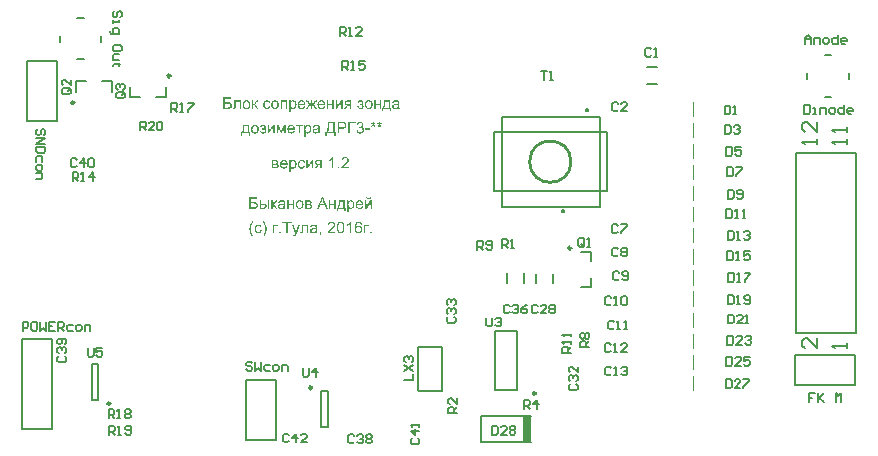
<source format=gto>
G04 Layer_Color=65535*
%FSLAX25Y25*%
%MOIN*%
G70*
G01*
G75*
%ADD49C,0.00984*%
%ADD50C,0.01000*%
%ADD51C,0.00787*%
%ADD52C,0.00394*%
%ADD53C,0.00591*%
%ADD54C,0.00800*%
%ADD55R,0.03150X0.08661*%
G36*
X120171Y85687D02*
X119701D01*
Y87796D01*
X118391Y85687D01*
X117887D01*
Y88470D01*
X118358D01*
Y86344D01*
X119668Y88470D01*
X120171D01*
Y85687D01*
D02*
G37*
G36*
X110406Y118996D02*
X109935D01*
Y121105D01*
X108625Y118996D01*
X108122D01*
Y121779D01*
X108592D01*
Y119653D01*
X109902Y121779D01*
X110406D01*
Y118996D01*
D02*
G37*
G36*
X88572Y88079D02*
X88439Y88083D01*
X88410D01*
X88376Y88079D01*
X88339Y88074D01*
X88297Y88070D01*
X88260Y88058D01*
X88227Y88045D01*
X88202Y88025D01*
X88197Y88020D01*
X88189Y88012D01*
X88177Y87991D01*
X88160Y87962D01*
X88135Y87916D01*
X88123Y87887D01*
X88106Y87858D01*
X88089Y87821D01*
X88073Y87779D01*
X88052Y87733D01*
X88031Y87683D01*
Y87679D01*
X88027Y87671D01*
X88019Y87659D01*
X88015Y87638D01*
X87994Y87592D01*
X87965Y87534D01*
X87936Y87471D01*
X87902Y87409D01*
X87865Y87351D01*
X87831Y87305D01*
X87827Y87301D01*
X87815Y87288D01*
X87794Y87268D01*
X87765Y87243D01*
X87727Y87213D01*
X87682Y87180D01*
X87624Y87147D01*
X87561Y87114D01*
X87565D01*
X87573Y87109D01*
X87590Y87101D01*
X87615Y87093D01*
X87640Y87080D01*
X87673Y87064D01*
X87711Y87039D01*
X87748Y87014D01*
X87794Y86980D01*
X87840Y86939D01*
X87890Y86893D01*
X87940Y86839D01*
X87994Y86781D01*
X88048Y86710D01*
X88102Y86635D01*
X88156Y86548D01*
X88676Y85687D01*
X88156D01*
X87648Y86544D01*
Y86548D01*
X87640Y86556D01*
X87632Y86569D01*
X87624Y86585D01*
X87594Y86631D01*
X87557Y86685D01*
X87515Y86743D01*
X87470Y86802D01*
X87424Y86852D01*
X87399Y86872D01*
X87378Y86889D01*
X87374Y86893D01*
X87357Y86901D01*
X87332Y86914D01*
X87303Y86931D01*
X87261Y86947D01*
X87216Y86960D01*
X87166Y86968D01*
X87108Y86972D01*
Y85687D01*
X86638D01*
Y88470D01*
X87108D01*
Y87268D01*
X87145D01*
X87182Y87272D01*
X87232Y87280D01*
X87282Y87288D01*
X87332Y87301D01*
X87382Y87322D01*
X87420Y87351D01*
X87424Y87355D01*
X87436Y87371D01*
X87445Y87384D01*
X87457Y87401D01*
X87470Y87421D01*
X87486Y87446D01*
X87507Y87476D01*
X87524Y87513D01*
X87549Y87555D01*
X87569Y87600D01*
X87599Y87654D01*
X87624Y87713D01*
X87653Y87779D01*
X87686Y87854D01*
Y87858D01*
X87694Y87871D01*
X87698Y87887D01*
X87711Y87908D01*
X87723Y87933D01*
X87736Y87966D01*
X87769Y88033D01*
X87802Y88108D01*
X87844Y88178D01*
X87881Y88241D01*
X87898Y88270D01*
X87915Y88291D01*
X87919Y88295D01*
X87931Y88307D01*
X87948Y88324D01*
X87973Y88349D01*
X88002Y88370D01*
X88035Y88395D01*
X88073Y88416D01*
X88114Y88432D01*
X88118D01*
X88135Y88437D01*
X88164Y88445D01*
X88202Y88453D01*
X88252Y88457D01*
X88314Y88466D01*
X88389Y88470D01*
X88572D01*
Y88079D01*
D02*
G37*
G36*
X116458Y121837D02*
X116496Y121833D01*
X116537Y121829D01*
X116587Y121821D01*
X116637Y121812D01*
X116750Y121783D01*
X116808Y121763D01*
X116866Y121738D01*
X116924Y121708D01*
X116978Y121679D01*
X117033Y121638D01*
X117082Y121596D01*
X117087Y121592D01*
X117095Y121584D01*
X117107Y121571D01*
X117124Y121555D01*
X117141Y121529D01*
X117161Y121500D01*
X117186Y121467D01*
X117211Y121430D01*
X117257Y121346D01*
X117299Y121247D01*
X117311Y121193D01*
X117324Y121134D01*
X117332Y121076D01*
X117336Y121014D01*
Y121010D01*
Y120997D01*
Y120980D01*
X117332Y120955D01*
X117328Y120931D01*
X117320Y120897D01*
X117295Y120818D01*
X117278Y120776D01*
X117257Y120731D01*
X117228Y120685D01*
X117195Y120643D01*
X117157Y120598D01*
X117112Y120552D01*
X117062Y120510D01*
X117003Y120473D01*
X117008D01*
X117012Y120469D01*
X117037Y120452D01*
X117074Y120427D01*
X117120Y120394D01*
X117170Y120352D01*
X117224Y120302D01*
X117274Y120244D01*
X117315Y120182D01*
X117320Y120173D01*
X117332Y120152D01*
X117349Y120115D01*
X117369Y120065D01*
X117390Y120007D01*
X117407Y119936D01*
X117419Y119861D01*
X117423Y119774D01*
Y119770D01*
Y119757D01*
Y119737D01*
X117419Y119712D01*
X117415Y119678D01*
X117411Y119645D01*
X117403Y119603D01*
X117390Y119558D01*
X117357Y119462D01*
X117336Y119412D01*
X117307Y119358D01*
X117278Y119308D01*
X117241Y119258D01*
X117199Y119212D01*
X117149Y119167D01*
X117145Y119162D01*
X117137Y119158D01*
X117120Y119146D01*
X117099Y119129D01*
X117070Y119113D01*
X117037Y119092D01*
X116995Y119071D01*
X116949Y119050D01*
X116899Y119029D01*
X116841Y119009D01*
X116779Y118988D01*
X116712Y118971D01*
X116637Y118955D01*
X116558Y118942D01*
X116475Y118938D01*
X116388Y118934D01*
X116346D01*
X116325Y118938D01*
X116300D01*
X116238Y118946D01*
X116163Y118959D01*
X116080Y118979D01*
X115988Y119004D01*
X115893Y119038D01*
X115797Y119083D01*
X115701Y119142D01*
X115606Y119208D01*
X115522Y119291D01*
X115443Y119387D01*
X115406Y119441D01*
X115377Y119499D01*
X115348Y119562D01*
X115323Y119628D01*
X115302Y119703D01*
X115285Y119778D01*
X115726Y119874D01*
Y119870D01*
X115730Y119861D01*
X115735Y119849D01*
X115739Y119828D01*
X115755Y119782D01*
X115780Y119720D01*
X115809Y119653D01*
X115851Y119583D01*
X115905Y119516D01*
X115968Y119458D01*
X115972D01*
X115976Y119454D01*
X116001Y119437D01*
X116038Y119412D01*
X116092Y119387D01*
X116155Y119358D01*
X116226Y119337D01*
X116309Y119320D01*
X116396Y119312D01*
X116421D01*
X116438Y119316D01*
X116479Y119320D01*
X116533Y119329D01*
X116596Y119345D01*
X116662Y119370D01*
X116729Y119400D01*
X116791Y119445D01*
X116799Y119454D01*
X116816Y119470D01*
X116841Y119499D01*
X116874Y119537D01*
X116903Y119587D01*
X116929Y119649D01*
X116945Y119716D01*
X116953Y119791D01*
Y119799D01*
Y119820D01*
X116949Y119849D01*
X116941Y119886D01*
X116929Y119932D01*
X116912Y119978D01*
X116887Y120028D01*
X116854Y120073D01*
X116850Y120078D01*
X116837Y120094D01*
X116816Y120115D01*
X116791Y120136D01*
X116758Y120165D01*
X116720Y120186D01*
X116679Y120207D01*
X116637Y120223D01*
X116633D01*
X116616Y120227D01*
X116587Y120232D01*
X116546Y120240D01*
X116488Y120244D01*
X116417Y120248D01*
X116334Y120252D01*
X116126D01*
Y120623D01*
X116226D01*
X116288Y120627D01*
X116354D01*
X116421Y120631D01*
X116479Y120635D01*
X116508Y120639D01*
X116529Y120643D01*
X116533D01*
X116550Y120648D01*
X116571Y120656D01*
X116596Y120668D01*
X116629Y120685D01*
X116666Y120706D01*
X116700Y120735D01*
X116737Y120768D01*
X116741Y120772D01*
X116754Y120789D01*
X116770Y120810D01*
X116787Y120843D01*
X116804Y120880D01*
X116820Y120926D01*
X116833Y120976D01*
X116837Y121035D01*
Y121039D01*
Y121043D01*
Y121068D01*
X116829Y121101D01*
X116820Y121143D01*
X116804Y121193D01*
X116783Y121242D01*
X116750Y121292D01*
X116708Y121338D01*
X116704Y121342D01*
X116683Y121355D01*
X116658Y121376D01*
X116621Y121396D01*
X116571Y121417D01*
X116517Y121438D01*
X116450Y121450D01*
X116379Y121455D01*
X116363D01*
X116342Y121450D01*
X116313Y121446D01*
X116284Y121442D01*
X116246Y121430D01*
X116205Y121417D01*
X116159Y121396D01*
X116113Y121371D01*
X116067Y121338D01*
X116022Y121301D01*
X115976Y121255D01*
X115934Y121201D01*
X115893Y121139D01*
X115855Y121068D01*
X115822Y120984D01*
X115373Y121059D01*
Y121064D01*
X115377Y121068D01*
X115385Y121093D01*
X115398Y121130D01*
X115418Y121180D01*
X115447Y121242D01*
X115481Y121309D01*
X115527Y121376D01*
X115577Y121450D01*
X115639Y121525D01*
X115710Y121596D01*
X115793Y121659D01*
X115889Y121721D01*
X115992Y121771D01*
X116109Y121808D01*
X116238Y121833D01*
X116309Y121837D01*
X116384Y121842D01*
X116425D01*
X116458Y121837D01*
D02*
G37*
G36*
X105487Y85687D02*
X104908D01*
X104463Y86847D01*
X102849D01*
X102433Y85687D01*
X101896D01*
X103365Y89526D01*
X103914D01*
X105487Y85687D01*
D02*
G37*
G36*
X85905D02*
X85435D01*
Y88470D01*
X85905D01*
Y85687D01*
D02*
G37*
G36*
X83276Y87380D02*
X83925D01*
X83967Y87376D01*
X84017Y87371D01*
X84071Y87367D01*
X84133Y87359D01*
X84200Y87351D01*
X84345Y87326D01*
X84491Y87284D01*
X84566Y87259D01*
X84637Y87226D01*
X84703Y87193D01*
X84765Y87151D01*
X84770Y87147D01*
X84778Y87143D01*
X84795Y87126D01*
X84815Y87109D01*
X84840Y87089D01*
X84865Y87059D01*
X84895Y87026D01*
X84924Y86989D01*
X84953Y86947D01*
X84982Y86901D01*
X85007Y86847D01*
X85032Y86793D01*
X85053Y86735D01*
X85069Y86668D01*
X85078Y86602D01*
X85082Y86527D01*
Y86523D01*
Y86510D01*
Y86494D01*
X85078Y86469D01*
X85073Y86440D01*
X85069Y86402D01*
X85061Y86365D01*
X85048Y86323D01*
X85015Y86228D01*
X84994Y86178D01*
X84969Y86128D01*
X84940Y86078D01*
X84903Y86028D01*
X84861Y85978D01*
X84815Y85932D01*
X84811Y85928D01*
X84803Y85920D01*
X84786Y85911D01*
X84765Y85895D01*
X84736Y85874D01*
X84703Y85853D01*
X84662Y85832D01*
X84612Y85812D01*
X84557Y85786D01*
X84495Y85766D01*
X84429Y85745D01*
X84354Y85724D01*
X84271Y85707D01*
X84179Y85699D01*
X84083Y85691D01*
X83979Y85687D01*
X82806D01*
Y88470D01*
X83276D01*
Y87380D01*
D02*
G37*
G36*
X99138Y88466D02*
X99226Y88461D01*
X99321Y88453D01*
X99417Y88441D01*
X99513Y88424D01*
X99554Y88411D01*
X99592Y88399D01*
X99596D01*
X99600Y88395D01*
X99625Y88386D01*
X99663Y88370D01*
X99708Y88345D01*
X99758Y88312D01*
X99816Y88266D01*
X99875Y88216D01*
X99929Y88154D01*
X99933Y88145D01*
X99950Y88125D01*
X99975Y88087D01*
X99999Y88037D01*
X100024Y87975D01*
X100049Y87900D01*
X100066Y87821D01*
X100070Y87729D01*
Y87725D01*
Y87721D01*
Y87696D01*
X100066Y87659D01*
X100062Y87613D01*
X100049Y87555D01*
X100037Y87496D01*
X100016Y87438D01*
X99987Y87380D01*
X99983Y87371D01*
X99970Y87355D01*
X99954Y87330D01*
X99925Y87297D01*
X99891Y87255D01*
X99845Y87213D01*
X99796Y87172D01*
X99737Y87134D01*
X99742D01*
X99746Y87130D01*
X99771Y87122D01*
X99808Y87105D01*
X99850Y87080D01*
X99904Y87047D01*
X99958Y87001D01*
X100012Y86951D01*
X100062Y86889D01*
X100066Y86881D01*
X100083Y86856D01*
X100103Y86818D01*
X100128Y86768D01*
X100153Y86706D01*
X100174Y86631D01*
X100191Y86552D01*
X100195Y86461D01*
Y86456D01*
Y86444D01*
X100191Y86423D01*
X100187Y86394D01*
X100182Y86365D01*
X100174Y86327D01*
X100149Y86240D01*
X100112Y86144D01*
X100091Y86094D01*
X100062Y86045D01*
X100029Y85999D01*
X99995Y85953D01*
X99954Y85911D01*
X99908Y85874D01*
X99904D01*
X99896Y85866D01*
X99883Y85857D01*
X99862Y85845D01*
X99833Y85832D01*
X99804Y85816D01*
X99762Y85799D01*
X99721Y85782D01*
X99671Y85762D01*
X99617Y85745D01*
X99554Y85728D01*
X99488Y85716D01*
X99417Y85703D01*
X99338Y85695D01*
X99255Y85691D01*
X99167Y85687D01*
X97919D01*
Y88470D01*
X99101D01*
X99138Y88466D01*
D02*
G37*
G36*
X90253Y88528D02*
X90290D01*
X90369Y88520D01*
X90461Y88511D01*
X90556Y88495D01*
X90652Y88474D01*
X90739Y88445D01*
X90743D01*
X90748Y88441D01*
X90760Y88437D01*
X90777Y88428D01*
X90814Y88411D01*
X90864Y88386D01*
X90918Y88357D01*
X90972Y88320D01*
X91022Y88278D01*
X91068Y88233D01*
X91072Y88228D01*
X91085Y88212D01*
X91105Y88183D01*
X91126Y88145D01*
X91151Y88099D01*
X91176Y88045D01*
X91201Y87983D01*
X91218Y87912D01*
Y87908D01*
X91222Y87887D01*
X91226Y87858D01*
X91230Y87813D01*
X91234Y87754D01*
X91238Y87679D01*
Y87634D01*
X91243Y87588D01*
Y87538D01*
Y87480D01*
Y86852D01*
Y86843D01*
Y86822D01*
Y86789D01*
Y86747D01*
Y86693D01*
Y86635D01*
X91247Y86569D01*
Y86502D01*
X91251Y86361D01*
Y86290D01*
X91255Y86223D01*
X91259Y86161D01*
X91264Y86107D01*
X91268Y86057D01*
X91272Y86019D01*
Y86011D01*
X91276Y85990D01*
X91284Y85957D01*
X91297Y85911D01*
X91313Y85861D01*
X91334Y85807D01*
X91359Y85745D01*
X91388Y85687D01*
X90897D01*
X90893Y85695D01*
X90885Y85712D01*
X90872Y85745D01*
X90860Y85786D01*
X90843Y85836D01*
X90827Y85895D01*
X90814Y85961D01*
X90806Y86036D01*
X90802Y86032D01*
X90793Y86028D01*
X90781Y86015D01*
X90760Y85999D01*
X90735Y85982D01*
X90710Y85957D01*
X90644Y85911D01*
X90565Y85857D01*
X90481Y85803D01*
X90390Y85757D01*
X90298Y85716D01*
X90294D01*
X90286Y85712D01*
X90273Y85707D01*
X90257Y85703D01*
X90236Y85695D01*
X90207Y85687D01*
X90144Y85670D01*
X90065Y85653D01*
X89978Y85637D01*
X89882Y85628D01*
X89778Y85624D01*
X89733D01*
X89703Y85628D01*
X89666Y85633D01*
X89620Y85637D01*
X89570Y85641D01*
X89520Y85653D01*
X89404Y85678D01*
X89288Y85716D01*
X89233Y85741D01*
X89175Y85774D01*
X89125Y85807D01*
X89075Y85845D01*
X89071Y85849D01*
X89063Y85857D01*
X89055Y85870D01*
X89038Y85886D01*
X89017Y85907D01*
X88996Y85936D01*
X88976Y85965D01*
X88955Y86003D01*
X88909Y86082D01*
X88867Y86182D01*
X88851Y86236D01*
X88842Y86294D01*
X88834Y86357D01*
X88830Y86419D01*
Y86423D01*
Y86427D01*
Y86452D01*
X88834Y86494D01*
X88842Y86544D01*
X88851Y86602D01*
X88867Y86664D01*
X88892Y86727D01*
X88921Y86793D01*
X88925Y86802D01*
X88938Y86822D01*
X88959Y86852D01*
X88988Y86893D01*
X89021Y86935D01*
X89063Y86980D01*
X89109Y87022D01*
X89163Y87064D01*
X89171Y87068D01*
X89192Y87080D01*
X89221Y87101D01*
X89262Y87122D01*
X89312Y87147D01*
X89371Y87172D01*
X89437Y87197D01*
X89504Y87218D01*
X89512D01*
X89529Y87226D01*
X89562Y87230D01*
X89608Y87243D01*
X89666Y87251D01*
X89741Y87263D01*
X89824Y87276D01*
X89924Y87288D01*
X89932D01*
X89949Y87292D01*
X89978Y87297D01*
X90015Y87301D01*
X90065Y87309D01*
X90119Y87317D01*
X90178Y87326D01*
X90244Y87334D01*
X90381Y87359D01*
X90519Y87388D01*
X90585Y87405D01*
X90652Y87421D01*
X90710Y87438D01*
X90764Y87455D01*
Y87459D01*
Y87471D01*
Y87488D01*
X90768Y87505D01*
Y87546D01*
Y87563D01*
Y87575D01*
Y87580D01*
Y87588D01*
Y87604D01*
Y87621D01*
X90760Y87671D01*
X90752Y87733D01*
X90735Y87800D01*
X90710Y87866D01*
X90677Y87929D01*
X90631Y87979D01*
X90623Y87987D01*
X90614Y87995D01*
X90598Y88004D01*
X90577Y88016D01*
X90556Y88029D01*
X90498Y88062D01*
X90423Y88091D01*
X90332Y88116D01*
X90223Y88133D01*
X90099Y88141D01*
X90045D01*
X90015Y88137D01*
X89986D01*
X89912Y88129D01*
X89832Y88112D01*
X89753Y88091D01*
X89674Y88062D01*
X89608Y88025D01*
X89600Y88020D01*
X89583Y88004D01*
X89554Y87971D01*
X89520Y87929D01*
X89483Y87875D01*
X89441Y87800D01*
X89408Y87717D01*
X89391Y87667D01*
X89375Y87613D01*
X88913Y87675D01*
Y87679D01*
X88917Y87688D01*
X88921Y87704D01*
X88925Y87725D01*
X88934Y87750D01*
X88942Y87779D01*
X88963Y87846D01*
X88992Y87921D01*
X89025Y88000D01*
X89067Y88079D01*
X89117Y88149D01*
Y88154D01*
X89125Y88158D01*
X89146Y88178D01*
X89179Y88212D01*
X89225Y88253D01*
X89283Y88299D01*
X89354Y88345D01*
X89437Y88391D01*
X89533Y88432D01*
X89537D01*
X89545Y88437D01*
X89562Y88441D01*
X89583Y88449D01*
X89608Y88457D01*
X89637Y88466D01*
X89674Y88474D01*
X89716Y88482D01*
X89758Y88490D01*
X89807Y88499D01*
X89916Y88516D01*
X90036Y88528D01*
X90165Y88532D01*
X90223D01*
X90253Y88528D01*
D02*
G37*
G36*
X84160Y81453D02*
X84177Y81432D01*
X84202Y81394D01*
X84235Y81349D01*
X84277Y81291D01*
X84323Y81220D01*
X84377Y81137D01*
X84431Y81049D01*
X84489Y80954D01*
X84547Y80850D01*
X84610Y80741D01*
X84668Y80625D01*
X84780Y80388D01*
X84834Y80263D01*
X84880Y80138D01*
X84884Y80130D01*
X84888Y80113D01*
X84901Y80080D01*
X84913Y80038D01*
X84926Y79988D01*
X84947Y79926D01*
X84963Y79855D01*
X84984Y79776D01*
X85001Y79689D01*
X85021Y79597D01*
X85038Y79498D01*
X85050Y79398D01*
X85067Y79290D01*
X85075Y79177D01*
X85080Y79065D01*
X85084Y78948D01*
Y78940D01*
Y78915D01*
Y78878D01*
X85080Y78828D01*
X85075Y78765D01*
X85071Y78690D01*
X85063Y78607D01*
X85050Y78512D01*
X85034Y78412D01*
X85017Y78304D01*
X84996Y78191D01*
X84967Y78075D01*
X84938Y77954D01*
X84901Y77829D01*
X84859Y77709D01*
X84809Y77584D01*
X84805Y77576D01*
X84797Y77555D01*
X84780Y77522D01*
X84759Y77472D01*
X84734Y77418D01*
X84705Y77351D01*
X84668Y77276D01*
X84626Y77193D01*
X84580Y77106D01*
X84531Y77014D01*
X84418Y76823D01*
X84293Y76623D01*
X84156Y76432D01*
X83819D01*
X83823Y76436D01*
X83827Y76444D01*
X83840Y76465D01*
X83852Y76490D01*
X83869Y76519D01*
X83890Y76556D01*
X83915Y76598D01*
X83940Y76648D01*
X83969Y76702D01*
X84002Y76760D01*
X84031Y76827D01*
X84069Y76893D01*
X84102Y76968D01*
X84135Y77047D01*
X84210Y77214D01*
X84285Y77401D01*
X84356Y77596D01*
X84418Y77804D01*
X84481Y78021D01*
X84531Y78245D01*
X84568Y78474D01*
X84593Y78707D01*
X84597Y78828D01*
X84601Y78944D01*
Y78948D01*
Y78965D01*
Y78994D01*
Y79027D01*
X84597Y79073D01*
Y79127D01*
X84593Y79186D01*
X84589Y79252D01*
X84580Y79323D01*
X84572Y79398D01*
X84564Y79481D01*
X84551Y79564D01*
X84522Y79739D01*
X84485Y79922D01*
Y79926D01*
X84481Y79939D01*
X84476Y79959D01*
X84468Y79988D01*
X84460Y80022D01*
X84447Y80063D01*
X84435Y80113D01*
X84422Y80163D01*
X84406Y80217D01*
X84385Y80280D01*
X84343Y80405D01*
X84293Y80538D01*
X84239Y80675D01*
Y80679D01*
X84235Y80687D01*
X84227Y80700D01*
X84219Y80721D01*
X84206Y80746D01*
X84189Y80779D01*
X84169Y80816D01*
X84148Y80862D01*
X84123Y80912D01*
X84089Y80970D01*
X84056Y81033D01*
X84019Y81103D01*
X83977Y81182D01*
X83927Y81270D01*
X83877Y81361D01*
X83819Y81461D01*
X84156D01*
X84160Y81453D01*
D02*
G37*
G36*
X80612Y81457D02*
X80603Y81436D01*
X80587Y81411D01*
X80566Y81374D01*
X80537Y81328D01*
X80508Y81278D01*
X80479Y81220D01*
X80445Y81162D01*
X80375Y81033D01*
X80304Y80904D01*
X80271Y80841D01*
X80242Y80783D01*
X80217Y80729D01*
X80196Y80683D01*
Y80679D01*
X80187Y80667D01*
X80179Y80646D01*
X80171Y80621D01*
X80158Y80588D01*
X80142Y80550D01*
X80125Y80504D01*
X80104Y80454D01*
X80088Y80400D01*
X80067Y80342D01*
X80025Y80213D01*
X79984Y80076D01*
X79946Y79930D01*
Y79926D01*
X79942Y79909D01*
X79938Y79880D01*
X79930Y79847D01*
X79921Y79801D01*
X79909Y79747D01*
X79900Y79689D01*
X79892Y79622D01*
X79880Y79552D01*
X79871Y79473D01*
X79859Y79394D01*
X79851Y79306D01*
X79838Y79127D01*
X79834Y78944D01*
Y78940D01*
Y78932D01*
Y78911D01*
Y78886D01*
X79838Y78857D01*
Y78820D01*
X79842Y78778D01*
X79846Y78728D01*
X79851Y78674D01*
X79859Y78616D01*
X79867Y78549D01*
X79875Y78478D01*
X79888Y78404D01*
X79900Y78329D01*
X79934Y78158D01*
X79971Y77975D01*
X80025Y77775D01*
X80088Y77567D01*
X80163Y77351D01*
X80254Y77131D01*
X80358Y76898D01*
X80416Y76781D01*
X80479Y76665D01*
X80545Y76548D01*
X80616Y76432D01*
X80279D01*
X80275Y76436D01*
X80262Y76452D01*
X80242Y76482D01*
X80212Y76519D01*
X80179Y76565D01*
X80142Y76623D01*
X80096Y76690D01*
X80050Y76760D01*
X80000Y76844D01*
X79946Y76931D01*
X79892Y77026D01*
X79834Y77126D01*
X79780Y77235D01*
X79726Y77347D01*
X79672Y77463D01*
X79618Y77584D01*
X79613Y77592D01*
X79605Y77613D01*
X79593Y77650D01*
X79576Y77696D01*
X79555Y77759D01*
X79534Y77829D01*
X79509Y77913D01*
X79484Y78000D01*
X79460Y78100D01*
X79435Y78208D01*
X79414Y78320D01*
X79393Y78437D01*
X79376Y78562D01*
X79364Y78686D01*
X79355Y78815D01*
X79351Y78948D01*
Y78957D01*
Y78978D01*
Y79011D01*
X79355Y79053D01*
Y79111D01*
X79364Y79173D01*
X79368Y79248D01*
X79376Y79331D01*
X79389Y79418D01*
X79401Y79510D01*
X79418Y79610D01*
X79435Y79714D01*
X79484Y79922D01*
X79518Y80030D01*
X79551Y80138D01*
X79555Y80146D01*
X79563Y80167D01*
X79576Y80205D01*
X79597Y80255D01*
X79622Y80313D01*
X79651Y80384D01*
X79688Y80463D01*
X79730Y80554D01*
X79776Y80650D01*
X79830Y80754D01*
X79892Y80862D01*
X79954Y80979D01*
X80029Y81095D01*
X80104Y81216D01*
X80187Y81336D01*
X80279Y81461D01*
X80616D01*
X80612Y81457D01*
D02*
G37*
G36*
X109794Y81407D02*
X109823Y81403D01*
X109898Y81394D01*
X109981Y81382D01*
X110073Y81357D01*
X110164Y81328D01*
X110256Y81286D01*
X110260D01*
X110268Y81282D01*
X110281Y81274D01*
X110298Y81261D01*
X110339Y81236D01*
X110393Y81195D01*
X110456Y81145D01*
X110518Y81082D01*
X110585Y81008D01*
X110643Y80924D01*
Y80920D01*
X110651Y80912D01*
X110655Y80900D01*
X110668Y80883D01*
X110680Y80862D01*
X110697Y80833D01*
X110709Y80800D01*
X110730Y80766D01*
X110768Y80683D01*
X110805Y80588D01*
X110847Y80475D01*
X110880Y80354D01*
Y80350D01*
X110884Y80338D01*
X110888Y80321D01*
X110892Y80292D01*
X110901Y80259D01*
X110909Y80217D01*
X110917Y80172D01*
X110926Y80117D01*
X110930Y80055D01*
X110938Y79988D01*
X110947Y79914D01*
X110955Y79835D01*
X110959Y79747D01*
X110963Y79656D01*
X110967Y79556D01*
Y79452D01*
Y79444D01*
Y79423D01*
Y79385D01*
Y79339D01*
X110963Y79281D01*
X110959Y79219D01*
X110955Y79144D01*
X110951Y79065D01*
X110942Y78978D01*
X110934Y78890D01*
X110909Y78707D01*
X110872Y78528D01*
X110851Y78441D01*
X110826Y78362D01*
Y78358D01*
X110818Y78345D01*
X110813Y78320D01*
X110801Y78295D01*
X110784Y78258D01*
X110768Y78220D01*
X110747Y78175D01*
X110722Y78125D01*
X110664Y78021D01*
X110593Y77917D01*
X110510Y77813D01*
X110460Y77767D01*
X110410Y77721D01*
X110406Y77717D01*
X110397Y77713D01*
X110381Y77701D01*
X110360Y77688D01*
X110335Y77671D01*
X110302Y77650D01*
X110264Y77630D01*
X110219Y77609D01*
X110173Y77588D01*
X110119Y77567D01*
X110065Y77551D01*
X110002Y77530D01*
X109936Y77517D01*
X109865Y77505D01*
X109794Y77501D01*
X109715Y77497D01*
X109690D01*
X109661Y77501D01*
X109624Y77505D01*
X109578Y77509D01*
X109524Y77517D01*
X109466Y77530D01*
X109399Y77547D01*
X109332Y77567D01*
X109262Y77592D01*
X109187Y77626D01*
X109116Y77663D01*
X109045Y77709D01*
X108975Y77763D01*
X108908Y77821D01*
X108846Y77892D01*
X108842Y77896D01*
X108829Y77913D01*
X108812Y77942D01*
X108787Y77983D01*
X108758Y78037D01*
X108725Y78100D01*
X108692Y78179D01*
X108659Y78266D01*
X108621Y78370D01*
X108588Y78483D01*
X108554Y78611D01*
X108525Y78753D01*
X108500Y78907D01*
X108484Y79073D01*
X108471Y79256D01*
X108467Y79452D01*
Y79460D01*
Y79481D01*
Y79518D01*
X108471Y79564D01*
Y79622D01*
X108475Y79689D01*
X108480Y79764D01*
X108484Y79843D01*
X108492Y79930D01*
X108500Y80018D01*
X108525Y80201D01*
X108559Y80379D01*
X108579Y80467D01*
X108604Y80546D01*
Y80550D01*
X108613Y80563D01*
X108621Y80588D01*
X108629Y80617D01*
X108646Y80650D01*
X108663Y80691D01*
X108683Y80733D01*
X108708Y80783D01*
X108767Y80887D01*
X108842Y80991D01*
X108925Y81095D01*
X108970Y81141D01*
X109020Y81186D01*
X109025Y81191D01*
X109033Y81195D01*
X109049Y81207D01*
X109070Y81220D01*
X109095Y81241D01*
X109129Y81257D01*
X109166Y81278D01*
X109212Y81299D01*
X109257Y81320D01*
X109312Y81340D01*
X109370Y81361D01*
X109428Y81378D01*
X109495Y81390D01*
X109565Y81403D01*
X109640Y81407D01*
X109715Y81411D01*
X109765D01*
X109794Y81407D01*
D02*
G37*
G36*
X103296Y77559D02*
Y77555D01*
Y77547D01*
Y77530D01*
Y77509D01*
X103292Y77484D01*
Y77455D01*
X103284Y77389D01*
X103271Y77314D01*
X103251Y77235D01*
X103226Y77156D01*
X103188Y77081D01*
X103184Y77072D01*
X103167Y77052D01*
X103142Y77018D01*
X103109Y76977D01*
X103063Y76931D01*
X103005Y76885D01*
X102934Y76839D01*
X102855Y76798D01*
X102726Y76997D01*
X102735Y77002D01*
X102751Y77010D01*
X102776Y77026D01*
X102810Y77047D01*
X102847Y77077D01*
X102884Y77110D01*
X102918Y77147D01*
X102947Y77193D01*
X102951Y77197D01*
X102959Y77218D01*
X102972Y77247D01*
X102984Y77289D01*
X102997Y77338D01*
X103009Y77401D01*
X103022Y77476D01*
X103026Y77559D01*
X102760D01*
Y78096D01*
X103296D01*
Y77559D01*
D02*
G37*
G36*
X119839Y89489D02*
Y89481D01*
X119834Y89460D01*
X119830Y89439D01*
X119822Y89410D01*
X119814Y89381D01*
X119793Y89306D01*
X119759Y89227D01*
X119718Y89144D01*
X119664Y89060D01*
X119597Y88990D01*
X119593D01*
X119589Y88981D01*
X119576Y88973D01*
X119560Y88961D01*
X119539Y88948D01*
X119518Y88936D01*
X119456Y88902D01*
X119381Y88869D01*
X119289Y88844D01*
X119185Y88823D01*
X119065Y88815D01*
X119031D01*
X119011Y88819D01*
X118982D01*
X118948Y88823D01*
X118873Y88836D01*
X118786Y88857D01*
X118694Y88886D01*
X118607Y88927D01*
X118528Y88986D01*
X118524Y88990D01*
X118520Y88994D01*
X118495Y89019D01*
X118462Y89060D01*
X118424Y89114D01*
X118383Y89185D01*
X118345Y89273D01*
X118312Y89377D01*
X118291Y89493D01*
X118611D01*
Y89485D01*
X118620Y89464D01*
X118628Y89431D01*
X118640Y89393D01*
X118661Y89352D01*
X118686Y89306D01*
X118715Y89264D01*
X118753Y89227D01*
X118757Y89223D01*
X118773Y89214D01*
X118798Y89198D01*
X118832Y89185D01*
X118873Y89169D01*
X118923Y89152D01*
X118982Y89144D01*
X119048Y89139D01*
X119081D01*
X119123Y89144D01*
X119169Y89152D01*
X119219Y89160D01*
X119273Y89173D01*
X119323Y89194D01*
X119368Y89223D01*
X119373Y89227D01*
X119385Y89239D01*
X119406Y89260D01*
X119431Y89289D01*
X119456Y89327D01*
X119481Y89372D01*
X119501Y89426D01*
X119518Y89493D01*
X119839D01*
Y89489D01*
D02*
G37*
G36*
X108082Y85687D02*
X107612D01*
Y86922D01*
X106306D01*
Y85687D01*
X105836D01*
Y88470D01*
X106306D01*
Y87309D01*
X107612D01*
Y88470D01*
X108082D01*
Y85687D01*
D02*
G37*
G36*
X94221D02*
X93751D01*
Y86922D01*
X92445D01*
Y85687D01*
X91975D01*
Y88470D01*
X92445D01*
Y87309D01*
X93751D01*
Y88470D01*
X94221D01*
Y85687D01*
D02*
G37*
G36*
X113212Y88528D02*
X113245D01*
X113282Y88524D01*
X113320Y88516D01*
X113365Y88507D01*
X113465Y88486D01*
X113569Y88453D01*
X113678Y88407D01*
X113732Y88378D01*
X113781Y88345D01*
X113786D01*
X113794Y88337D01*
X113806Y88324D01*
X113827Y88312D01*
X113877Y88270D01*
X113935Y88212D01*
X114002Y88137D01*
X114073Y88050D01*
X114135Y87946D01*
X114193Y87829D01*
Y87825D01*
X114198Y87813D01*
X114206Y87796D01*
X114214Y87771D01*
X114227Y87742D01*
X114239Y87704D01*
X114252Y87659D01*
X114264Y87613D01*
X114277Y87559D01*
X114289Y87505D01*
X114314Y87380D01*
X114331Y87243D01*
X114335Y87097D01*
Y87093D01*
Y87076D01*
Y87055D01*
X114331Y87026D01*
Y86989D01*
X114327Y86943D01*
X114322Y86893D01*
X114314Y86839D01*
X114297Y86723D01*
X114268Y86594D01*
X114231Y86461D01*
X114181Y86327D01*
Y86323D01*
X114173Y86311D01*
X114164Y86294D01*
X114152Y86273D01*
X114135Y86244D01*
X114119Y86211D01*
X114069Y86136D01*
X114006Y86049D01*
X113927Y85961D01*
X113840Y85878D01*
X113736Y85803D01*
X113732D01*
X113723Y85795D01*
X113707Y85786D01*
X113686Y85774D01*
X113657Y85762D01*
X113628Y85745D01*
X113590Y85733D01*
X113549Y85716D01*
X113457Y85683D01*
X113353Y85653D01*
X113241Y85633D01*
X113182Y85628D01*
X113120Y85624D01*
X113078D01*
X113037Y85628D01*
X112979Y85637D01*
X112912Y85649D01*
X112841Y85666D01*
X112767Y85687D01*
X112696Y85720D01*
X112687Y85724D01*
X112667Y85737D01*
X112629Y85762D01*
X112588Y85791D01*
X112538Y85824D01*
X112488Y85870D01*
X112438Y85920D01*
X112392Y85974D01*
Y84622D01*
X111922D01*
Y88470D01*
X112350D01*
Y88108D01*
X112359Y88112D01*
X112375Y88137D01*
X112409Y88178D01*
X112450Y88224D01*
X112500Y88274D01*
X112558Y88328D01*
X112621Y88378D01*
X112692Y88424D01*
X112696D01*
X112700Y88428D01*
X112725Y88441D01*
X112767Y88457D01*
X112821Y88478D01*
X112887Y88499D01*
X112966Y88516D01*
X113058Y88528D01*
X113153Y88532D01*
X113187D01*
X113212Y88528D01*
D02*
G37*
G36*
X128306Y121837D02*
X128343D01*
X128423Y121829D01*
X128514Y121821D01*
X128610Y121804D01*
X128705Y121783D01*
X128793Y121754D01*
X128797D01*
X128801Y121750D01*
X128814Y121746D01*
X128830Y121738D01*
X128868Y121721D01*
X128918Y121696D01*
X128972Y121667D01*
X129026Y121629D01*
X129076Y121588D01*
X129121Y121542D01*
X129126Y121538D01*
X129138Y121521D01*
X129159Y121492D01*
X129180Y121455D01*
X129205Y121409D01*
X129230Y121355D01*
X129255Y121292D01*
X129271Y121222D01*
Y121218D01*
X129275Y121197D01*
X129279Y121168D01*
X129284Y121122D01*
X129288Y121064D01*
X129292Y120989D01*
Y120943D01*
X129296Y120897D01*
Y120847D01*
Y120789D01*
Y120161D01*
Y120152D01*
Y120132D01*
Y120098D01*
Y120057D01*
Y120003D01*
Y119945D01*
X129300Y119878D01*
Y119811D01*
X129305Y119670D01*
Y119599D01*
X129309Y119533D01*
X129313Y119470D01*
X129317Y119416D01*
X129321Y119366D01*
X129325Y119329D01*
Y119320D01*
X129329Y119300D01*
X129338Y119266D01*
X129350Y119221D01*
X129367Y119171D01*
X129388Y119117D01*
X129413Y119054D01*
X129442Y118996D01*
X128951D01*
X128947Y119004D01*
X128938Y119021D01*
X128926Y119054D01*
X128913Y119096D01*
X128897Y119146D01*
X128880Y119204D01*
X128868Y119271D01*
X128859Y119345D01*
X128855Y119341D01*
X128847Y119337D01*
X128834Y119325D01*
X128814Y119308D01*
X128789Y119291D01*
X128764Y119266D01*
X128697Y119221D01*
X128618Y119167D01*
X128535Y119113D01*
X128443Y119067D01*
X128352Y119025D01*
X128348D01*
X128339Y119021D01*
X128327Y119017D01*
X128310Y119013D01*
X128289Y119004D01*
X128260Y118996D01*
X128198Y118979D01*
X128119Y118963D01*
X128032Y118946D01*
X127936Y118938D01*
X127832Y118934D01*
X127786D01*
X127757Y118938D01*
X127719Y118942D01*
X127674Y118946D01*
X127624Y118950D01*
X127574Y118963D01*
X127457Y118988D01*
X127341Y119025D01*
X127287Y119050D01*
X127229Y119083D01*
X127179Y119117D01*
X127129Y119154D01*
X127125Y119158D01*
X127116Y119167D01*
X127108Y119179D01*
X127091Y119196D01*
X127071Y119217D01*
X127050Y119246D01*
X127029Y119275D01*
X127008Y119312D01*
X126962Y119391D01*
X126921Y119491D01*
X126904Y119545D01*
X126896Y119603D01*
X126888Y119666D01*
X126883Y119728D01*
Y119732D01*
Y119737D01*
Y119762D01*
X126888Y119803D01*
X126896Y119853D01*
X126904Y119911D01*
X126921Y119974D01*
X126946Y120036D01*
X126975Y120103D01*
X126979Y120111D01*
X126991Y120132D01*
X127012Y120161D01*
X127041Y120203D01*
X127075Y120244D01*
X127116Y120290D01*
X127162Y120331D01*
X127216Y120373D01*
X127225Y120377D01*
X127245Y120390D01*
X127274Y120411D01*
X127316Y120431D01*
X127366Y120456D01*
X127424Y120481D01*
X127491Y120506D01*
X127557Y120527D01*
X127566D01*
X127582Y120535D01*
X127615Y120539D01*
X127661Y120552D01*
X127719Y120560D01*
X127794Y120573D01*
X127878Y120585D01*
X127977Y120598D01*
X127986D01*
X128002Y120602D01*
X128032Y120606D01*
X128069Y120610D01*
X128119Y120618D01*
X128173Y120627D01*
X128231Y120635D01*
X128298Y120643D01*
X128435Y120668D01*
X128572Y120697D01*
X128639Y120714D01*
X128705Y120731D01*
X128764Y120747D01*
X128818Y120764D01*
Y120768D01*
Y120781D01*
Y120797D01*
X128822Y120814D01*
Y120856D01*
Y120872D01*
Y120885D01*
Y120889D01*
Y120897D01*
Y120914D01*
Y120931D01*
X128814Y120980D01*
X128805Y121043D01*
X128789Y121109D01*
X128764Y121176D01*
X128730Y121238D01*
X128685Y121288D01*
X128676Y121297D01*
X128668Y121305D01*
X128651Y121313D01*
X128631Y121326D01*
X128610Y121338D01*
X128551Y121371D01*
X128477Y121400D01*
X128385Y121425D01*
X128277Y121442D01*
X128152Y121450D01*
X128098D01*
X128069Y121446D01*
X128040D01*
X127965Y121438D01*
X127886Y121421D01*
X127807Y121400D01*
X127728Y121371D01*
X127661Y121334D01*
X127653Y121330D01*
X127636Y121313D01*
X127607Y121280D01*
X127574Y121238D01*
X127536Y121184D01*
X127495Y121109D01*
X127462Y121026D01*
X127445Y120976D01*
X127428Y120922D01*
X126967Y120984D01*
Y120989D01*
X126971Y120997D01*
X126975Y121014D01*
X126979Y121035D01*
X126987Y121059D01*
X126996Y121089D01*
X127016Y121155D01*
X127046Y121230D01*
X127079Y121309D01*
X127120Y121388D01*
X127170Y121459D01*
Y121463D01*
X127179Y121467D01*
X127199Y121488D01*
X127233Y121521D01*
X127279Y121563D01*
X127337Y121608D01*
X127408Y121654D01*
X127491Y121700D01*
X127586Y121742D01*
X127591D01*
X127599Y121746D01*
X127615Y121750D01*
X127636Y121758D01*
X127661Y121767D01*
X127690Y121775D01*
X127728Y121783D01*
X127769Y121792D01*
X127811Y121800D01*
X127861Y121808D01*
X127969Y121825D01*
X128090Y121837D01*
X128219Y121842D01*
X128277D01*
X128306Y121837D01*
D02*
G37*
G36*
X81845Y89073D02*
X79857D01*
Y87887D01*
X80855D01*
X80901Y87883D01*
X80951D01*
X81005Y87879D01*
X81067Y87875D01*
X81196Y87862D01*
X81329Y87846D01*
X81463Y87821D01*
X81525Y87804D01*
X81583Y87787D01*
X81587D01*
X81596Y87783D01*
X81612Y87775D01*
X81633Y87767D01*
X81658Y87758D01*
X81687Y87742D01*
X81758Y87704D01*
X81833Y87654D01*
X81912Y87592D01*
X81991Y87513D01*
X82066Y87421D01*
X82070Y87417D01*
X82074Y87409D01*
X82082Y87397D01*
X82095Y87376D01*
X82107Y87351D01*
X82124Y87317D01*
X82141Y87284D01*
X82157Y87243D01*
X82174Y87201D01*
X82191Y87151D01*
X82220Y87047D01*
X82240Y86926D01*
X82249Y86864D01*
Y86797D01*
Y86793D01*
Y86785D01*
Y86768D01*
Y86747D01*
X82245Y86723D01*
X82240Y86693D01*
X82232Y86623D01*
X82215Y86540D01*
X82195Y86448D01*
X82161Y86352D01*
X82116Y86257D01*
Y86252D01*
X82112Y86244D01*
X82103Y86232D01*
X82091Y86215D01*
X82061Y86169D01*
X82020Y86111D01*
X81966Y86045D01*
X81899Y85978D01*
X81820Y85907D01*
X81729Y85845D01*
X81725D01*
X81716Y85836D01*
X81700Y85832D01*
X81679Y85820D01*
X81650Y85807D01*
X81616Y85795D01*
X81571Y85782D01*
X81525Y85766D01*
X81467Y85749D01*
X81404Y85737D01*
X81329Y85724D01*
X81250Y85712D01*
X81163Y85703D01*
X81072Y85695D01*
X80967Y85687D01*
X79349D01*
Y89526D01*
X81845D01*
Y89073D01*
D02*
G37*
G36*
X109346Y99114D02*
X108809D01*
Y99651D01*
X109346D01*
Y99114D01*
D02*
G37*
G36*
X107336D02*
X106866D01*
Y102113D01*
X106858Y102105D01*
X106837Y102084D01*
X106800Y102055D01*
X106746Y102014D01*
X106683Y101964D01*
X106604Y101910D01*
X106517Y101851D01*
X106417Y101789D01*
X106413D01*
X106405Y101781D01*
X106392Y101772D01*
X106371Y101764D01*
X106346Y101748D01*
X106317Y101735D01*
X106251Y101698D01*
X106176Y101660D01*
X106093Y101619D01*
X106005Y101581D01*
X105922Y101548D01*
Y102001D01*
X105926Y102005D01*
X105939Y102009D01*
X105959Y102022D01*
X105989Y102034D01*
X106022Y102051D01*
X106063Y102076D01*
X106109Y102101D01*
X106155Y102126D01*
X106263Y102193D01*
X106380Y102272D01*
X106500Y102355D01*
X106613Y102451D01*
X106617Y102455D01*
X106625Y102463D01*
X106642Y102476D01*
X106662Y102496D01*
X106683Y102521D01*
X106712Y102546D01*
X106775Y102617D01*
X106846Y102692D01*
X106916Y102779D01*
X106979Y102871D01*
X107033Y102966D01*
X107336D01*
Y99114D01*
D02*
G37*
G36*
X123202Y118996D02*
X122732D01*
Y120232D01*
X121425D01*
Y118996D01*
X120955D01*
Y121779D01*
X121425D01*
Y120618D01*
X122732D01*
Y121779D01*
X123202D01*
Y118996D01*
D02*
G37*
G36*
X111397Y102962D02*
X111442Y102958D01*
X111496Y102950D01*
X111559Y102941D01*
X111621Y102929D01*
X111692Y102912D01*
X111763Y102892D01*
X111838Y102866D01*
X111908Y102837D01*
X111983Y102800D01*
X112054Y102758D01*
X112120Y102713D01*
X112183Y102658D01*
X112187Y102654D01*
X112195Y102646D01*
X112212Y102625D01*
X112233Y102604D01*
X112258Y102575D01*
X112287Y102538D01*
X112316Y102496D01*
X112345Y102446D01*
X112374Y102396D01*
X112403Y102338D01*
X112433Y102276D01*
X112457Y102209D01*
X112478Y102134D01*
X112495Y102059D01*
X112503Y101980D01*
X112507Y101897D01*
Y101893D01*
Y101889D01*
Y101876D01*
Y101860D01*
X112503Y101814D01*
X112495Y101756D01*
X112482Y101685D01*
X112466Y101610D01*
X112445Y101527D01*
X112412Y101444D01*
Y101440D01*
X112408Y101435D01*
X112403Y101423D01*
X112395Y101406D01*
X112370Y101361D01*
X112337Y101302D01*
X112291Y101232D01*
X112237Y101153D01*
X112174Y101069D01*
X112095Y100978D01*
X112091Y100974D01*
X112087Y100965D01*
X112071Y100953D01*
X112054Y100932D01*
X112029Y100907D01*
X112000Y100878D01*
X111967Y100841D01*
X111925Y100803D01*
X111875Y100757D01*
X111821Y100707D01*
X111763Y100649D01*
X111696Y100591D01*
X111625Y100524D01*
X111546Y100458D01*
X111459Y100383D01*
X111367Y100304D01*
X111363Y100300D01*
X111351Y100287D01*
X111326Y100271D01*
X111301Y100246D01*
X111264Y100217D01*
X111226Y100183D01*
X111139Y100108D01*
X111047Y100029D01*
X110960Y99946D01*
X110918Y99909D01*
X110881Y99875D01*
X110847Y99842D01*
X110822Y99817D01*
X110818Y99813D01*
X110802Y99796D01*
X110781Y99771D01*
X110752Y99738D01*
X110719Y99701D01*
X110685Y99659D01*
X110619Y99568D01*
X112512D01*
Y99114D01*
X109970D01*
Y99123D01*
Y99143D01*
Y99177D01*
X109974Y99218D01*
X109978Y99268D01*
X109991Y99322D01*
X110003Y99380D01*
X110024Y99439D01*
Y99443D01*
X110028Y99451D01*
X110032Y99464D01*
X110040Y99484D01*
X110053Y99505D01*
X110065Y99534D01*
X110099Y99601D01*
X110140Y99680D01*
X110194Y99767D01*
X110257Y99859D01*
X110332Y99950D01*
X110336Y99954D01*
X110340Y99963D01*
X110353Y99975D01*
X110373Y99996D01*
X110394Y100017D01*
X110423Y100046D01*
X110452Y100079D01*
X110490Y100117D01*
X110531Y100158D01*
X110577Y100200D01*
X110627Y100250D01*
X110685Y100300D01*
X110743Y100354D01*
X110810Y100408D01*
X110877Y100466D01*
X110951Y100529D01*
X110960Y100533D01*
X110981Y100554D01*
X111010Y100578D01*
X111051Y100616D01*
X111101Y100657D01*
X111160Y100707D01*
X111226Y100761D01*
X111293Y100824D01*
X111434Y100953D01*
X111571Y101090D01*
X111638Y101157D01*
X111700Y101223D01*
X111754Y101286D01*
X111800Y101344D01*
X111804Y101348D01*
X111809Y101356D01*
X111821Y101373D01*
X111833Y101394D01*
X111854Y101423D01*
X111871Y101452D01*
X111913Y101527D01*
X111954Y101614D01*
X111992Y101710D01*
X112016Y101810D01*
X112021Y101860D01*
X112025Y101910D01*
Y101914D01*
Y101922D01*
Y101939D01*
X112021Y101955D01*
Y101980D01*
X112012Y102009D01*
X112000Y102072D01*
X111975Y102147D01*
X111937Y102226D01*
X111917Y102267D01*
X111888Y102305D01*
X111858Y102342D01*
X111821Y102380D01*
X111817Y102384D01*
X111813Y102388D01*
X111800Y102396D01*
X111784Y102409D01*
X111763Y102426D01*
X111738Y102442D01*
X111679Y102480D01*
X111600Y102513D01*
X111513Y102546D01*
X111409Y102567D01*
X111351Y102575D01*
X111259D01*
X111234Y102571D01*
X111205D01*
X111172Y102563D01*
X111097Y102550D01*
X111010Y102525D01*
X110918Y102488D01*
X110872Y102463D01*
X110827Y102438D01*
X110785Y102405D01*
X110743Y102367D01*
X110739Y102363D01*
X110735Y102359D01*
X110727Y102347D01*
X110710Y102330D01*
X110698Y102309D01*
X110681Y102284D01*
X110660Y102255D01*
X110644Y102222D01*
X110623Y102184D01*
X110606Y102143D01*
X110573Y102043D01*
X110548Y101935D01*
X110544Y101872D01*
X110540Y101806D01*
X110057Y101856D01*
Y101864D01*
X110061Y101881D01*
X110065Y101906D01*
X110070Y101943D01*
X110078Y101989D01*
X110090Y102043D01*
X110103Y102101D01*
X110124Y102164D01*
X110144Y102226D01*
X110169Y102297D01*
X110203Y102363D01*
X110236Y102430D01*
X110278Y102500D01*
X110323Y102563D01*
X110373Y102625D01*
X110432Y102679D01*
X110436Y102683D01*
X110448Y102692D01*
X110465Y102704D01*
X110490Y102725D01*
X110523Y102746D01*
X110565Y102771D01*
X110610Y102796D01*
X110664Y102825D01*
X110723Y102850D01*
X110789Y102875D01*
X110860Y102900D01*
X110939Y102921D01*
X111022Y102941D01*
X111110Y102954D01*
X111205Y102962D01*
X111305Y102966D01*
X111359D01*
X111397Y102962D01*
D02*
G37*
G36*
X103489Y99114D02*
X103018D01*
Y100200D01*
X102702D01*
X102661Y100196D01*
X102606Y100192D01*
X102548Y100183D01*
X102486Y100171D01*
X102428Y100154D01*
X102378Y100133D01*
X102374Y100129D01*
X102357Y100117D01*
X102328Y100096D01*
X102286Y100058D01*
X102265Y100033D01*
X102236Y100004D01*
X102207Y99967D01*
X102178Y99929D01*
X102141Y99884D01*
X102103Y99834D01*
X102062Y99780D01*
X102020Y99717D01*
X101608Y99114D01*
X101026D01*
X101533Y99863D01*
X101537Y99867D01*
X101546Y99880D01*
X101558Y99896D01*
X101575Y99917D01*
X101596Y99942D01*
X101621Y99975D01*
X101679Y100038D01*
X101750Y100108D01*
X101824Y100171D01*
X101866Y100196D01*
X101908Y100221D01*
X101953Y100237D01*
X101995Y100250D01*
X101991D01*
X101978Y100254D01*
X101958Y100258D01*
X101928Y100262D01*
X101895Y100271D01*
X101858Y100279D01*
X101770Y100308D01*
X101671Y100346D01*
X101571Y100396D01*
X101479Y100462D01*
X101433Y100499D01*
X101396Y100541D01*
Y100545D01*
X101388Y100554D01*
X101379Y100566D01*
X101367Y100583D01*
X101350Y100603D01*
X101334Y100633D01*
X101300Y100699D01*
X101267Y100778D01*
X101234Y100870D01*
X101213Y100970D01*
X101209Y101028D01*
X101205Y101082D01*
Y101086D01*
Y101099D01*
Y101115D01*
X101209Y101140D01*
X101213Y101173D01*
X101217Y101207D01*
X101238Y101290D01*
X101267Y101385D01*
X101288Y101431D01*
X101313Y101481D01*
X101342Y101531D01*
X101375Y101577D01*
X101413Y101627D01*
X101458Y101668D01*
X101462Y101673D01*
X101471Y101677D01*
X101483Y101689D01*
X101504Y101706D01*
X101533Y101723D01*
X101567Y101739D01*
X101604Y101760D01*
X101646Y101785D01*
X101696Y101806D01*
X101750Y101827D01*
X101812Y101843D01*
X101878Y101860D01*
X101949Y101876D01*
X102028Y101889D01*
X102111Y101893D01*
X102199Y101897D01*
X103489D01*
Y99114D01*
D02*
G37*
G36*
X93915Y121837D02*
X93949D01*
X93986Y121833D01*
X94024Y121825D01*
X94069Y121817D01*
X94169Y121796D01*
X94273Y121763D01*
X94381Y121717D01*
X94435Y121688D01*
X94485Y121654D01*
X94489D01*
X94498Y121646D01*
X94510Y121634D01*
X94531Y121621D01*
X94581Y121579D01*
X94639Y121521D01*
X94706Y121446D01*
X94776Y121359D01*
X94839Y121255D01*
X94897Y121139D01*
Y121134D01*
X94901Y121122D01*
X94910Y121105D01*
X94918Y121080D01*
X94930Y121051D01*
X94943Y121014D01*
X94955Y120968D01*
X94968Y120922D01*
X94980Y120868D01*
X94993Y120814D01*
X95018Y120689D01*
X95034Y120552D01*
X95039Y120406D01*
Y120402D01*
Y120386D01*
Y120365D01*
X95034Y120336D01*
Y120298D01*
X95030Y120252D01*
X95026Y120203D01*
X95018Y120148D01*
X95001Y120032D01*
X94972Y119903D01*
X94935Y119770D01*
X94885Y119637D01*
Y119632D01*
X94876Y119620D01*
X94868Y119603D01*
X94855Y119583D01*
X94839Y119553D01*
X94822Y119520D01*
X94772Y119445D01*
X94710Y119358D01*
X94631Y119271D01*
X94543Y119187D01*
X94440Y119113D01*
X94435D01*
X94427Y119104D01*
X94410Y119096D01*
X94390Y119083D01*
X94361Y119071D01*
X94331Y119054D01*
X94294Y119042D01*
X94252Y119025D01*
X94161Y118992D01*
X94057Y118963D01*
X93945Y118942D01*
X93886Y118938D01*
X93824Y118934D01*
X93782D01*
X93741Y118938D01*
X93682Y118946D01*
X93616Y118959D01*
X93545Y118975D01*
X93470Y118996D01*
X93400Y119029D01*
X93391Y119034D01*
X93370Y119046D01*
X93333Y119071D01*
X93291Y119100D01*
X93241Y119133D01*
X93191Y119179D01*
X93142Y119229D01*
X93096Y119283D01*
Y117931D01*
X92626D01*
Y121779D01*
X93054D01*
Y121417D01*
X93063Y121421D01*
X93079Y121446D01*
X93112Y121488D01*
X93154Y121534D01*
X93204Y121584D01*
X93262Y121638D01*
X93325Y121688D01*
X93395Y121733D01*
X93400D01*
X93404Y121738D01*
X93429Y121750D01*
X93470Y121767D01*
X93524Y121787D01*
X93591Y121808D01*
X93670Y121825D01*
X93761Y121837D01*
X93857Y121842D01*
X93890D01*
X93915Y121837D01*
D02*
G37*
G36*
X85254D02*
X85292Y121833D01*
X85338Y121829D01*
X85387Y121821D01*
X85441Y121812D01*
X85558Y121783D01*
X85683Y121742D01*
X85745Y121717D01*
X85808Y121688D01*
X85866Y121650D01*
X85920Y121608D01*
X85924Y121604D01*
X85932Y121596D01*
X85949Y121584D01*
X85966Y121567D01*
X85991Y121542D01*
X86015Y121513D01*
X86045Y121480D01*
X86074Y121442D01*
X86107Y121396D01*
X86136Y121351D01*
X86169Y121297D01*
X86199Y121238D01*
X86224Y121176D01*
X86248Y121109D01*
X86273Y121035D01*
X86290Y120960D01*
X85833Y120889D01*
Y120893D01*
X85828Y120901D01*
X85824Y120914D01*
X85820Y120935D01*
X85803Y120984D01*
X85778Y121047D01*
X85745Y121114D01*
X85708Y121184D01*
X85658Y121251D01*
X85599Y121309D01*
X85591Y121317D01*
X85570Y121334D01*
X85533Y121355D01*
X85487Y121384D01*
X85429Y121409D01*
X85362Y121434D01*
X85283Y121450D01*
X85200Y121455D01*
X85167D01*
X85142Y121450D01*
X85109Y121446D01*
X85075Y121442D01*
X84992Y121421D01*
X84901Y121392D01*
X84855Y121371D01*
X84805Y121346D01*
X84759Y121317D01*
X84709Y121280D01*
X84663Y121242D01*
X84622Y121197D01*
X84618Y121193D01*
X84614Y121184D01*
X84601Y121172D01*
X84589Y121147D01*
X84572Y121122D01*
X84551Y121089D01*
X84530Y121047D01*
X84514Y121001D01*
X84493Y120947D01*
X84472Y120889D01*
X84451Y120822D01*
X84435Y120747D01*
X84422Y120668D01*
X84410Y120585D01*
X84406Y120490D01*
X84401Y120390D01*
Y120386D01*
Y120365D01*
Y120336D01*
X84406Y120298D01*
X84410Y120252D01*
X84414Y120198D01*
X84418Y120140D01*
X84426Y120078D01*
X84451Y119945D01*
X84493Y119807D01*
X84514Y119745D01*
X84543Y119683D01*
X84576Y119624D01*
X84614Y119574D01*
X84618Y119570D01*
X84622Y119562D01*
X84634Y119549D01*
X84651Y119537D01*
X84676Y119516D01*
X84701Y119495D01*
X84730Y119470D01*
X84763Y119449D01*
X84847Y119400D01*
X84942Y119362D01*
X84996Y119345D01*
X85050Y119333D01*
X85113Y119325D01*
X85175Y119320D01*
X85200D01*
X85221Y119325D01*
X85246D01*
X85271Y119329D01*
X85338Y119341D01*
X85408Y119362D01*
X85487Y119391D01*
X85562Y119433D01*
X85637Y119487D01*
X85641Y119491D01*
X85645Y119495D01*
X85666Y119520D01*
X85699Y119562D01*
X85716Y119587D01*
X85737Y119616D01*
X85758Y119653D01*
X85778Y119691D01*
X85795Y119732D01*
X85816Y119782D01*
X85833Y119832D01*
X85849Y119890D01*
X85862Y119949D01*
X85874Y120015D01*
X86336Y119953D01*
Y119949D01*
X86332Y119932D01*
X86327Y119907D01*
X86319Y119874D01*
X86307Y119832D01*
X86294Y119787D01*
X86278Y119737D01*
X86257Y119678D01*
X86207Y119562D01*
X86174Y119499D01*
X86136Y119437D01*
X86099Y119375D01*
X86053Y119312D01*
X85999Y119258D01*
X85945Y119204D01*
X85941Y119200D01*
X85932Y119192D01*
X85912Y119179D01*
X85891Y119162D01*
X85857Y119142D01*
X85824Y119117D01*
X85778Y119096D01*
X85733Y119071D01*
X85679Y119042D01*
X85620Y119021D01*
X85558Y118996D01*
X85491Y118975D01*
X85417Y118959D01*
X85342Y118946D01*
X85263Y118938D01*
X85179Y118934D01*
X85154D01*
X85125Y118938D01*
X85084D01*
X85038Y118946D01*
X84980Y118955D01*
X84917Y118963D01*
X84851Y118979D01*
X84780Y119000D01*
X84705Y119025D01*
X84630Y119054D01*
X84551Y119092D01*
X84476Y119133D01*
X84401Y119183D01*
X84331Y119237D01*
X84264Y119304D01*
X84260Y119308D01*
X84247Y119320D01*
X84231Y119341D01*
X84210Y119375D01*
X84185Y119412D01*
X84156Y119458D01*
X84123Y119516D01*
X84094Y119579D01*
X84060Y119649D01*
X84027Y119728D01*
X83998Y119816D01*
X83973Y119911D01*
X83952Y120015D01*
X83935Y120128D01*
X83923Y120248D01*
X83919Y120373D01*
Y120377D01*
Y120394D01*
Y120419D01*
X83923Y120448D01*
Y120490D01*
X83927Y120535D01*
X83931Y120585D01*
X83935Y120643D01*
X83956Y120764D01*
X83981Y120897D01*
X84015Y121035D01*
X84065Y121163D01*
Y121168D01*
X84073Y121180D01*
X84081Y121197D01*
X84094Y121218D01*
X84110Y121247D01*
X84127Y121280D01*
X84177Y121355D01*
X84239Y121434D01*
X84318Y121521D01*
X84410Y121600D01*
X84518Y121671D01*
X84522D01*
X84530Y121679D01*
X84547Y121688D01*
X84572Y121696D01*
X84601Y121713D01*
X84634Y121725D01*
X84672Y121742D01*
X84714Y121758D01*
X84763Y121771D01*
X84813Y121787D01*
X84926Y121817D01*
X85050Y121833D01*
X85179Y121842D01*
X85225D01*
X85254Y121837D01*
D02*
G37*
G36*
X88030Y101893D02*
X88117Y101889D01*
X88213Y101881D01*
X88309Y101868D01*
X88404Y101851D01*
X88446Y101839D01*
X88483Y101827D01*
X88487D01*
X88492Y101822D01*
X88517Y101814D01*
X88554Y101797D01*
X88600Y101772D01*
X88650Y101739D01*
X88708Y101693D01*
X88766Y101643D01*
X88820Y101581D01*
X88824Y101573D01*
X88841Y101552D01*
X88866Y101514D01*
X88891Y101465D01*
X88916Y101402D01*
X88941Y101327D01*
X88958Y101248D01*
X88962Y101157D01*
Y101153D01*
Y101148D01*
Y101123D01*
X88958Y101086D01*
X88953Y101040D01*
X88941Y100982D01*
X88929Y100924D01*
X88908Y100865D01*
X88879Y100807D01*
X88874Y100799D01*
X88862Y100782D01*
X88845Y100757D01*
X88816Y100724D01*
X88783Y100682D01*
X88737Y100641D01*
X88687Y100599D01*
X88629Y100562D01*
X88633D01*
X88637Y100558D01*
X88662Y100549D01*
X88700Y100533D01*
X88741Y100508D01*
X88795Y100475D01*
X88849Y100429D01*
X88903Y100379D01*
X88953Y100316D01*
X88958Y100308D01*
X88974Y100283D01*
X88995Y100246D01*
X89020Y100196D01*
X89045Y100133D01*
X89066Y100058D01*
X89082Y99979D01*
X89087Y99888D01*
Y99884D01*
Y99871D01*
X89082Y99850D01*
X89078Y99821D01*
X89074Y99792D01*
X89066Y99755D01*
X89041Y99667D01*
X89003Y99572D01*
X88982Y99522D01*
X88953Y99472D01*
X88920Y99426D01*
X88887Y99380D01*
X88845Y99339D01*
X88800Y99301D01*
X88795D01*
X88787Y99293D01*
X88775Y99285D01*
X88754Y99272D01*
X88725Y99260D01*
X88696Y99243D01*
X88654Y99226D01*
X88612Y99210D01*
X88562Y99189D01*
X88508Y99172D01*
X88446Y99156D01*
X88379Y99143D01*
X88309Y99131D01*
X88230Y99123D01*
X88146Y99118D01*
X88059Y99114D01*
X86811D01*
Y101897D01*
X87993D01*
X88030Y101893D01*
D02*
G37*
G36*
X90850Y101955D02*
X90888D01*
X90938Y101947D01*
X90992Y101939D01*
X91054Y101926D01*
X91121Y101914D01*
X91192Y101893D01*
X91262Y101868D01*
X91341Y101835D01*
X91416Y101797D01*
X91491Y101756D01*
X91566Y101702D01*
X91641Y101643D01*
X91707Y101577D01*
X91711Y101573D01*
X91724Y101560D01*
X91741Y101539D01*
X91761Y101506D01*
X91790Y101469D01*
X91820Y101423D01*
X91853Y101365D01*
X91886Y101302D01*
X91915Y101232D01*
X91949Y101153D01*
X91978Y101065D01*
X92007Y100970D01*
X92028Y100865D01*
X92044Y100753D01*
X92057Y100637D01*
X92061Y100512D01*
Y100504D01*
Y100483D01*
Y100441D01*
X92057Y100387D01*
X89981D01*
Y100383D01*
Y100366D01*
X89985Y100341D01*
X89989Y100312D01*
X89993Y100271D01*
X90002Y100229D01*
X90010Y100179D01*
X90022Y100125D01*
X90056Y100013D01*
X90102Y99892D01*
X90131Y99838D01*
X90160Y99780D01*
X90197Y99730D01*
X90239Y99680D01*
X90243Y99676D01*
X90251Y99672D01*
X90264Y99659D01*
X90280Y99642D01*
X90305Y99626D01*
X90330Y99605D01*
X90364Y99580D01*
X90401Y99559D01*
X90484Y99514D01*
X90584Y99476D01*
X90638Y99459D01*
X90697Y99451D01*
X90759Y99443D01*
X90821Y99439D01*
X90846D01*
X90863Y99443D01*
X90913Y99447D01*
X90975Y99455D01*
X91042Y99472D01*
X91117Y99497D01*
X91192Y99526D01*
X91262Y99572D01*
X91266D01*
X91271Y99580D01*
X91291Y99597D01*
X91325Y99630D01*
X91366Y99680D01*
X91412Y99738D01*
X91462Y99817D01*
X91512Y99909D01*
X91553Y100013D01*
X92044Y99950D01*
Y99946D01*
X92040Y99929D01*
X92032Y99909D01*
X92019Y99880D01*
X92007Y99842D01*
X91990Y99801D01*
X91969Y99755D01*
X91949Y99705D01*
X91890Y99601D01*
X91816Y99489D01*
X91770Y99435D01*
X91724Y99380D01*
X91674Y99331D01*
X91616Y99285D01*
X91612Y99281D01*
X91603Y99276D01*
X91583Y99264D01*
X91562Y99247D01*
X91528Y99231D01*
X91491Y99210D01*
X91449Y99189D01*
X91400Y99168D01*
X91345Y99147D01*
X91283Y99127D01*
X91221Y99106D01*
X91150Y99089D01*
X91075Y99073D01*
X90996Y99060D01*
X90909Y99056D01*
X90821Y99052D01*
X90796D01*
X90763Y99056D01*
X90721D01*
X90667Y99064D01*
X90609Y99073D01*
X90543Y99085D01*
X90472Y99098D01*
X90397Y99118D01*
X90318Y99143D01*
X90235Y99172D01*
X90156Y99210D01*
X90073Y99251D01*
X89998Y99301D01*
X89923Y99360D01*
X89852Y99426D01*
X89848Y99430D01*
X89835Y99443D01*
X89819Y99464D01*
X89798Y99497D01*
X89769Y99534D01*
X89740Y99580D01*
X89706Y99634D01*
X89677Y99697D01*
X89644Y99767D01*
X89611Y99846D01*
X89582Y99934D01*
X89552Y100029D01*
X89532Y100129D01*
X89515Y100237D01*
X89503Y100354D01*
X89498Y100479D01*
Y100487D01*
Y100508D01*
X89503Y100545D01*
Y100595D01*
X89511Y100653D01*
X89519Y100720D01*
X89527Y100799D01*
X89544Y100878D01*
X89561Y100965D01*
X89586Y101053D01*
X89615Y101144D01*
X89648Y101236D01*
X89690Y101323D01*
X89740Y101410D01*
X89794Y101494D01*
X89856Y101569D01*
X89860Y101573D01*
X89873Y101585D01*
X89894Y101606D01*
X89923Y101631D01*
X89956Y101660D01*
X90002Y101693D01*
X90052Y101727D01*
X90110Y101764D01*
X90172Y101802D01*
X90243Y101835D01*
X90322Y101868D01*
X90405Y101897D01*
X90497Y101922D01*
X90588Y101943D01*
X90692Y101955D01*
X90796Y101960D01*
X90821D01*
X90850Y101955D01*
D02*
G37*
G36*
X111102Y86074D02*
X111402D01*
Y84900D01*
X111015D01*
Y85687D01*
X108827D01*
Y84900D01*
X108440D01*
Y86074D01*
X108690D01*
X108694Y86082D01*
X108702Y86090D01*
X108711Y86107D01*
X108723Y86124D01*
X108735Y86149D01*
X108752Y86173D01*
X108769Y86207D01*
X108785Y86240D01*
X108806Y86282D01*
X108827Y86327D01*
X108848Y86377D01*
X108869Y86431D01*
X108889Y86494D01*
X108914Y86556D01*
X108935Y86627D01*
X108960Y86702D01*
X108981Y86781D01*
X109006Y86864D01*
X109027Y86955D01*
X109047Y87051D01*
X109068Y87151D01*
X109085Y87259D01*
X109101Y87367D01*
X109118Y87488D01*
X109131Y87609D01*
X109143Y87738D01*
X109156Y87871D01*
X109160Y88012D01*
X109168Y88158D01*
Y88312D01*
Y88470D01*
X111102D01*
Y86074D01*
D02*
G37*
G36*
X93929Y101955D02*
X93962D01*
X93999Y101951D01*
X94037Y101943D01*
X94083Y101935D01*
X94182Y101914D01*
X94287Y101881D01*
X94395Y101835D01*
X94449Y101806D01*
X94499Y101772D01*
X94503D01*
X94511Y101764D01*
X94524Y101752D01*
X94545Y101739D01*
X94594Y101698D01*
X94653Y101639D01*
X94719Y101564D01*
X94790Y101477D01*
X94852Y101373D01*
X94911Y101257D01*
Y101252D01*
X94915Y101240D01*
X94923Y101223D01*
X94931Y101198D01*
X94944Y101169D01*
X94956Y101132D01*
X94969Y101086D01*
X94981Y101040D01*
X94994Y100986D01*
X95006Y100932D01*
X95031Y100807D01*
X95048Y100670D01*
X95052Y100524D01*
Y100520D01*
Y100504D01*
Y100483D01*
X95048Y100454D01*
Y100416D01*
X95044Y100371D01*
X95039Y100321D01*
X95031Y100267D01*
X95015Y100150D01*
X94985Y100021D01*
X94948Y99888D01*
X94898Y99755D01*
Y99751D01*
X94890Y99738D01*
X94881Y99721D01*
X94869Y99701D01*
X94852Y99672D01*
X94836Y99638D01*
X94786Y99563D01*
X94723Y99476D01*
X94644Y99389D01*
X94557Y99305D01*
X94453Y99231D01*
X94449D01*
X94441Y99222D01*
X94424Y99214D01*
X94403Y99202D01*
X94374Y99189D01*
X94345Y99172D01*
X94307Y99160D01*
X94266Y99143D01*
X94174Y99110D01*
X94070Y99081D01*
X93958Y99060D01*
X93900Y99056D01*
X93837Y99052D01*
X93796D01*
X93754Y99056D01*
X93696Y99064D01*
X93629Y99077D01*
X93559Y99093D01*
X93484Y99114D01*
X93413Y99147D01*
X93405Y99152D01*
X93384Y99164D01*
X93346Y99189D01*
X93305Y99218D01*
X93255Y99251D01*
X93205Y99297D01*
X93155Y99347D01*
X93109Y99401D01*
Y98049D01*
X92639D01*
Y101897D01*
X93068D01*
Y101535D01*
X93076Y101539D01*
X93093Y101564D01*
X93126Y101606D01*
X93168Y101652D01*
X93217Y101702D01*
X93276Y101756D01*
X93338Y101806D01*
X93409Y101851D01*
X93413D01*
X93417Y101856D01*
X93442Y101868D01*
X93484Y101885D01*
X93538Y101906D01*
X93604Y101926D01*
X93683Y101943D01*
X93775Y101955D01*
X93871Y101960D01*
X93904D01*
X93929Y101955D01*
D02*
G37*
G36*
X116099Y88528D02*
X116136D01*
X116186Y88520D01*
X116240Y88511D01*
X116303Y88499D01*
X116369Y88486D01*
X116440Y88466D01*
X116510Y88441D01*
X116589Y88407D01*
X116664Y88370D01*
X116739Y88328D01*
X116814Y88274D01*
X116889Y88216D01*
X116956Y88149D01*
X116960Y88145D01*
X116972Y88133D01*
X116989Y88112D01*
X117010Y88079D01*
X117039Y88041D01*
X117068Y87995D01*
X117101Y87937D01*
X117134Y87875D01*
X117164Y87804D01*
X117197Y87725D01*
X117226Y87638D01*
X117255Y87542D01*
X117276Y87438D01*
X117293Y87326D01*
X117305Y87209D01*
X117309Y87085D01*
Y87076D01*
Y87055D01*
Y87014D01*
X117305Y86960D01*
X115229D01*
Y86955D01*
Y86939D01*
X115233Y86914D01*
X115237Y86885D01*
X115242Y86843D01*
X115250Y86802D01*
X115258Y86752D01*
X115271Y86698D01*
X115304Y86585D01*
X115350Y86465D01*
X115379Y86411D01*
X115408Y86352D01*
X115445Y86302D01*
X115487Y86252D01*
X115491Y86248D01*
X115500Y86244D01*
X115512Y86232D01*
X115529Y86215D01*
X115554Y86198D01*
X115579Y86178D01*
X115612Y86153D01*
X115649Y86132D01*
X115733Y86086D01*
X115832Y86049D01*
X115886Y86032D01*
X115945Y86024D01*
X116007Y86015D01*
X116069Y86011D01*
X116095D01*
X116111Y86015D01*
X116161Y86019D01*
X116224Y86028D01*
X116290Y86045D01*
X116365Y86069D01*
X116440Y86099D01*
X116510Y86144D01*
X116515D01*
X116519Y86153D01*
X116540Y86169D01*
X116573Y86203D01*
X116614Y86252D01*
X116660Y86311D01*
X116710Y86390D01*
X116760Y86481D01*
X116802Y86585D01*
X117293Y86523D01*
Y86519D01*
X117288Y86502D01*
X117280Y86481D01*
X117268Y86452D01*
X117255Y86415D01*
X117238Y86373D01*
X117218Y86327D01*
X117197Y86277D01*
X117139Y86173D01*
X117064Y86061D01*
X117018Y86007D01*
X116972Y85953D01*
X116922Y85903D01*
X116864Y85857D01*
X116860Y85853D01*
X116852Y85849D01*
X116831Y85836D01*
X116810Y85820D01*
X116777Y85803D01*
X116739Y85782D01*
X116698Y85762D01*
X116648Y85741D01*
X116594Y85720D01*
X116531Y85699D01*
X116469Y85678D01*
X116398Y85662D01*
X116323Y85645D01*
X116244Y85633D01*
X116157Y85628D01*
X116069Y85624D01*
X116045D01*
X116011Y85628D01*
X115970D01*
X115916Y85637D01*
X115857Y85645D01*
X115791Y85658D01*
X115720Y85670D01*
X115645Y85691D01*
X115566Y85716D01*
X115483Y85745D01*
X115404Y85782D01*
X115321Y85824D01*
X115246Y85874D01*
X115171Y85932D01*
X115100Y85999D01*
X115096Y86003D01*
X115084Y86015D01*
X115067Y86036D01*
X115046Y86069D01*
X115017Y86107D01*
X114988Y86153D01*
X114955Y86207D01*
X114926Y86269D01*
X114892Y86340D01*
X114859Y86419D01*
X114830Y86506D01*
X114801Y86602D01*
X114780Y86702D01*
X114763Y86810D01*
X114751Y86926D01*
X114747Y87051D01*
Y87059D01*
Y87080D01*
X114751Y87118D01*
Y87168D01*
X114759Y87226D01*
X114768Y87292D01*
X114776Y87371D01*
X114792Y87450D01*
X114809Y87538D01*
X114834Y87625D01*
X114863Y87717D01*
X114896Y87808D01*
X114938Y87896D01*
X114988Y87983D01*
X115042Y88066D01*
X115104Y88141D01*
X115109Y88145D01*
X115121Y88158D01*
X115142Y88178D01*
X115171Y88204D01*
X115204Y88233D01*
X115250Y88266D01*
X115300Y88299D01*
X115358Y88337D01*
X115421Y88374D01*
X115491Y88407D01*
X115570Y88441D01*
X115654Y88470D01*
X115745Y88495D01*
X115837Y88516D01*
X115941Y88528D01*
X116045Y88532D01*
X116069D01*
X116099Y88528D01*
D02*
G37*
G36*
X96114D02*
X96156D01*
X96206Y88520D01*
X96260Y88511D01*
X96322Y88499D01*
X96393Y88486D01*
X96464Y88466D01*
X96543Y88441D01*
X96617Y88407D01*
X96696Y88374D01*
X96776Y88328D01*
X96850Y88278D01*
X96925Y88220D01*
X96996Y88154D01*
X97000Y88149D01*
X97013Y88137D01*
X97029Y88116D01*
X97054Y88083D01*
X97079Y88045D01*
X97112Y88000D01*
X97146Y87946D01*
X97179Y87883D01*
X97212Y87813D01*
X97246Y87733D01*
X97279Y87650D01*
X97304Y87559D01*
X97329Y87459D01*
X97345Y87351D01*
X97358Y87234D01*
X97362Y87114D01*
Y87109D01*
Y87089D01*
Y87064D01*
X97358Y87026D01*
Y86980D01*
X97354Y86926D01*
X97350Y86868D01*
X97341Y86806D01*
X97325Y86673D01*
X97295Y86531D01*
X97254Y86394D01*
X97229Y86331D01*
X97200Y86269D01*
Y86265D01*
X97191Y86257D01*
X97183Y86240D01*
X97171Y86219D01*
X97154Y86194D01*
X97133Y86161D01*
X97079Y86094D01*
X97013Y86015D01*
X96934Y85936D01*
X96838Y85861D01*
X96730Y85791D01*
X96725D01*
X96717Y85782D01*
X96701Y85774D01*
X96676Y85766D01*
X96646Y85753D01*
X96613Y85737D01*
X96576Y85724D01*
X96530Y85707D01*
X96484Y85691D01*
X96430Y85678D01*
X96318Y85649D01*
X96193Y85633D01*
X96060Y85624D01*
X96035D01*
X96006Y85628D01*
X95964D01*
X95914Y85637D01*
X95856Y85645D01*
X95794Y85658D01*
X95723Y85670D01*
X95648Y85691D01*
X95573Y85716D01*
X95494Y85745D01*
X95415Y85782D01*
X95336Y85824D01*
X95261Y85874D01*
X95186Y85932D01*
X95116Y85999D01*
X95112Y86003D01*
X95099Y86015D01*
X95082Y86036D01*
X95061Y86069D01*
X95032Y86107D01*
X95003Y86153D01*
X94970Y86211D01*
X94937Y86273D01*
X94903Y86348D01*
X94870Y86427D01*
X94841Y86515D01*
X94812Y86610D01*
X94791Y86714D01*
X94775Y86826D01*
X94762Y86947D01*
X94758Y87076D01*
Y87080D01*
Y87085D01*
Y87109D01*
X94762Y87151D01*
X94766Y87201D01*
X94770Y87268D01*
X94779Y87342D01*
X94795Y87421D01*
X94812Y87509D01*
X94833Y87600D01*
X94862Y87696D01*
X94899Y87792D01*
X94937Y87887D01*
X94987Y87979D01*
X95045Y88066D01*
X95112Y88145D01*
X95186Y88220D01*
X95191Y88224D01*
X95203Y88233D01*
X95224Y88249D01*
X95249Y88270D01*
X95286Y88291D01*
X95328Y88320D01*
X95373Y88349D01*
X95432Y88378D01*
X95490Y88407D01*
X95557Y88432D01*
X95627Y88461D01*
X95706Y88482D01*
X95789Y88503D01*
X95873Y88520D01*
X95964Y88528D01*
X96060Y88532D01*
X96085D01*
X96114Y88528D01*
D02*
G37*
G36*
X96820Y101955D02*
X96857Y101951D01*
X96903Y101947D01*
X96953Y101939D01*
X97007Y101930D01*
X97124Y101901D01*
X97249Y101860D01*
X97311Y101835D01*
X97373Y101806D01*
X97431Y101768D01*
X97486Y101727D01*
X97490Y101723D01*
X97498Y101714D01*
X97515Y101702D01*
X97531Y101685D01*
X97556Y101660D01*
X97581Y101631D01*
X97610Y101598D01*
X97640Y101560D01*
X97673Y101514D01*
X97702Y101469D01*
X97735Y101415D01*
X97764Y101356D01*
X97789Y101294D01*
X97814Y101227D01*
X97839Y101153D01*
X97856Y101078D01*
X97398Y101007D01*
Y101011D01*
X97394Y101019D01*
X97390Y101032D01*
X97386Y101053D01*
X97369Y101103D01*
X97344Y101165D01*
X97311Y101232D01*
X97273Y101302D01*
X97224Y101369D01*
X97165Y101427D01*
X97157Y101435D01*
X97136Y101452D01*
X97099Y101473D01*
X97053Y101502D01*
X96995Y101527D01*
X96928Y101552D01*
X96849Y101569D01*
X96766Y101573D01*
X96733D01*
X96708Y101569D01*
X96674Y101564D01*
X96641Y101560D01*
X96558Y101539D01*
X96466Y101510D01*
X96421Y101489D01*
X96371Y101465D01*
X96325Y101435D01*
X96275Y101398D01*
X96229Y101361D01*
X96188Y101315D01*
X96184Y101311D01*
X96179Y101302D01*
X96167Y101290D01*
X96154Y101265D01*
X96138Y101240D01*
X96117Y101207D01*
X96096Y101165D01*
X96079Y101119D01*
X96059Y101065D01*
X96038Y101007D01*
X96017Y100940D01*
X96000Y100865D01*
X95988Y100786D01*
X95976Y100703D01*
X95971Y100608D01*
X95967Y100508D01*
Y100504D01*
Y100483D01*
Y100454D01*
X95971Y100416D01*
X95976Y100371D01*
X95980Y100316D01*
X95984Y100258D01*
X95992Y100196D01*
X96017Y100063D01*
X96059Y99925D01*
X96079Y99863D01*
X96109Y99801D01*
X96142Y99742D01*
X96179Y99692D01*
X96184Y99688D01*
X96188Y99680D01*
X96200Y99667D01*
X96217Y99655D01*
X96242Y99634D01*
X96267Y99613D01*
X96296Y99588D01*
X96329Y99568D01*
X96412Y99518D01*
X96508Y99480D01*
X96562Y99464D01*
X96616Y99451D01*
X96679Y99443D01*
X96741Y99439D01*
X96766D01*
X96787Y99443D01*
X96812D01*
X96837Y99447D01*
X96903Y99459D01*
X96974Y99480D01*
X97053Y99509D01*
X97128Y99551D01*
X97203Y99605D01*
X97207Y99609D01*
X97211Y99613D01*
X97232Y99638D01*
X97265Y99680D01*
X97282Y99705D01*
X97303Y99734D01*
X97323Y99771D01*
X97344Y99809D01*
X97361Y99850D01*
X97382Y99900D01*
X97398Y99950D01*
X97415Y100009D01*
X97427Y100067D01*
X97440Y100133D01*
X97902Y100071D01*
Y100067D01*
X97897Y100050D01*
X97893Y100025D01*
X97885Y99992D01*
X97873Y99950D01*
X97860Y99905D01*
X97843Y99855D01*
X97822Y99796D01*
X97773Y99680D01*
X97739Y99617D01*
X97702Y99555D01*
X97664Y99493D01*
X97619Y99430D01*
X97565Y99376D01*
X97510Y99322D01*
X97506Y99318D01*
X97498Y99310D01*
X97477Y99297D01*
X97457Y99281D01*
X97423Y99260D01*
X97390Y99235D01*
X97344Y99214D01*
X97298Y99189D01*
X97244Y99160D01*
X97186Y99139D01*
X97124Y99114D01*
X97057Y99093D01*
X96982Y99077D01*
X96907Y99064D01*
X96828Y99056D01*
X96745Y99052D01*
X96720D01*
X96691Y99056D01*
X96649D01*
X96604Y99064D01*
X96545Y99073D01*
X96483Y99081D01*
X96416Y99098D01*
X96346Y99118D01*
X96271Y99143D01*
X96196Y99172D01*
X96117Y99210D01*
X96042Y99251D01*
X95967Y99301D01*
X95897Y99355D01*
X95830Y99422D01*
X95826Y99426D01*
X95813Y99439D01*
X95797Y99459D01*
X95776Y99493D01*
X95751Y99530D01*
X95722Y99576D01*
X95688Y99634D01*
X95659Y99697D01*
X95626Y99767D01*
X95593Y99846D01*
X95564Y99934D01*
X95539Y100029D01*
X95518Y100133D01*
X95501Y100246D01*
X95489Y100366D01*
X95485Y100491D01*
Y100495D01*
Y100512D01*
Y100537D01*
X95489Y100566D01*
Y100608D01*
X95493Y100653D01*
X95497Y100703D01*
X95501Y100761D01*
X95522Y100882D01*
X95547Y101015D01*
X95580Y101153D01*
X95630Y101281D01*
Y101286D01*
X95639Y101298D01*
X95647Y101315D01*
X95659Y101336D01*
X95676Y101365D01*
X95693Y101398D01*
X95742Y101473D01*
X95805Y101552D01*
X95884Y101639D01*
X95976Y101718D01*
X96084Y101789D01*
X96088D01*
X96096Y101797D01*
X96113Y101806D01*
X96138Y101814D01*
X96167Y101831D01*
X96200Y101843D01*
X96238Y101860D01*
X96279Y101876D01*
X96329Y101889D01*
X96379Y101906D01*
X96491Y101935D01*
X96616Y101951D01*
X96745Y101960D01*
X96791D01*
X96820Y101955D01*
D02*
G37*
G36*
X100589Y99114D02*
X100119D01*
Y101223D01*
X98808Y99114D01*
X98305D01*
Y101897D01*
X98775D01*
Y99771D01*
X100086Y101897D01*
X100589D01*
Y99114D01*
D02*
G37*
G36*
X107410Y118996D02*
X106940D01*
Y120232D01*
X105634D01*
Y118996D01*
X105164D01*
Y121779D01*
X105634D01*
Y120618D01*
X106940D01*
Y121779D01*
X107410D01*
Y118996D01*
D02*
G37*
G36*
X82151Y121388D02*
X82018Y121392D01*
X81989D01*
X81955Y121388D01*
X81918Y121384D01*
X81876Y121380D01*
X81839Y121367D01*
X81806Y121355D01*
X81781Y121334D01*
X81776Y121330D01*
X81768Y121321D01*
X81756Y121301D01*
X81739Y121272D01*
X81714Y121226D01*
X81702Y121197D01*
X81685Y121168D01*
X81668Y121130D01*
X81652Y121089D01*
X81631Y121043D01*
X81610Y120993D01*
Y120989D01*
X81606Y120980D01*
X81598Y120968D01*
X81593Y120947D01*
X81573Y120901D01*
X81543Y120843D01*
X81514Y120781D01*
X81481Y120718D01*
X81444Y120660D01*
X81410Y120614D01*
X81406Y120610D01*
X81394Y120598D01*
X81373Y120577D01*
X81344Y120552D01*
X81306Y120523D01*
X81261Y120490D01*
X81202Y120456D01*
X81140Y120423D01*
X81144D01*
X81152Y120419D01*
X81169Y120411D01*
X81194Y120402D01*
X81219Y120390D01*
X81252Y120373D01*
X81290Y120348D01*
X81327Y120323D01*
X81373Y120290D01*
X81419Y120248D01*
X81469Y120203D01*
X81519Y120148D01*
X81573Y120090D01*
X81627Y120019D01*
X81681Y119945D01*
X81735Y119857D01*
X82255Y118996D01*
X81735D01*
X81227Y119853D01*
Y119857D01*
X81219Y119866D01*
X81211Y119878D01*
X81202Y119895D01*
X81173Y119940D01*
X81136Y119994D01*
X81094Y120053D01*
X81049Y120111D01*
X81003Y120161D01*
X80978Y120182D01*
X80957Y120198D01*
X80953Y120203D01*
X80936Y120211D01*
X80911Y120223D01*
X80882Y120240D01*
X80840Y120256D01*
X80795Y120269D01*
X80745Y120277D01*
X80687Y120282D01*
Y118996D01*
X80216D01*
Y121779D01*
X80687D01*
Y120577D01*
X80724D01*
X80761Y120581D01*
X80811Y120589D01*
X80861Y120598D01*
X80911Y120610D01*
X80961Y120631D01*
X80999Y120660D01*
X81003Y120664D01*
X81015Y120681D01*
X81024Y120693D01*
X81036Y120710D01*
X81049Y120731D01*
X81065Y120756D01*
X81086Y120785D01*
X81103Y120822D01*
X81128Y120864D01*
X81148Y120910D01*
X81177Y120964D01*
X81202Y121022D01*
X81231Y121089D01*
X81265Y121163D01*
Y121168D01*
X81273Y121180D01*
X81277Y121197D01*
X81290Y121218D01*
X81302Y121242D01*
X81315Y121276D01*
X81348Y121342D01*
X81381Y121417D01*
X81423Y121488D01*
X81460Y121550D01*
X81477Y121579D01*
X81494Y121600D01*
X81498Y121604D01*
X81510Y121617D01*
X81527Y121634D01*
X81552Y121659D01*
X81581Y121679D01*
X81614Y121704D01*
X81652Y121725D01*
X81693Y121742D01*
X81697D01*
X81714Y121746D01*
X81743Y121754D01*
X81781Y121763D01*
X81831Y121767D01*
X81893Y121775D01*
X81968Y121779D01*
X82151D01*
Y121388D01*
D02*
G37*
G36*
X101732D02*
X101603Y121392D01*
X101574D01*
X101541Y121388D01*
X101503Y121384D01*
X101462Y121380D01*
X101420Y121367D01*
X101387Y121355D01*
X101362Y121334D01*
X101358Y121330D01*
X101353Y121321D01*
X101337Y121301D01*
X101320Y121272D01*
X101299Y121226D01*
X101283Y121197D01*
X101270Y121168D01*
X101254Y121130D01*
X101237Y121089D01*
X101216Y121043D01*
X101195Y120993D01*
Y120989D01*
X101191Y120980D01*
X101183Y120968D01*
X101179Y120947D01*
X101158Y120901D01*
X101129Y120843D01*
X101100Y120781D01*
X101066Y120718D01*
X101033Y120660D01*
X101000Y120614D01*
X100996Y120610D01*
X100983Y120598D01*
X100962Y120577D01*
X100933Y120552D01*
X100892Y120523D01*
X100846Y120490D01*
X100788Y120456D01*
X100721Y120423D01*
X100725D01*
X100734Y120419D01*
X100750Y120411D01*
X100775Y120402D01*
X100800Y120390D01*
X100833Y120373D01*
X100871Y120348D01*
X100912Y120323D01*
X100954Y120290D01*
X101004Y120248D01*
X101054Y120203D01*
X101104Y120148D01*
X101158Y120090D01*
X101212Y120019D01*
X101266Y119945D01*
X101320Y119857D01*
X101840Y118996D01*
X101320D01*
X100817Y119857D01*
Y119861D01*
X100809Y119870D01*
X100800Y119882D01*
X100792Y119899D01*
X100763Y119945D01*
X100725Y119999D01*
X100680Y120057D01*
X100634Y120111D01*
X100588Y120161D01*
X100563Y120182D01*
X100542Y120198D01*
X100538Y120203D01*
X100522Y120211D01*
X100496Y120223D01*
X100467Y120240D01*
X100426Y120256D01*
X100380Y120269D01*
X100330Y120277D01*
X100272Y120282D01*
Y118996D01*
X99789D01*
Y120282D01*
X99764D01*
X99735Y120277D01*
X99698Y120273D01*
X99652Y120261D01*
X99606Y120248D01*
X99560Y120227D01*
X99515Y120198D01*
X99511Y120194D01*
X99494Y120182D01*
X99473Y120161D01*
X99440Y120128D01*
X99402Y120078D01*
X99357Y120019D01*
X99303Y119945D01*
X99278Y119903D01*
X99248Y119853D01*
X98741Y118996D01*
X98225D01*
X98737Y119857D01*
X98741Y119861D01*
X98749Y119878D01*
X98766Y119903D01*
X98787Y119932D01*
X98816Y119974D01*
X98845Y120015D01*
X98882Y120061D01*
X98924Y120111D01*
X99011Y120207D01*
X99061Y120256D01*
X99115Y120298D01*
X99169Y120340D01*
X99224Y120373D01*
X99278Y120402D01*
X99336Y120423D01*
X99332D01*
X99327Y120427D01*
X99303Y120440D01*
X99265Y120460D01*
X99224Y120485D01*
X99174Y120515D01*
X99124Y120552D01*
X99082Y120589D01*
X99045Y120631D01*
X99041Y120635D01*
X99028Y120656D01*
X99020Y120673D01*
X99011Y120689D01*
X98999Y120714D01*
X98982Y120743D01*
X98966Y120776D01*
X98949Y120814D01*
X98928Y120860D01*
X98903Y120910D01*
X98878Y120968D01*
X98853Y121030D01*
X98824Y121101D01*
X98795Y121176D01*
X98791Y121184D01*
X98787Y121201D01*
X98774Y121226D01*
X98758Y121255D01*
X98741Y121284D01*
X98716Y121313D01*
X98695Y121338D01*
X98670Y121355D01*
X98666D01*
X98658Y121359D01*
X98641Y121367D01*
X98620Y121371D01*
X98591Y121380D01*
X98558Y121384D01*
X98516Y121388D01*
X98333D01*
Y121779D01*
X98487D01*
X98545Y121775D01*
X98608Y121771D01*
X98674Y121767D01*
X98733Y121758D01*
X98778Y121746D01*
X98783D01*
X98799Y121738D01*
X98820Y121729D01*
X98845Y121717D01*
X98878Y121696D01*
X98911Y121671D01*
X98945Y121642D01*
X98978Y121604D01*
X98982Y121600D01*
X98995Y121584D01*
X99011Y121555D01*
X99041Y121509D01*
X99057Y121484D01*
X99074Y121450D01*
X99090Y121417D01*
X99111Y121376D01*
X99132Y121330D01*
X99157Y121280D01*
X99182Y121226D01*
X99207Y121163D01*
X99211Y121159D01*
X99215Y121147D01*
X99224Y121126D01*
X99236Y121097D01*
X99248Y121064D01*
X99265Y121030D01*
X99307Y120947D01*
X99348Y120860D01*
X99390Y120781D01*
X99411Y120743D01*
X99432Y120710D01*
X99452Y120685D01*
X99469Y120664D01*
X99473Y120660D01*
X99486Y120652D01*
X99511Y120635D01*
X99544Y120623D01*
X99585Y120606D01*
X99644Y120589D01*
X99710Y120581D01*
X99789Y120577D01*
Y121779D01*
X100272D01*
Y120577D01*
X100309D01*
X100347Y120581D01*
X100397Y120589D01*
X100447Y120598D01*
X100501Y120610D01*
X100546Y120631D01*
X100588Y120660D01*
X100592Y120664D01*
X100605Y120681D01*
X100613Y120693D01*
X100626Y120710D01*
X100638Y120731D01*
X100655Y120756D01*
X100675Y120785D01*
X100692Y120822D01*
X100717Y120864D01*
X100738Y120910D01*
X100767Y120964D01*
X100792Y121022D01*
X100821Y121089D01*
X100854Y121163D01*
Y121168D01*
X100863Y121180D01*
X100871Y121201D01*
X100883Y121226D01*
X100896Y121259D01*
X100912Y121297D01*
X100954Y121376D01*
X101000Y121463D01*
X101046Y121546D01*
X101075Y121584D01*
X101100Y121617D01*
X101125Y121646D01*
X101150Y121671D01*
X101154Y121675D01*
X101175Y121688D01*
X101204Y121704D01*
X101250Y121725D01*
X101308Y121746D01*
X101374Y121763D01*
X101462Y121775D01*
X101557Y121779D01*
X101732D01*
Y121388D01*
D02*
G37*
G36*
X88724Y79955D02*
X87596D01*
Y77559D01*
X87126D01*
Y80342D01*
X88724D01*
Y79955D01*
D02*
G37*
G36*
X73165Y122382D02*
X71177D01*
Y121197D01*
X72175D01*
X72221Y121193D01*
X72271D01*
X72325Y121188D01*
X72387Y121184D01*
X72516Y121172D01*
X72650Y121155D01*
X72783Y121130D01*
X72845Y121114D01*
X72903Y121097D01*
X72907D01*
X72916Y121093D01*
X72932Y121084D01*
X72953Y121076D01*
X72978Y121068D01*
X73007Y121051D01*
X73078Y121014D01*
X73153Y120964D01*
X73232Y120901D01*
X73311Y120822D01*
X73386Y120731D01*
X73390Y120727D01*
X73394Y120718D01*
X73402Y120706D01*
X73415Y120685D01*
X73427Y120660D01*
X73444Y120627D01*
X73461Y120594D01*
X73477Y120552D01*
X73494Y120510D01*
X73511Y120460D01*
X73540Y120356D01*
X73561Y120236D01*
X73569Y120173D01*
Y120107D01*
Y120103D01*
Y120094D01*
Y120078D01*
Y120057D01*
X73565Y120032D01*
X73561Y120003D01*
X73552Y119932D01*
X73536Y119849D01*
X73515Y119757D01*
X73481Y119662D01*
X73436Y119566D01*
Y119562D01*
X73431Y119553D01*
X73423Y119541D01*
X73411Y119524D01*
X73382Y119479D01*
X73340Y119420D01*
X73286Y119354D01*
X73219Y119287D01*
X73140Y119217D01*
X73049Y119154D01*
X73045D01*
X73036Y119146D01*
X73020Y119142D01*
X72999Y119129D01*
X72970Y119117D01*
X72936Y119104D01*
X72891Y119092D01*
X72845Y119075D01*
X72787Y119059D01*
X72724Y119046D01*
X72650Y119034D01*
X72570Y119021D01*
X72483Y119013D01*
X72391Y119004D01*
X72287Y118996D01*
X70669D01*
Y122836D01*
X73165D01*
Y122382D01*
D02*
G37*
G36*
X114807Y114192D02*
X112831D01*
Y110806D01*
X112323D01*
Y114646D01*
X114807D01*
Y114192D01*
D02*
G37*
G36*
X83965Y113647D02*
X84002Y113643D01*
X84044Y113639D01*
X84094Y113631D01*
X84144Y113622D01*
X84256Y113593D01*
X84314Y113572D01*
X84372Y113547D01*
X84431Y113518D01*
X84485Y113489D01*
X84539Y113448D01*
X84589Y113406D01*
X84593Y113402D01*
X84601Y113393D01*
X84614Y113381D01*
X84630Y113364D01*
X84647Y113339D01*
X84668Y113310D01*
X84693Y113277D01*
X84718Y113240D01*
X84763Y113156D01*
X84805Y113057D01*
X84817Y113002D01*
X84830Y112944D01*
X84838Y112886D01*
X84842Y112824D01*
Y112819D01*
Y112807D01*
Y112790D01*
X84838Y112765D01*
X84834Y112740D01*
X84826Y112707D01*
X84801Y112628D01*
X84784Y112586D01*
X84763Y112541D01*
X84734Y112495D01*
X84701Y112453D01*
X84663Y112408D01*
X84618Y112362D01*
X84568Y112320D01*
X84510Y112283D01*
X84514D01*
X84518Y112279D01*
X84543Y112262D01*
X84580Y112237D01*
X84626Y112204D01*
X84676Y112162D01*
X84730Y112112D01*
X84780Y112054D01*
X84822Y111992D01*
X84826Y111983D01*
X84838Y111962D01*
X84855Y111925D01*
X84876Y111875D01*
X84896Y111817D01*
X84913Y111746D01*
X84926Y111671D01*
X84930Y111584D01*
Y111580D01*
Y111567D01*
Y111547D01*
X84926Y111521D01*
X84921Y111488D01*
X84917Y111455D01*
X84909Y111413D01*
X84896Y111368D01*
X84863Y111272D01*
X84842Y111222D01*
X84813Y111168D01*
X84784Y111118D01*
X84747Y111068D01*
X84705Y111022D01*
X84655Y110977D01*
X84651Y110972D01*
X84643Y110968D01*
X84626Y110956D01*
X84605Y110939D01*
X84576Y110923D01*
X84543Y110902D01*
X84501Y110881D01*
X84456Y110860D01*
X84406Y110839D01*
X84347Y110819D01*
X84285Y110798D01*
X84218Y110781D01*
X84144Y110764D01*
X84065Y110752D01*
X83981Y110748D01*
X83894Y110744D01*
X83852D01*
X83832Y110748D01*
X83807D01*
X83744Y110756D01*
X83669Y110768D01*
X83586Y110789D01*
X83495Y110814D01*
X83399Y110848D01*
X83303Y110893D01*
X83207Y110952D01*
X83112Y111018D01*
X83029Y111101D01*
X82950Y111197D01*
X82912Y111251D01*
X82883Y111309D01*
X82854Y111372D01*
X82829Y111438D01*
X82808Y111513D01*
X82792Y111588D01*
X83232Y111684D01*
Y111680D01*
X83237Y111671D01*
X83241Y111659D01*
X83245Y111638D01*
X83262Y111592D01*
X83287Y111530D01*
X83316Y111463D01*
X83357Y111392D01*
X83411Y111326D01*
X83474Y111268D01*
X83478D01*
X83482Y111264D01*
X83507Y111247D01*
X83544Y111222D01*
X83599Y111197D01*
X83661Y111168D01*
X83732Y111147D01*
X83815Y111130D01*
X83902Y111122D01*
X83927D01*
X83944Y111126D01*
X83986Y111130D01*
X84039Y111139D01*
X84102Y111155D01*
X84168Y111180D01*
X84235Y111209D01*
X84298Y111255D01*
X84306Y111264D01*
X84322Y111280D01*
X84347Y111309D01*
X84381Y111347D01*
X84410Y111397D01*
X84435Y111459D01*
X84451Y111526D01*
X84460Y111600D01*
Y111609D01*
Y111630D01*
X84456Y111659D01*
X84447Y111696D01*
X84435Y111742D01*
X84418Y111788D01*
X84393Y111838D01*
X84360Y111883D01*
X84356Y111888D01*
X84343Y111904D01*
X84322Y111925D01*
X84298Y111946D01*
X84264Y111975D01*
X84227Y111996D01*
X84185Y112016D01*
X84144Y112033D01*
X84139D01*
X84123Y112037D01*
X84094Y112041D01*
X84052Y112050D01*
X83994Y112054D01*
X83923Y112058D01*
X83840Y112062D01*
X83632D01*
Y112433D01*
X83732D01*
X83794Y112437D01*
X83861D01*
X83927Y112441D01*
X83986Y112445D01*
X84015Y112449D01*
X84035Y112453D01*
X84039D01*
X84056Y112458D01*
X84077Y112466D01*
X84102Y112478D01*
X84135Y112495D01*
X84173Y112516D01*
X84206Y112545D01*
X84243Y112578D01*
X84247Y112582D01*
X84260Y112599D01*
X84277Y112620D01*
X84293Y112653D01*
X84310Y112690D01*
X84327Y112736D01*
X84339Y112786D01*
X84343Y112844D01*
Y112848D01*
Y112853D01*
Y112878D01*
X84335Y112911D01*
X84327Y112952D01*
X84310Y113002D01*
X84289Y113052D01*
X84256Y113102D01*
X84214Y113148D01*
X84210Y113152D01*
X84189Y113165D01*
X84164Y113186D01*
X84127Y113206D01*
X84077Y113227D01*
X84023Y113248D01*
X83956Y113260D01*
X83886Y113265D01*
X83869D01*
X83848Y113260D01*
X83819Y113256D01*
X83790Y113252D01*
X83753Y113240D01*
X83711Y113227D01*
X83665Y113206D01*
X83619Y113181D01*
X83574Y113148D01*
X83528Y113111D01*
X83482Y113065D01*
X83441Y113011D01*
X83399Y112948D01*
X83362Y112878D01*
X83328Y112794D01*
X82879Y112869D01*
Y112873D01*
X82883Y112878D01*
X82891Y112903D01*
X82904Y112940D01*
X82925Y112990D01*
X82954Y113052D01*
X82987Y113119D01*
X83033Y113186D01*
X83083Y113260D01*
X83145Y113335D01*
X83216Y113406D01*
X83299Y113468D01*
X83395Y113531D01*
X83499Y113581D01*
X83615Y113618D01*
X83744Y113643D01*
X83815Y113647D01*
X83890Y113651D01*
X83931D01*
X83965Y113647D01*
D02*
G37*
G36*
X103371Y121837D02*
X103409D01*
X103458Y121829D01*
X103513Y121821D01*
X103575Y121808D01*
X103641Y121796D01*
X103712Y121775D01*
X103783Y121750D01*
X103862Y121717D01*
X103937Y121679D01*
X104012Y121638D01*
X104087Y121584D01*
X104161Y121525D01*
X104228Y121459D01*
X104232Y121455D01*
X104245Y121442D01*
X104261Y121421D01*
X104282Y121388D01*
X104311Y121351D01*
X104340Y121305D01*
X104374Y121247D01*
X104407Y121184D01*
X104436Y121114D01*
X104469Y121035D01*
X104498Y120947D01*
X104527Y120851D01*
X104548Y120747D01*
X104565Y120635D01*
X104577Y120519D01*
X104582Y120394D01*
Y120386D01*
Y120365D01*
Y120323D01*
X104577Y120269D01*
X102502D01*
Y120265D01*
Y120248D01*
X102506Y120223D01*
X102510Y120194D01*
X102514Y120152D01*
X102522Y120111D01*
X102531Y120061D01*
X102543Y120007D01*
X102576Y119895D01*
X102622Y119774D01*
X102651Y119720D01*
X102681Y119662D01*
X102718Y119612D01*
X102760Y119562D01*
X102764Y119558D01*
X102772Y119553D01*
X102785Y119541D01*
X102801Y119524D01*
X102826Y119508D01*
X102851Y119487D01*
X102884Y119462D01*
X102922Y119441D01*
X103005Y119395D01*
X103105Y119358D01*
X103159Y119341D01*
X103217Y119333D01*
X103279Y119325D01*
X103342Y119320D01*
X103367D01*
X103384Y119325D01*
X103433Y119329D01*
X103496Y119337D01*
X103562Y119354D01*
X103637Y119379D01*
X103712Y119408D01*
X103783Y119454D01*
X103787D01*
X103791Y119462D01*
X103812Y119479D01*
X103845Y119512D01*
X103887Y119562D01*
X103933Y119620D01*
X103983Y119699D01*
X104033Y119791D01*
X104074Y119895D01*
X104565Y119832D01*
Y119828D01*
X104561Y119811D01*
X104552Y119791D01*
X104540Y119762D01*
X104527Y119724D01*
X104511Y119683D01*
X104490Y119637D01*
X104469Y119587D01*
X104411Y119483D01*
X104336Y119370D01*
X104290Y119316D01*
X104245Y119262D01*
X104195Y119212D01*
X104137Y119167D01*
X104132Y119162D01*
X104124Y119158D01*
X104103Y119146D01*
X104082Y119129D01*
X104049Y119113D01*
X104012Y119092D01*
X103970Y119071D01*
X103920Y119050D01*
X103866Y119029D01*
X103804Y119009D01*
X103741Y118988D01*
X103671Y118971D01*
X103596Y118955D01*
X103517Y118942D01*
X103429Y118938D01*
X103342Y118934D01*
X103317D01*
X103284Y118938D01*
X103242D01*
X103188Y118946D01*
X103130Y118955D01*
X103063Y118967D01*
X102992Y118979D01*
X102918Y119000D01*
X102839Y119025D01*
X102755Y119054D01*
X102676Y119092D01*
X102593Y119133D01*
X102518Y119183D01*
X102443Y119241D01*
X102373Y119308D01*
X102368Y119312D01*
X102356Y119325D01*
X102339Y119345D01*
X102319Y119379D01*
X102289Y119416D01*
X102260Y119462D01*
X102227Y119516D01*
X102198Y119579D01*
X102165Y119649D01*
X102131Y119728D01*
X102102Y119816D01*
X102073Y119911D01*
X102052Y120011D01*
X102036Y120119D01*
X102023Y120236D01*
X102019Y120361D01*
Y120369D01*
Y120390D01*
X102023Y120427D01*
Y120477D01*
X102032Y120535D01*
X102040Y120602D01*
X102048Y120681D01*
X102065Y120760D01*
X102081Y120847D01*
X102106Y120935D01*
X102136Y121026D01*
X102169Y121118D01*
X102210Y121205D01*
X102260Y121292D01*
X102314Y121376D01*
X102377Y121450D01*
X102381Y121455D01*
X102393Y121467D01*
X102414Y121488D01*
X102443Y121513D01*
X102477Y121542D01*
X102522Y121575D01*
X102572Y121608D01*
X102631Y121646D01*
X102693Y121683D01*
X102764Y121717D01*
X102843Y121750D01*
X102926Y121779D01*
X103017Y121804D01*
X103109Y121825D01*
X103213Y121837D01*
X103317Y121842D01*
X103342D01*
X103371Y121837D01*
D02*
G37*
G36*
X119150D02*
X119192D01*
X119241Y121829D01*
X119296Y121821D01*
X119358Y121808D01*
X119429Y121796D01*
X119499Y121775D01*
X119578Y121750D01*
X119653Y121717D01*
X119732Y121683D01*
X119811Y121638D01*
X119886Y121588D01*
X119961Y121529D01*
X120032Y121463D01*
X120036Y121459D01*
X120048Y121446D01*
X120065Y121425D01*
X120090Y121392D01*
X120115Y121355D01*
X120148Y121309D01*
X120182Y121255D01*
X120215Y121193D01*
X120248Y121122D01*
X120281Y121043D01*
X120315Y120960D01*
X120340Y120868D01*
X120365Y120768D01*
X120381Y120660D01*
X120394Y120544D01*
X120398Y120423D01*
Y120419D01*
Y120398D01*
Y120373D01*
X120394Y120336D01*
Y120290D01*
X120390Y120236D01*
X120385Y120177D01*
X120377Y120115D01*
X120361Y119982D01*
X120331Y119841D01*
X120290Y119703D01*
X120265Y119641D01*
X120236Y119579D01*
Y119574D01*
X120227Y119566D01*
X120219Y119549D01*
X120207Y119528D01*
X120190Y119504D01*
X120169Y119470D01*
X120115Y119404D01*
X120048Y119325D01*
X119969Y119246D01*
X119874Y119171D01*
X119766Y119100D01*
X119761D01*
X119753Y119092D01*
X119737Y119083D01*
X119711Y119075D01*
X119682Y119063D01*
X119649Y119046D01*
X119612Y119034D01*
X119566Y119017D01*
X119520Y119000D01*
X119466Y118988D01*
X119354Y118959D01*
X119229Y118942D01*
X119096Y118934D01*
X119071D01*
X119042Y118938D01*
X119000D01*
X118950Y118946D01*
X118892Y118955D01*
X118830Y118967D01*
X118759Y118979D01*
X118684Y119000D01*
X118609Y119025D01*
X118530Y119054D01*
X118451Y119092D01*
X118372Y119133D01*
X118297Y119183D01*
X118222Y119241D01*
X118151Y119308D01*
X118147Y119312D01*
X118135Y119325D01*
X118118Y119345D01*
X118097Y119379D01*
X118068Y119416D01*
X118039Y119462D01*
X118006Y119520D01*
X117973Y119583D01*
X117939Y119658D01*
X117906Y119737D01*
X117877Y119824D01*
X117848Y119920D01*
X117827Y120024D01*
X117810Y120136D01*
X117798Y120256D01*
X117794Y120386D01*
Y120390D01*
Y120394D01*
Y120419D01*
X117798Y120460D01*
X117802Y120510D01*
X117806Y120577D01*
X117815Y120652D01*
X117831Y120731D01*
X117848Y120818D01*
X117869Y120910D01*
X117898Y121005D01*
X117935Y121101D01*
X117973Y121197D01*
X118023Y121288D01*
X118081Y121376D01*
X118147Y121455D01*
X118222Y121529D01*
X118226Y121534D01*
X118239Y121542D01*
X118260Y121559D01*
X118285Y121579D01*
X118322Y121600D01*
X118364Y121629D01*
X118409Y121659D01*
X118468Y121688D01*
X118526Y121717D01*
X118593Y121742D01*
X118663Y121771D01*
X118742Y121792D01*
X118825Y121812D01*
X118909Y121829D01*
X119000Y121837D01*
X119096Y121842D01*
X119121D01*
X119150Y121837D01*
D02*
G37*
G36*
X110401Y114641D02*
X110497Y114637D01*
X110593Y114629D01*
X110684Y114621D01*
X110730Y114617D01*
X110767Y114608D01*
X110772D01*
X110780Y114604D01*
X110797D01*
X110813Y114600D01*
X110838Y114592D01*
X110867Y114587D01*
X110934Y114567D01*
X111009Y114542D01*
X111088Y114508D01*
X111167Y114471D01*
X111242Y114425D01*
X111246D01*
X111250Y114421D01*
X111275Y114400D01*
X111308Y114371D01*
X111354Y114330D01*
X111400Y114280D01*
X111454Y114213D01*
X111504Y114142D01*
X111550Y114055D01*
Y114051D01*
X111554Y114042D01*
X111562Y114030D01*
X111570Y114013D01*
X111579Y113993D01*
X111587Y113963D01*
X111612Y113901D01*
X111633Y113822D01*
X111654Y113735D01*
X111666Y113635D01*
X111670Y113531D01*
Y113527D01*
Y113510D01*
Y113485D01*
X111666Y113448D01*
X111662Y113406D01*
X111654Y113360D01*
X111645Y113306D01*
X111633Y113244D01*
X111616Y113181D01*
X111595Y113115D01*
X111570Y113048D01*
X111537Y112978D01*
X111504Y112907D01*
X111462Y112836D01*
X111412Y112769D01*
X111358Y112703D01*
X111354Y112699D01*
X111342Y112690D01*
X111325Y112674D01*
X111296Y112649D01*
X111263Y112624D01*
X111217Y112595D01*
X111163Y112566D01*
X111100Y112537D01*
X111026Y112503D01*
X110946Y112474D01*
X110851Y112445D01*
X110751Y112420D01*
X110634Y112399D01*
X110510Y112383D01*
X110377Y112370D01*
X110227Y112366D01*
X109245D01*
Y110806D01*
X108737D01*
Y114646D01*
X110318D01*
X110401Y114641D01*
D02*
G37*
G36*
X81215Y113647D02*
X81257D01*
X81306Y113639D01*
X81361Y113631D01*
X81423Y113618D01*
X81494Y113606D01*
X81564Y113585D01*
X81643Y113560D01*
X81718Y113527D01*
X81797Y113493D01*
X81876Y113448D01*
X81951Y113398D01*
X82026Y113339D01*
X82097Y113273D01*
X82101Y113269D01*
X82113Y113256D01*
X82130Y113235D01*
X82155Y113202D01*
X82180Y113165D01*
X82213Y113119D01*
X82247Y113065D01*
X82280Y113002D01*
X82313Y112932D01*
X82346Y112853D01*
X82380Y112769D01*
X82405Y112678D01*
X82430Y112578D01*
X82446Y112470D01*
X82459Y112354D01*
X82463Y112233D01*
Y112229D01*
Y112208D01*
Y112183D01*
X82459Y112145D01*
Y112100D01*
X82455Y112046D01*
X82450Y111987D01*
X82442Y111925D01*
X82425Y111792D01*
X82396Y111651D01*
X82355Y111513D01*
X82330Y111451D01*
X82301Y111388D01*
Y111384D01*
X82292Y111376D01*
X82284Y111359D01*
X82271Y111338D01*
X82255Y111313D01*
X82234Y111280D01*
X82180Y111214D01*
X82113Y111135D01*
X82034Y111056D01*
X81939Y110981D01*
X81831Y110910D01*
X81826D01*
X81818Y110902D01*
X81801Y110893D01*
X81776Y110885D01*
X81747Y110872D01*
X81714Y110856D01*
X81677Y110843D01*
X81631Y110827D01*
X81585Y110810D01*
X81531Y110798D01*
X81419Y110768D01*
X81294Y110752D01*
X81161Y110744D01*
X81136D01*
X81107Y110748D01*
X81065D01*
X81015Y110756D01*
X80957Y110764D01*
X80895Y110777D01*
X80824Y110789D01*
X80749Y110810D01*
X80674Y110835D01*
X80595Y110864D01*
X80516Y110902D01*
X80437Y110943D01*
X80362Y110993D01*
X80287Y111051D01*
X80216Y111118D01*
X80212Y111122D01*
X80200Y111135D01*
X80183Y111155D01*
X80162Y111189D01*
X80133Y111226D01*
X80104Y111272D01*
X80071Y111330D01*
X80038Y111392D01*
X80004Y111467D01*
X79971Y111547D01*
X79942Y111634D01*
X79913Y111730D01*
X79892Y111834D01*
X79875Y111946D01*
X79863Y112066D01*
X79859Y112195D01*
Y112200D01*
Y112204D01*
Y112229D01*
X79863Y112270D01*
X79867Y112320D01*
X79871Y112387D01*
X79879Y112462D01*
X79896Y112541D01*
X79913Y112628D01*
X79934Y112720D01*
X79963Y112815D01*
X80000Y112911D01*
X80038Y113007D01*
X80088Y113098D01*
X80146Y113186D01*
X80212Y113265D01*
X80287Y113339D01*
X80291Y113344D01*
X80304Y113352D01*
X80325Y113368D01*
X80350Y113389D01*
X80387Y113410D01*
X80429Y113439D01*
X80474Y113468D01*
X80533Y113497D01*
X80591Y113527D01*
X80657Y113552D01*
X80728Y113581D01*
X80807Y113602D01*
X80890Y113622D01*
X80974Y113639D01*
X81065Y113647D01*
X81161Y113651D01*
X81186D01*
X81215Y113647D01*
D02*
G37*
G36*
X79214Y111193D02*
X79514D01*
Y110020D01*
X79127D01*
Y110806D01*
X76938D01*
Y110020D01*
X76552D01*
Y111193D01*
X76801D01*
X76805Y111201D01*
X76814Y111209D01*
X76822Y111226D01*
X76834Y111243D01*
X76847Y111268D01*
X76863Y111293D01*
X76880Y111326D01*
X76897Y111359D01*
X76918Y111401D01*
X76938Y111447D01*
X76959Y111496D01*
X76980Y111551D01*
X77001Y111613D01*
X77026Y111675D01*
X77047Y111746D01*
X77071Y111821D01*
X77092Y111900D01*
X77117Y111983D01*
X77138Y112075D01*
X77159Y112171D01*
X77180Y112270D01*
X77196Y112378D01*
X77213Y112487D01*
X77230Y112607D01*
X77242Y112728D01*
X77255Y112857D01*
X77267Y112990D01*
X77271Y113131D01*
X77280Y113277D01*
Y113431D01*
Y113589D01*
X79214D01*
Y111193D01*
D02*
G37*
G36*
X93350Y113647D02*
X93387D01*
X93437Y113639D01*
X93491Y113631D01*
X93553Y113618D01*
X93620Y113606D01*
X93691Y113585D01*
X93761Y113560D01*
X93840Y113527D01*
X93915Y113489D01*
X93990Y113448D01*
X94065Y113393D01*
X94140Y113335D01*
X94207Y113269D01*
X94211Y113265D01*
X94223Y113252D01*
X94240Y113231D01*
X94261Y113198D01*
X94290Y113161D01*
X94319Y113115D01*
X94352Y113057D01*
X94385Y112994D01*
X94415Y112923D01*
X94448Y112844D01*
X94477Y112757D01*
X94506Y112661D01*
X94527Y112557D01*
X94543Y112445D01*
X94556Y112329D01*
X94560Y112204D01*
Y112195D01*
Y112175D01*
Y112133D01*
X94556Y112079D01*
X92480D01*
Y112075D01*
Y112058D01*
X92484Y112033D01*
X92488Y112004D01*
X92493Y111962D01*
X92501Y111921D01*
X92509Y111871D01*
X92522Y111817D01*
X92555Y111705D01*
X92601Y111584D01*
X92630Y111530D01*
X92659Y111472D01*
X92696Y111422D01*
X92738Y111372D01*
X92742Y111368D01*
X92751Y111363D01*
X92763Y111351D01*
X92780Y111334D01*
X92805Y111318D01*
X92830Y111297D01*
X92863Y111272D01*
X92900Y111251D01*
X92984Y111205D01*
X93083Y111168D01*
X93138Y111151D01*
X93196Y111143D01*
X93258Y111135D01*
X93321Y111130D01*
X93345D01*
X93362Y111135D01*
X93412Y111139D01*
X93474Y111147D01*
X93541Y111164D01*
X93616Y111189D01*
X93691Y111218D01*
X93761Y111264D01*
X93766D01*
X93770Y111272D01*
X93791Y111288D01*
X93824Y111322D01*
X93865Y111372D01*
X93911Y111430D01*
X93961Y111509D01*
X94011Y111600D01*
X94053Y111705D01*
X94543Y111642D01*
Y111638D01*
X94539Y111621D01*
X94531Y111600D01*
X94519Y111571D01*
X94506Y111534D01*
X94489Y111492D01*
X94469Y111447D01*
X94448Y111397D01*
X94390Y111293D01*
X94315Y111180D01*
X94269Y111126D01*
X94223Y111072D01*
X94173Y111022D01*
X94115Y110977D01*
X94111Y110972D01*
X94103Y110968D01*
X94082Y110956D01*
X94061Y110939D01*
X94028Y110923D01*
X93990Y110902D01*
X93949Y110881D01*
X93899Y110860D01*
X93845Y110839D01*
X93782Y110819D01*
X93720Y110798D01*
X93649Y110781D01*
X93574Y110764D01*
X93495Y110752D01*
X93408Y110748D01*
X93321Y110744D01*
X93296D01*
X93262Y110748D01*
X93221D01*
X93167Y110756D01*
X93108Y110764D01*
X93042Y110777D01*
X92971Y110789D01*
X92896Y110810D01*
X92817Y110835D01*
X92734Y110864D01*
X92655Y110902D01*
X92572Y110943D01*
X92497Y110993D01*
X92422Y111051D01*
X92351Y111118D01*
X92347Y111122D01*
X92335Y111135D01*
X92318Y111155D01*
X92297Y111189D01*
X92268Y111226D01*
X92239Y111272D01*
X92206Y111326D01*
X92177Y111388D01*
X92143Y111459D01*
X92110Y111538D01*
X92081Y111626D01*
X92052Y111721D01*
X92031Y111821D01*
X92014Y111929D01*
X92002Y112046D01*
X91998Y112171D01*
Y112179D01*
Y112200D01*
X92002Y112237D01*
Y112287D01*
X92010Y112345D01*
X92018Y112412D01*
X92027Y112491D01*
X92043Y112570D01*
X92060Y112657D01*
X92085Y112744D01*
X92114Y112836D01*
X92147Y112928D01*
X92189Y113015D01*
X92239Y113102D01*
X92293Y113186D01*
X92355Y113260D01*
X92360Y113265D01*
X92372Y113277D01*
X92393Y113298D01*
X92422Y113323D01*
X92455Y113352D01*
X92501Y113385D01*
X92551Y113418D01*
X92609Y113456D01*
X92672Y113493D01*
X92742Y113527D01*
X92821Y113560D01*
X92905Y113589D01*
X92996Y113614D01*
X93088Y113635D01*
X93191Y113647D01*
X93296Y113651D01*
X93321D01*
X93350Y113647D01*
D02*
G37*
G36*
X101840D02*
X101878D01*
X101957Y113639D01*
X102048Y113631D01*
X102144Y113614D01*
X102240Y113593D01*
X102327Y113564D01*
X102331D01*
X102335Y113560D01*
X102348Y113556D01*
X102364Y113547D01*
X102402Y113531D01*
X102452Y113506D01*
X102506Y113477D01*
X102560Y113439D01*
X102610Y113398D01*
X102655Y113352D01*
X102660Y113348D01*
X102672Y113331D01*
X102693Y113302D01*
X102714Y113265D01*
X102739Y113219D01*
X102764Y113165D01*
X102789Y113102D01*
X102805Y113032D01*
Y113027D01*
X102809Y113007D01*
X102814Y112978D01*
X102818Y112932D01*
X102822Y112873D01*
X102826Y112799D01*
Y112753D01*
X102830Y112707D01*
Y112657D01*
Y112599D01*
Y111971D01*
Y111962D01*
Y111942D01*
Y111908D01*
Y111867D01*
Y111813D01*
Y111754D01*
X102834Y111688D01*
Y111621D01*
X102839Y111480D01*
Y111409D01*
X102843Y111343D01*
X102847Y111280D01*
X102851Y111226D01*
X102855Y111176D01*
X102859Y111139D01*
Y111130D01*
X102864Y111110D01*
X102872Y111076D01*
X102884Y111031D01*
X102901Y110981D01*
X102922Y110927D01*
X102947Y110864D01*
X102976Y110806D01*
X102485D01*
X102481Y110814D01*
X102472Y110831D01*
X102460Y110864D01*
X102447Y110906D01*
X102431Y110956D01*
X102414Y111014D01*
X102402Y111081D01*
X102393Y111155D01*
X102389Y111151D01*
X102381Y111147D01*
X102368Y111135D01*
X102348Y111118D01*
X102323Y111101D01*
X102298Y111076D01*
X102231Y111031D01*
X102152Y110977D01*
X102069Y110923D01*
X101977Y110877D01*
X101886Y110835D01*
X101882D01*
X101874Y110831D01*
X101861Y110827D01*
X101844Y110823D01*
X101823Y110814D01*
X101794Y110806D01*
X101732Y110789D01*
X101653Y110773D01*
X101566Y110756D01*
X101470Y110748D01*
X101366Y110744D01*
X101320D01*
X101291Y110748D01*
X101254Y110752D01*
X101208Y110756D01*
X101158Y110760D01*
X101108Y110773D01*
X100991Y110798D01*
X100875Y110835D01*
X100821Y110860D01*
X100763Y110893D01*
X100713Y110927D01*
X100663Y110964D01*
X100659Y110968D01*
X100650Y110977D01*
X100642Y110989D01*
X100626Y111006D01*
X100605Y111026D01*
X100584Y111056D01*
X100563Y111085D01*
X100542Y111122D01*
X100496Y111201D01*
X100455Y111301D01*
X100438Y111355D01*
X100430Y111413D01*
X100422Y111476D01*
X100417Y111538D01*
Y111542D01*
Y111547D01*
Y111571D01*
X100422Y111613D01*
X100430Y111663D01*
X100438Y111721D01*
X100455Y111784D01*
X100480Y111846D01*
X100509Y111913D01*
X100513Y111921D01*
X100526Y111942D01*
X100546Y111971D01*
X100575Y112012D01*
X100609Y112054D01*
X100650Y112100D01*
X100696Y112141D01*
X100750Y112183D01*
X100759Y112187D01*
X100779Y112200D01*
X100809Y112220D01*
X100850Y112241D01*
X100900Y112266D01*
X100958Y112291D01*
X101025Y112316D01*
X101091Y112337D01*
X101100D01*
X101116Y112345D01*
X101150Y112349D01*
X101195Y112362D01*
X101254Y112370D01*
X101329Y112383D01*
X101412Y112395D01*
X101512Y112408D01*
X101520D01*
X101537Y112412D01*
X101566Y112416D01*
X101603Y112420D01*
X101653Y112428D01*
X101707Y112437D01*
X101765Y112445D01*
X101832Y112453D01*
X101969Y112478D01*
X102106Y112507D01*
X102173Y112524D01*
X102240Y112541D01*
X102298Y112557D01*
X102352Y112574D01*
Y112578D01*
Y112591D01*
Y112607D01*
X102356Y112624D01*
Y112665D01*
Y112682D01*
Y112695D01*
Y112699D01*
Y112707D01*
Y112724D01*
Y112740D01*
X102348Y112790D01*
X102339Y112853D01*
X102323Y112919D01*
X102298Y112986D01*
X102264Y113048D01*
X102219Y113098D01*
X102210Y113106D01*
X102202Y113115D01*
X102185Y113123D01*
X102165Y113136D01*
X102144Y113148D01*
X102086Y113181D01*
X102011Y113210D01*
X101919Y113235D01*
X101811Y113252D01*
X101686Y113260D01*
X101632D01*
X101603Y113256D01*
X101574D01*
X101499Y113248D01*
X101420Y113231D01*
X101341Y113210D01*
X101262Y113181D01*
X101195Y113144D01*
X101187Y113140D01*
X101170Y113123D01*
X101141Y113090D01*
X101108Y113048D01*
X101071Y112994D01*
X101029Y112919D01*
X100996Y112836D01*
X100979Y112786D01*
X100962Y112732D01*
X100501Y112794D01*
Y112799D01*
X100505Y112807D01*
X100509Y112824D01*
X100513Y112844D01*
X100522Y112869D01*
X100530Y112899D01*
X100551Y112965D01*
X100580Y113040D01*
X100613Y113119D01*
X100655Y113198D01*
X100705Y113269D01*
Y113273D01*
X100713Y113277D01*
X100734Y113298D01*
X100767Y113331D01*
X100813Y113373D01*
X100871Y113418D01*
X100942Y113464D01*
X101025Y113510D01*
X101120Y113552D01*
X101125D01*
X101133Y113556D01*
X101150Y113560D01*
X101170Y113568D01*
X101195Y113576D01*
X101225Y113585D01*
X101262Y113593D01*
X101304Y113602D01*
X101345Y113610D01*
X101395Y113618D01*
X101503Y113635D01*
X101624Y113647D01*
X101753Y113651D01*
X101811D01*
X101840Y113647D01*
D02*
G37*
G36*
X97144Y113202D02*
X96249D01*
Y110806D01*
X95779D01*
Y113202D01*
X94885D01*
Y113589D01*
X97144D01*
Y113202D01*
D02*
G37*
G36*
X116313Y114654D02*
X116342Y114650D01*
X116421Y114641D01*
X116508Y114625D01*
X116608Y114600D01*
X116708Y114567D01*
X116808Y114521D01*
X116812D01*
X116820Y114517D01*
X116833Y114508D01*
X116854Y114496D01*
X116899Y114467D01*
X116958Y114425D01*
X117024Y114371D01*
X117091Y114309D01*
X117157Y114238D01*
X117216Y114155D01*
Y114151D01*
X117220Y114146D01*
X117228Y114130D01*
X117236Y114113D01*
X117249Y114092D01*
X117261Y114067D01*
X117286Y114005D01*
X117311Y113930D01*
X117336Y113847D01*
X117353Y113755D01*
X117357Y113660D01*
Y113656D01*
Y113647D01*
Y113635D01*
Y113618D01*
X117349Y113568D01*
X117340Y113510D01*
X117324Y113439D01*
X117299Y113364D01*
X117265Y113285D01*
X117220Y113206D01*
Y113202D01*
X117216Y113198D01*
X117195Y113173D01*
X117166Y113136D01*
X117120Y113090D01*
X117066Y113036D01*
X116995Y112982D01*
X116916Y112932D01*
X116824Y112882D01*
X116829D01*
X116841Y112878D01*
X116858Y112873D01*
X116883Y112865D01*
X116908Y112857D01*
X116941Y112844D01*
X117020Y112811D01*
X117103Y112765D01*
X117191Y112711D01*
X117278Y112641D01*
X117353Y112553D01*
X117357Y112549D01*
X117361Y112541D01*
X117369Y112528D01*
X117382Y112507D01*
X117399Y112487D01*
X117415Y112458D01*
X117432Y112424D01*
X117448Y112383D01*
X117465Y112341D01*
X117482Y112295D01*
X117515Y112191D01*
X117536Y112071D01*
X117544Y112004D01*
Y111937D01*
Y111933D01*
Y111917D01*
X117540Y111888D01*
Y111854D01*
X117532Y111809D01*
X117523Y111759D01*
X117515Y111705D01*
X117498Y111642D01*
X117478Y111576D01*
X117453Y111509D01*
X117423Y111438D01*
X117386Y111368D01*
X117344Y111293D01*
X117295Y111222D01*
X117241Y111151D01*
X117174Y111085D01*
X117170Y111081D01*
X117157Y111068D01*
X117137Y111051D01*
X117107Y111031D01*
X117074Y111006D01*
X117028Y110977D01*
X116978Y110943D01*
X116920Y110914D01*
X116858Y110881D01*
X116787Y110848D01*
X116712Y110819D01*
X116629Y110793D01*
X116542Y110773D01*
X116450Y110756D01*
X116354Y110744D01*
X116250Y110739D01*
X116230D01*
X116200Y110744D01*
X116167D01*
X116121Y110748D01*
X116071Y110756D01*
X116017Y110764D01*
X115955Y110777D01*
X115889Y110793D01*
X115822Y110814D01*
X115751Y110835D01*
X115681Y110864D01*
X115610Y110902D01*
X115543Y110939D01*
X115472Y110985D01*
X115410Y111039D01*
X115406Y111043D01*
X115398Y111051D01*
X115381Y111068D01*
X115356Y111093D01*
X115331Y111122D01*
X115302Y111160D01*
X115273Y111201D01*
X115240Y111251D01*
X115206Y111301D01*
X115173Y111363D01*
X115140Y111426D01*
X115111Y111496D01*
X115086Y111571D01*
X115061Y111651D01*
X115044Y111734D01*
X115032Y111821D01*
X115502Y111883D01*
Y111879D01*
X115506Y111867D01*
X115510Y111846D01*
X115518Y111817D01*
X115527Y111784D01*
X115535Y111746D01*
X115564Y111659D01*
X115601Y111563D01*
X115647Y111467D01*
X115705Y111380D01*
X115739Y111343D01*
X115772Y111305D01*
X115776D01*
X115780Y111297D01*
X115793Y111288D01*
X115805Y111276D01*
X115847Y111251D01*
X115905Y111218D01*
X115976Y111185D01*
X116055Y111160D01*
X116151Y111139D01*
X116250Y111130D01*
X116284D01*
X116309Y111135D01*
X116334Y111139D01*
X116371Y111143D01*
X116446Y111160D01*
X116537Y111185D01*
X116633Y111226D01*
X116679Y111255D01*
X116725Y111284D01*
X116770Y111318D01*
X116816Y111359D01*
X116820Y111363D01*
X116824Y111372D01*
X116837Y111384D01*
X116854Y111401D01*
X116870Y111422D01*
X116887Y111451D01*
X116908Y111480D01*
X116933Y111517D01*
X116974Y111600D01*
X117008Y111696D01*
X117037Y111809D01*
X117041Y111867D01*
X117045Y111929D01*
Y111933D01*
Y111942D01*
Y111962D01*
X117041Y111983D01*
X117037Y112012D01*
X117033Y112041D01*
X117020Y112116D01*
X116991Y112204D01*
X116953Y112291D01*
X116929Y112337D01*
X116899Y112378D01*
X116866Y112420D01*
X116829Y112462D01*
X116824Y112466D01*
X116820Y112470D01*
X116808Y112482D01*
X116791Y112495D01*
X116770Y112512D01*
X116745Y112528D01*
X116683Y112570D01*
X116604Y112607D01*
X116513Y112641D01*
X116409Y112665D01*
X116350Y112670D01*
X116292Y112674D01*
X116267D01*
X116238Y112670D01*
X116200D01*
X116151Y112661D01*
X116096Y112653D01*
X116030Y112641D01*
X115959Y112624D01*
X116009Y113036D01*
X116017D01*
X116038Y113032D01*
X116063Y113027D01*
X116117D01*
X116138Y113032D01*
X116167D01*
X116196Y113036D01*
X116267Y113048D01*
X116350Y113065D01*
X116442Y113094D01*
X116537Y113131D01*
X116629Y113186D01*
X116633D01*
X116641Y113194D01*
X116650Y113202D01*
X116666Y113215D01*
X116708Y113252D01*
X116754Y113306D01*
X116795Y113373D01*
X116837Y113456D01*
X116854Y113502D01*
X116862Y113556D01*
X116870Y113610D01*
X116874Y113668D01*
Y113672D01*
Y113681D01*
Y113693D01*
X116870Y113714D01*
X116866Y113760D01*
X116854Y113822D01*
X116833Y113889D01*
X116799Y113959D01*
X116754Y114034D01*
X116729Y114067D01*
X116695Y114101D01*
X116687Y114109D01*
X116662Y114126D01*
X116625Y114155D01*
X116575Y114188D01*
X116508Y114217D01*
X116429Y114246D01*
X116342Y114263D01*
X116242Y114271D01*
X116217D01*
X116196Y114267D01*
X116171D01*
X116146Y114263D01*
X116080Y114251D01*
X116009Y114230D01*
X115930Y114196D01*
X115855Y114155D01*
X115780Y114096D01*
X115772Y114088D01*
X115751Y114063D01*
X115718Y114026D01*
X115685Y113968D01*
X115643Y113897D01*
X115606Y113805D01*
X115572Y113701D01*
X115547Y113581D01*
X115077Y113664D01*
Y113668D01*
X115081Y113685D01*
X115086Y113710D01*
X115094Y113743D01*
X115106Y113780D01*
X115119Y113826D01*
X115136Y113876D01*
X115156Y113930D01*
X115210Y114051D01*
X115240Y114109D01*
X115277Y114171D01*
X115319Y114230D01*
X115364Y114288D01*
X115414Y114346D01*
X115468Y114396D01*
X115472Y114400D01*
X115481Y114409D01*
X115502Y114421D01*
X115522Y114438D01*
X115556Y114458D01*
X115589Y114479D01*
X115631Y114504D01*
X115681Y114529D01*
X115730Y114550D01*
X115789Y114575D01*
X115851Y114596D01*
X115918Y114617D01*
X115992Y114633D01*
X116067Y114646D01*
X116146Y114654D01*
X116230Y114658D01*
X116284D01*
X116313Y114654D01*
D02*
G37*
G36*
X126222Y119383D02*
X126522D01*
Y118210D01*
X126135D01*
Y118996D01*
X123946D01*
Y118210D01*
X123559D01*
Y119383D01*
X123809D01*
X123813Y119391D01*
X123822Y119400D01*
X123830Y119416D01*
X123842Y119433D01*
X123855Y119458D01*
X123872Y119483D01*
X123888Y119516D01*
X123905Y119549D01*
X123926Y119591D01*
X123946Y119637D01*
X123967Y119687D01*
X123988Y119741D01*
X124009Y119803D01*
X124034Y119866D01*
X124055Y119936D01*
X124080Y120011D01*
X124100Y120090D01*
X124125Y120173D01*
X124146Y120265D01*
X124167Y120361D01*
X124188Y120460D01*
X124204Y120569D01*
X124221Y120677D01*
X124238Y120797D01*
X124250Y120918D01*
X124263Y121047D01*
X124275Y121180D01*
X124279Y121321D01*
X124287Y121467D01*
Y121621D01*
Y121779D01*
X126222D01*
Y119383D01*
D02*
G37*
G36*
X98882Y113647D02*
X98916D01*
X98953Y113643D01*
X98991Y113635D01*
X99036Y113626D01*
X99136Y113606D01*
X99240Y113572D01*
X99348Y113527D01*
X99402Y113497D01*
X99452Y113464D01*
X99457D01*
X99465Y113456D01*
X99477Y113443D01*
X99498Y113431D01*
X99548Y113389D01*
X99606Y113331D01*
X99673Y113256D01*
X99743Y113169D01*
X99806Y113065D01*
X99864Y112948D01*
Y112944D01*
X99868Y112932D01*
X99877Y112915D01*
X99885Y112890D01*
X99897Y112861D01*
X99910Y112824D01*
X99922Y112778D01*
X99935Y112732D01*
X99947Y112678D01*
X99960Y112624D01*
X99985Y112499D01*
X100001Y112362D01*
X100006Y112216D01*
Y112212D01*
Y112195D01*
Y112175D01*
X100001Y112145D01*
Y112108D01*
X99997Y112062D01*
X99993Y112012D01*
X99985Y111958D01*
X99968Y111842D01*
X99939Y111713D01*
X99902Y111580D01*
X99852Y111447D01*
Y111442D01*
X99843Y111430D01*
X99835Y111413D01*
X99823Y111392D01*
X99806Y111363D01*
X99789Y111330D01*
X99739Y111255D01*
X99677Y111168D01*
X99598Y111081D01*
X99511Y110997D01*
X99407Y110923D01*
X99402D01*
X99394Y110914D01*
X99377Y110906D01*
X99357Y110893D01*
X99327Y110881D01*
X99298Y110864D01*
X99261Y110852D01*
X99219Y110835D01*
X99128Y110802D01*
X99024Y110773D01*
X98911Y110752D01*
X98853Y110748D01*
X98791Y110744D01*
X98749D01*
X98708Y110748D01*
X98650Y110756D01*
X98583Y110768D01*
X98512Y110785D01*
X98437Y110806D01*
X98367Y110839D01*
X98358Y110843D01*
X98338Y110856D01*
X98300Y110881D01*
X98258Y110910D01*
X98208Y110943D01*
X98159Y110989D01*
X98109Y111039D01*
X98063Y111093D01*
Y109741D01*
X97593D01*
Y113589D01*
X98021D01*
Y113227D01*
X98030Y113231D01*
X98046Y113256D01*
X98080Y113298D01*
X98121Y113344D01*
X98171Y113393D01*
X98229Y113448D01*
X98292Y113497D01*
X98362Y113543D01*
X98367D01*
X98371Y113547D01*
X98396Y113560D01*
X98437Y113576D01*
X98491Y113597D01*
X98558Y113618D01*
X98637Y113635D01*
X98729Y113647D01*
X98824Y113651D01*
X98857D01*
X98882Y113647D01*
D02*
G37*
G36*
X122881Y114704D02*
Y114696D01*
Y114683D01*
Y114662D01*
X122877Y114637D01*
Y114604D01*
X122873Y114571D01*
X122869Y114529D01*
Y114483D01*
X122861Y114434D01*
X122856Y114379D01*
X122852Y114321D01*
X122836Y114196D01*
X122819Y114055D01*
X122823D01*
X122831Y114063D01*
X122848Y114067D01*
X122869Y114080D01*
X122894Y114092D01*
X122923Y114105D01*
X122960Y114121D01*
X122998Y114138D01*
X123090Y114176D01*
X123194Y114221D01*
X123314Y114263D01*
X123439Y114309D01*
X123559Y113938D01*
X123555D01*
X123543Y113934D01*
X123526Y113926D01*
X123501Y113922D01*
X123472Y113909D01*
X123439Y113901D01*
X123397Y113889D01*
X123352Y113876D01*
X123256Y113851D01*
X123143Y113826D01*
X123027Y113805D01*
X122906Y113789D01*
X122915Y113780D01*
X122935Y113764D01*
X122973Y113726D01*
X123023Y113676D01*
X123052Y113643D01*
X123085Y113610D01*
X123123Y113568D01*
X123164Y113523D01*
X123206Y113472D01*
X123252Y113423D01*
X123302Y113360D01*
X123356Y113298D01*
X123044Y113077D01*
Y113082D01*
X123035Y113086D01*
X123027Y113098D01*
X123015Y113115D01*
X123002Y113136D01*
X122985Y113161D01*
X122965Y113190D01*
X122940Y113223D01*
X122890Y113302D01*
X122827Y113398D01*
X122757Y113510D01*
X122682Y113635D01*
Y113631D01*
X122673Y113618D01*
X122665Y113602D01*
X122649Y113576D01*
X122632Y113543D01*
X122615Y113510D01*
X122570Y113427D01*
X122515Y113339D01*
X122457Y113244D01*
X122403Y113156D01*
X122345Y113077D01*
X122033Y113298D01*
X122037Y113302D01*
X122045Y113314D01*
X122062Y113335D01*
X122083Y113360D01*
X122108Y113389D01*
X122137Y113423D01*
X122203Y113502D01*
X122274Y113581D01*
X122345Y113664D01*
X122378Y113701D01*
X122411Y113735D01*
X122445Y113764D01*
X122470Y113789D01*
X122466D01*
X122453Y113793D01*
X122436Y113797D01*
X122411Y113801D01*
X122382Y113805D01*
X122349Y113814D01*
X122307Y113822D01*
X122262Y113834D01*
X122166Y113855D01*
X122058Y113880D01*
X121946Y113909D01*
X121829Y113938D01*
X121950Y114309D01*
X121954D01*
X121966Y114300D01*
X121991Y114296D01*
X122016Y114284D01*
X122054Y114271D01*
X122091Y114259D01*
X122183Y114221D01*
X122278Y114184D01*
X122378Y114142D01*
X122474Y114096D01*
X122515Y114076D01*
X122553Y114055D01*
Y114059D01*
Y114076D01*
X122549Y114101D01*
X122545Y114134D01*
X122540Y114171D01*
X122536Y114213D01*
X122532Y114263D01*
X122528Y114313D01*
X122520Y114421D01*
X122511Y114529D01*
X122507Y114583D01*
Y114629D01*
X122503Y114671D01*
Y114708D01*
X122881D01*
Y114704D01*
D02*
G37*
G36*
X120793D02*
Y114696D01*
Y114683D01*
Y114662D01*
X120789Y114637D01*
Y114604D01*
X120785Y114571D01*
X120781Y114529D01*
Y114483D01*
X120772Y114434D01*
X120768Y114379D01*
X120764Y114321D01*
X120747Y114196D01*
X120731Y114055D01*
X120735D01*
X120743Y114063D01*
X120760Y114067D01*
X120781Y114080D01*
X120806Y114092D01*
X120835Y114105D01*
X120872Y114121D01*
X120910Y114138D01*
X121001Y114176D01*
X121105Y114221D01*
X121226Y114263D01*
X121351Y114309D01*
X121471Y113938D01*
X121467D01*
X121455Y113934D01*
X121438Y113926D01*
X121413Y113922D01*
X121384Y113909D01*
X121351Y113901D01*
X121309Y113889D01*
X121263Y113876D01*
X121168Y113851D01*
X121055Y113826D01*
X120939Y113805D01*
X120818Y113789D01*
X120826Y113780D01*
X120847Y113764D01*
X120885Y113726D01*
X120935Y113676D01*
X120964Y113643D01*
X120997Y113610D01*
X121034Y113568D01*
X121076Y113523D01*
X121118Y113472D01*
X121163Y113423D01*
X121213Y113360D01*
X121267Y113298D01*
X120955Y113077D01*
Y113082D01*
X120947Y113086D01*
X120939Y113098D01*
X120926Y113115D01*
X120914Y113136D01*
X120897Y113161D01*
X120876Y113190D01*
X120851Y113223D01*
X120801Y113302D01*
X120739Y113398D01*
X120668Y113510D01*
X120594Y113635D01*
Y113631D01*
X120585Y113618D01*
X120577Y113602D01*
X120560Y113576D01*
X120544Y113543D01*
X120527Y113510D01*
X120481Y113427D01*
X120427Y113339D01*
X120369Y113244D01*
X120315Y113156D01*
X120256Y113077D01*
X119945Y113298D01*
X119949Y113302D01*
X119957Y113314D01*
X119974Y113335D01*
X119994Y113360D01*
X120019Y113389D01*
X120048Y113423D01*
X120115Y113502D01*
X120186Y113581D01*
X120256Y113664D01*
X120290Y113701D01*
X120323Y113735D01*
X120356Y113764D01*
X120381Y113789D01*
X120377D01*
X120365Y113793D01*
X120348Y113797D01*
X120323Y113801D01*
X120294Y113805D01*
X120261Y113814D01*
X120219Y113822D01*
X120173Y113834D01*
X120078Y113855D01*
X119969Y113880D01*
X119857Y113909D01*
X119741Y113938D01*
X119861Y114309D01*
X119866D01*
X119878Y114300D01*
X119903Y114296D01*
X119928Y114284D01*
X119965Y114271D01*
X120003Y114259D01*
X120094Y114221D01*
X120190Y114184D01*
X120290Y114142D01*
X120385Y114096D01*
X120427Y114076D01*
X120465Y114055D01*
Y114059D01*
Y114076D01*
X120460Y114101D01*
X120456Y114134D01*
X120452Y114171D01*
X120448Y114213D01*
X120444Y114263D01*
X120440Y114313D01*
X120431Y114421D01*
X120423Y114529D01*
X120419Y114583D01*
Y114629D01*
X120415Y114671D01*
Y114708D01*
X120793D01*
Y114704D01*
D02*
G37*
G36*
X78419Y121837D02*
X78461D01*
X78511Y121829D01*
X78565Y121821D01*
X78627Y121808D01*
X78698Y121796D01*
X78769Y121775D01*
X78848Y121750D01*
X78923Y121717D01*
X79002Y121683D01*
X79081Y121638D01*
X79156Y121588D01*
X79231Y121529D01*
X79301Y121463D01*
X79305Y121459D01*
X79318Y121446D01*
X79335Y121425D01*
X79360Y121392D01*
X79384Y121355D01*
X79418Y121309D01*
X79451Y121255D01*
X79484Y121193D01*
X79518Y121122D01*
X79551Y121043D01*
X79584Y120960D01*
X79609Y120868D01*
X79634Y120768D01*
X79651Y120660D01*
X79663Y120544D01*
X79667Y120423D01*
Y120419D01*
Y120398D01*
Y120373D01*
X79663Y120336D01*
Y120290D01*
X79659Y120236D01*
X79655Y120177D01*
X79647Y120115D01*
X79630Y119982D01*
X79601Y119841D01*
X79559Y119703D01*
X79534Y119641D01*
X79505Y119579D01*
Y119574D01*
X79497Y119566D01*
X79488Y119549D01*
X79476Y119528D01*
X79459Y119504D01*
X79439Y119470D01*
X79384Y119404D01*
X79318Y119325D01*
X79239Y119246D01*
X79143Y119171D01*
X79035Y119100D01*
X79031D01*
X79023Y119092D01*
X79006Y119083D01*
X78981Y119075D01*
X78952Y119063D01*
X78919Y119046D01*
X78881Y119034D01*
X78835Y119017D01*
X78790Y119000D01*
X78736Y118988D01*
X78623Y118959D01*
X78498Y118942D01*
X78365Y118934D01*
X78340D01*
X78311Y118938D01*
X78270D01*
X78220Y118946D01*
X78162Y118955D01*
X78099Y118967D01*
X78028Y118979D01*
X77953Y119000D01*
X77879Y119025D01*
X77799Y119054D01*
X77720Y119092D01*
X77641Y119133D01*
X77567Y119183D01*
X77492Y119241D01*
X77421Y119308D01*
X77417Y119312D01*
X77404Y119325D01*
X77388Y119345D01*
X77367Y119379D01*
X77338Y119416D01*
X77309Y119462D01*
X77275Y119520D01*
X77242Y119583D01*
X77209Y119658D01*
X77175Y119737D01*
X77146Y119824D01*
X77117Y119920D01*
X77096Y120024D01*
X77080Y120136D01*
X77067Y120256D01*
X77063Y120386D01*
Y120390D01*
Y120394D01*
Y120419D01*
X77067Y120460D01*
X77071Y120510D01*
X77076Y120577D01*
X77084Y120652D01*
X77101Y120731D01*
X77117Y120818D01*
X77138Y120910D01*
X77167Y121005D01*
X77205Y121101D01*
X77242Y121197D01*
X77292Y121288D01*
X77350Y121376D01*
X77417Y121455D01*
X77492Y121529D01*
X77496Y121534D01*
X77508Y121542D01*
X77529Y121559D01*
X77554Y121579D01*
X77592Y121600D01*
X77633Y121629D01*
X77679Y121659D01*
X77737Y121688D01*
X77795Y121717D01*
X77862Y121742D01*
X77933Y121771D01*
X78012Y121792D01*
X78095Y121812D01*
X78178Y121829D01*
X78270Y121837D01*
X78365Y121842D01*
X78390D01*
X78419Y121837D01*
D02*
G37*
G36*
X87921D02*
X87962D01*
X88012Y121829D01*
X88066Y121821D01*
X88129Y121808D01*
X88200Y121796D01*
X88270Y121775D01*
X88349Y121750D01*
X88424Y121717D01*
X88503Y121683D01*
X88582Y121638D01*
X88657Y121588D01*
X88732Y121529D01*
X88803Y121463D01*
X88807Y121459D01*
X88819Y121446D01*
X88836Y121425D01*
X88861Y121392D01*
X88886Y121355D01*
X88919Y121309D01*
X88952Y121255D01*
X88986Y121193D01*
X89019Y121122D01*
X89052Y121043D01*
X89086Y120960D01*
X89111Y120868D01*
X89135Y120768D01*
X89152Y120660D01*
X89165Y120544D01*
X89169Y120423D01*
Y120419D01*
Y120398D01*
Y120373D01*
X89165Y120336D01*
Y120290D01*
X89161Y120236D01*
X89156Y120177D01*
X89148Y120115D01*
X89131Y119982D01*
X89102Y119841D01*
X89061Y119703D01*
X89036Y119641D01*
X89007Y119579D01*
Y119574D01*
X88998Y119566D01*
X88990Y119549D01*
X88977Y119528D01*
X88961Y119504D01*
X88940Y119470D01*
X88886Y119404D01*
X88819Y119325D01*
X88740Y119246D01*
X88645Y119171D01*
X88537Y119100D01*
X88532D01*
X88524Y119092D01*
X88507Y119083D01*
X88482Y119075D01*
X88453Y119063D01*
X88420Y119046D01*
X88383Y119034D01*
X88337Y119017D01*
X88291Y119000D01*
X88237Y118988D01*
X88125Y118959D01*
X88000Y118942D01*
X87867Y118934D01*
X87842D01*
X87813Y118938D01*
X87771D01*
X87721Y118946D01*
X87663Y118955D01*
X87600Y118967D01*
X87530Y118979D01*
X87455Y119000D01*
X87380Y119025D01*
X87301Y119054D01*
X87222Y119092D01*
X87143Y119133D01*
X87068Y119183D01*
X86993Y119241D01*
X86922Y119308D01*
X86918Y119312D01*
X86906Y119325D01*
X86889Y119345D01*
X86868Y119379D01*
X86839Y119416D01*
X86810Y119462D01*
X86777Y119520D01*
X86743Y119583D01*
X86710Y119658D01*
X86677Y119737D01*
X86648Y119824D01*
X86619Y119920D01*
X86598Y120024D01*
X86581Y120136D01*
X86569Y120256D01*
X86565Y120386D01*
Y120390D01*
Y120394D01*
Y120419D01*
X86569Y120460D01*
X86573Y120510D01*
X86577Y120577D01*
X86585Y120652D01*
X86602Y120731D01*
X86619Y120818D01*
X86639Y120910D01*
X86669Y121005D01*
X86706Y121101D01*
X86743Y121197D01*
X86793Y121288D01*
X86852Y121376D01*
X86918Y121455D01*
X86993Y121529D01*
X86997Y121534D01*
X87010Y121542D01*
X87031Y121559D01*
X87055Y121579D01*
X87093Y121600D01*
X87135Y121629D01*
X87180Y121659D01*
X87239Y121688D01*
X87297Y121717D01*
X87363Y121742D01*
X87434Y121771D01*
X87513Y121792D01*
X87596Y121812D01*
X87679Y121829D01*
X87771Y121837D01*
X87867Y121842D01*
X87892D01*
X87921Y121837D01*
D02*
G37*
G36*
X96802D02*
X96840D01*
X96890Y121829D01*
X96944Y121821D01*
X97006Y121808D01*
X97073Y121796D01*
X97144Y121775D01*
X97214Y121750D01*
X97293Y121717D01*
X97368Y121679D01*
X97443Y121638D01*
X97518Y121584D01*
X97593Y121525D01*
X97659Y121459D01*
X97663Y121455D01*
X97676Y121442D01*
X97693Y121421D01*
X97714Y121388D01*
X97743Y121351D01*
X97772Y121305D01*
X97805Y121247D01*
X97838Y121184D01*
X97867Y121114D01*
X97901Y121035D01*
X97930Y120947D01*
X97959Y120851D01*
X97980Y120747D01*
X97996Y120635D01*
X98009Y120519D01*
X98013Y120394D01*
Y120386D01*
Y120365D01*
Y120323D01*
X98009Y120269D01*
X95933D01*
Y120265D01*
Y120248D01*
X95937Y120223D01*
X95941Y120194D01*
X95946Y120152D01*
X95954Y120111D01*
X95962Y120061D01*
X95975Y120007D01*
X96008Y119895D01*
X96054Y119774D01*
X96083Y119720D01*
X96112Y119662D01*
X96149Y119612D01*
X96191Y119562D01*
X96195Y119558D01*
X96203Y119553D01*
X96216Y119541D01*
X96232Y119524D01*
X96257Y119508D01*
X96282Y119487D01*
X96316Y119462D01*
X96353Y119441D01*
X96436Y119395D01*
X96536Y119358D01*
X96590Y119341D01*
X96649Y119333D01*
X96711Y119325D01*
X96773Y119320D01*
X96798D01*
X96815Y119325D01*
X96865Y119329D01*
X96927Y119337D01*
X96994Y119354D01*
X97069Y119379D01*
X97144Y119408D01*
X97214Y119454D01*
X97218D01*
X97223Y119462D01*
X97243Y119479D01*
X97277Y119512D01*
X97318Y119562D01*
X97364Y119620D01*
X97414Y119699D01*
X97464Y119791D01*
X97505Y119895D01*
X97996Y119832D01*
Y119828D01*
X97992Y119811D01*
X97984Y119791D01*
X97971Y119762D01*
X97959Y119724D01*
X97942Y119683D01*
X97922Y119637D01*
X97901Y119587D01*
X97842Y119483D01*
X97768Y119370D01*
X97722Y119316D01*
X97676Y119262D01*
X97626Y119212D01*
X97568Y119167D01*
X97564Y119162D01*
X97555Y119158D01*
X97535Y119146D01*
X97514Y119129D01*
X97480Y119113D01*
X97443Y119092D01*
X97401Y119071D01*
X97351Y119050D01*
X97298Y119029D01*
X97235Y119009D01*
X97173Y118988D01*
X97102Y118971D01*
X97027Y118955D01*
X96948Y118942D01*
X96861Y118938D01*
X96773Y118934D01*
X96748D01*
X96715Y118938D01*
X96674D01*
X96619Y118946D01*
X96561Y118955D01*
X96495Y118967D01*
X96424Y118979D01*
X96349Y119000D01*
X96270Y119025D01*
X96187Y119054D01*
X96108Y119092D01*
X96025Y119133D01*
X95950Y119183D01*
X95875Y119241D01*
X95804Y119308D01*
X95800Y119312D01*
X95787Y119325D01*
X95771Y119345D01*
X95750Y119379D01*
X95721Y119416D01*
X95692Y119462D01*
X95658Y119516D01*
X95629Y119579D01*
X95596Y119649D01*
X95563Y119728D01*
X95534Y119816D01*
X95504Y119911D01*
X95484Y120011D01*
X95467Y120119D01*
X95455Y120236D01*
X95450Y120361D01*
Y120369D01*
Y120390D01*
X95455Y120427D01*
Y120477D01*
X95463Y120535D01*
X95471Y120602D01*
X95480Y120681D01*
X95496Y120760D01*
X95513Y120847D01*
X95538Y120935D01*
X95567Y121026D01*
X95600Y121118D01*
X95642Y121205D01*
X95692Y121292D01*
X95746Y121376D01*
X95808Y121450D01*
X95812Y121455D01*
X95825Y121467D01*
X95846Y121488D01*
X95875Y121513D01*
X95908Y121542D01*
X95954Y121575D01*
X96004Y121608D01*
X96062Y121646D01*
X96124Y121683D01*
X96195Y121717D01*
X96274Y121750D01*
X96357Y121779D01*
X96449Y121804D01*
X96540Y121825D01*
X96644Y121837D01*
X96748Y121842D01*
X96773D01*
X96802Y121837D01*
D02*
G37*
G36*
X91432Y110806D02*
X90962D01*
Y113044D01*
X90142Y110806D01*
X89718D01*
X88948Y113152D01*
Y110806D01*
X88487D01*
Y113589D01*
X89215D01*
X89947Y111359D01*
X90754Y113589D01*
X91432D01*
Y110806D01*
D02*
G37*
G36*
X119408Y111958D02*
X117956D01*
Y112433D01*
X119408D01*
Y111958D01*
D02*
G37*
G36*
X87759Y110806D02*
X87288D01*
Y112915D01*
X85978Y110806D01*
X85475D01*
Y113589D01*
X85945D01*
Y111463D01*
X87255Y113589D01*
X87759D01*
Y110806D01*
D02*
G37*
G36*
X120169Y77559D02*
X119633D01*
Y78096D01*
X120169D01*
Y77559D01*
D02*
G37*
G36*
X119146Y79955D02*
X118018D01*
Y77559D01*
X117548D01*
Y80342D01*
X119146D01*
Y79955D01*
D02*
G37*
G36*
X113305Y118996D02*
X112835D01*
Y120082D01*
X112519D01*
X112477Y120078D01*
X112423Y120073D01*
X112365Y120065D01*
X112303Y120053D01*
X112244Y120036D01*
X112194Y120015D01*
X112190Y120011D01*
X112174Y119999D01*
X112144Y119978D01*
X112103Y119940D01*
X112082Y119915D01*
X112053Y119886D01*
X112024Y119849D01*
X111995Y119811D01*
X111957Y119766D01*
X111920Y119716D01*
X111878Y119662D01*
X111837Y119599D01*
X111425Y118996D01*
X110842D01*
X111350Y119745D01*
X111354Y119749D01*
X111362Y119762D01*
X111375Y119778D01*
X111391Y119799D01*
X111412Y119824D01*
X111437Y119857D01*
X111495Y119920D01*
X111566Y119990D01*
X111641Y120053D01*
X111683Y120078D01*
X111724Y120103D01*
X111770Y120119D01*
X111812Y120132D01*
X111808D01*
X111795Y120136D01*
X111774Y120140D01*
X111745Y120144D01*
X111712Y120152D01*
X111674Y120161D01*
X111587Y120190D01*
X111487Y120227D01*
X111387Y120277D01*
X111296Y120344D01*
X111250Y120381D01*
X111213Y120423D01*
Y120427D01*
X111204Y120435D01*
X111196Y120448D01*
X111184Y120465D01*
X111167Y120485D01*
X111150Y120515D01*
X111117Y120581D01*
X111084Y120660D01*
X111050Y120752D01*
X111030Y120851D01*
X111026Y120910D01*
X111021Y120964D01*
Y120968D01*
Y120980D01*
Y120997D01*
X111026Y121022D01*
X111030Y121055D01*
X111034Y121089D01*
X111055Y121172D01*
X111084Y121267D01*
X111105Y121313D01*
X111129Y121363D01*
X111159Y121413D01*
X111192Y121459D01*
X111229Y121509D01*
X111275Y121550D01*
X111279Y121555D01*
X111287Y121559D01*
X111300Y121571D01*
X111321Y121588D01*
X111350Y121604D01*
X111383Y121621D01*
X111421Y121642D01*
X111462Y121667D01*
X111512Y121688D01*
X111566Y121708D01*
X111629Y121725D01*
X111695Y121742D01*
X111766Y121758D01*
X111845Y121771D01*
X111928Y121775D01*
X112015Y121779D01*
X113305D01*
Y118996D01*
D02*
G37*
G36*
X76527D02*
X76056D01*
Y121392D01*
X74809D01*
Y120003D01*
Y119999D01*
Y119982D01*
Y119957D01*
Y119924D01*
Y119886D01*
Y119841D01*
X74804Y119791D01*
Y119741D01*
X74800Y119632D01*
X74796Y119528D01*
X74792Y119479D01*
X74788Y119433D01*
X74779Y119395D01*
X74775Y119362D01*
Y119354D01*
X74767Y119337D01*
X74759Y119308D01*
X74742Y119271D01*
X74717Y119229D01*
X74688Y119183D01*
X74650Y119138D01*
X74600Y119092D01*
X74592Y119088D01*
X74576Y119075D01*
X74542Y119054D01*
X74501Y119038D01*
X74442Y119017D01*
X74372Y118996D01*
X74293Y118984D01*
X74197Y118979D01*
X74135D01*
X74089Y118984D01*
X74031D01*
X73968Y118988D01*
X73897Y118992D01*
X73818Y119000D01*
Y119391D01*
X74072D01*
X74101Y119395D01*
X74172Y119404D01*
X74205Y119412D01*
X74230Y119420D01*
X74234D01*
X74239Y119424D01*
X74264Y119445D01*
X74293Y119474D01*
X74313Y119516D01*
Y119520D01*
X74318Y119533D01*
X74322Y119558D01*
Y119574D01*
X74326Y119595D01*
X74330Y119620D01*
Y119649D01*
X74334Y119683D01*
Y119724D01*
Y119770D01*
X74338Y119820D01*
Y119878D01*
Y119940D01*
Y121779D01*
X76527D01*
Y118996D01*
D02*
G37*
G36*
X91919D02*
X91448D01*
Y121392D01*
X90196D01*
Y118996D01*
X89726D01*
Y121779D01*
X91919D01*
Y118996D01*
D02*
G37*
G36*
X113222Y77559D02*
X112752D01*
Y80558D01*
X112744Y80550D01*
X112723Y80529D01*
X112685Y80500D01*
X112631Y80458D01*
X112569Y80409D01*
X112490Y80354D01*
X112402Y80296D01*
X112303Y80234D01*
X112299D01*
X112290Y80226D01*
X112278Y80217D01*
X112257Y80209D01*
X112232Y80192D01*
X112203Y80180D01*
X112136Y80142D01*
X112061Y80105D01*
X111978Y80063D01*
X111891Y80026D01*
X111808Y79993D01*
Y80446D01*
X111812Y80450D01*
X111824Y80454D01*
X111845Y80467D01*
X111874Y80479D01*
X111907Y80496D01*
X111949Y80521D01*
X111995Y80546D01*
X112041Y80571D01*
X112149Y80637D01*
X112265Y80717D01*
X112386Y80800D01*
X112498Y80895D01*
X112502Y80900D01*
X112511Y80908D01*
X112527Y80920D01*
X112548Y80941D01*
X112569Y80966D01*
X112598Y80991D01*
X112660Y81062D01*
X112731Y81137D01*
X112802Y81224D01*
X112864Y81315D01*
X112918Y81411D01*
X113222D01*
Y77559D01*
D02*
G37*
G36*
X93375Y80945D02*
X92110D01*
Y77559D01*
X91602D01*
Y80945D01*
X90338D01*
Y81399D01*
X93375D01*
Y80945D01*
D02*
G37*
G36*
X89747Y77559D02*
X89210D01*
Y78096D01*
X89747D01*
Y77559D01*
D02*
G37*
G36*
X98941D02*
X98471D01*
Y79955D01*
X97223D01*
Y78566D01*
Y78562D01*
Y78545D01*
Y78520D01*
Y78487D01*
Y78449D01*
Y78404D01*
X97219Y78354D01*
Y78304D01*
X97214Y78196D01*
X97210Y78092D01*
X97206Y78042D01*
X97202Y77996D01*
X97193Y77958D01*
X97189Y77925D01*
Y77917D01*
X97181Y77900D01*
X97173Y77871D01*
X97156Y77834D01*
X97131Y77792D01*
X97102Y77746D01*
X97065Y77701D01*
X97015Y77655D01*
X97006Y77650D01*
X96990Y77638D01*
X96956Y77617D01*
X96915Y77601D01*
X96857Y77580D01*
X96786Y77559D01*
X96707Y77547D01*
X96611Y77542D01*
X96549D01*
X96503Y77547D01*
X96445D01*
X96382Y77551D01*
X96312Y77555D01*
X96233Y77563D01*
Y77954D01*
X96486D01*
X96515Y77958D01*
X96586Y77967D01*
X96619Y77975D01*
X96644Y77983D01*
X96649D01*
X96653Y77987D01*
X96678Y78008D01*
X96707Y78037D01*
X96728Y78079D01*
Y78083D01*
X96732Y78096D01*
X96736Y78121D01*
Y78137D01*
X96740Y78158D01*
X96744Y78183D01*
Y78212D01*
X96748Y78245D01*
Y78287D01*
Y78333D01*
X96753Y78383D01*
Y78441D01*
Y78503D01*
Y80342D01*
X98941D01*
Y77559D01*
D02*
G37*
G36*
X106845Y81407D02*
X106890Y81403D01*
X106945Y81394D01*
X107007Y81386D01*
X107069Y81374D01*
X107140Y81357D01*
X107211Y81336D01*
X107286Y81311D01*
X107356Y81282D01*
X107431Y81245D01*
X107502Y81203D01*
X107569Y81157D01*
X107631Y81103D01*
X107635Y81099D01*
X107643Y81091D01*
X107660Y81070D01*
X107681Y81049D01*
X107706Y81020D01*
X107735Y80983D01*
X107764Y80941D01*
X107793Y80891D01*
X107822Y80841D01*
X107851Y80783D01*
X107881Y80721D01*
X107905Y80654D01*
X107926Y80579D01*
X107943Y80504D01*
X107951Y80425D01*
X107955Y80342D01*
Y80338D01*
Y80334D01*
Y80321D01*
Y80305D01*
X107951Y80259D01*
X107943Y80201D01*
X107931Y80130D01*
X107914Y80055D01*
X107893Y79972D01*
X107860Y79889D01*
Y79884D01*
X107856Y79880D01*
X107851Y79868D01*
X107843Y79851D01*
X107818Y79805D01*
X107785Y79747D01*
X107739Y79677D01*
X107685Y79597D01*
X107623Y79514D01*
X107544Y79423D01*
X107539Y79418D01*
X107535Y79410D01*
X107519Y79398D01*
X107502Y79377D01*
X107477Y79352D01*
X107448Y79323D01*
X107415Y79285D01*
X107373Y79248D01*
X107323Y79202D01*
X107269Y79152D01*
X107211Y79094D01*
X107144Y79036D01*
X107073Y78969D01*
X106994Y78903D01*
X106907Y78828D01*
X106816Y78749D01*
X106811Y78745D01*
X106799Y78732D01*
X106774Y78715D01*
X106749Y78690D01*
X106712Y78661D01*
X106674Y78628D01*
X106587Y78553D01*
X106495Y78474D01*
X106408Y78391D01*
X106366Y78354D01*
X106329Y78320D01*
X106296Y78287D01*
X106271Y78262D01*
X106266Y78258D01*
X106250Y78241D01*
X106229Y78216D01*
X106200Y78183D01*
X106167Y78146D01*
X106133Y78104D01*
X106067Y78013D01*
X107960D01*
Y77559D01*
X105418D01*
Y77567D01*
Y77588D01*
Y77621D01*
X105422Y77663D01*
X105426Y77713D01*
X105439Y77767D01*
X105451Y77825D01*
X105472Y77883D01*
Y77888D01*
X105476Y77896D01*
X105480Y77908D01*
X105489Y77929D01*
X105501Y77950D01*
X105514Y77979D01*
X105547Y78046D01*
X105588Y78125D01*
X105642Y78212D01*
X105705Y78304D01*
X105780Y78395D01*
X105784Y78399D01*
X105788Y78408D01*
X105801Y78420D01*
X105821Y78441D01*
X105842Y78462D01*
X105871Y78491D01*
X105900Y78524D01*
X105938Y78562D01*
X105979Y78603D01*
X106025Y78645D01*
X106075Y78695D01*
X106133Y78745D01*
X106192Y78799D01*
X106258Y78853D01*
X106325Y78911D01*
X106400Y78973D01*
X106408Y78978D01*
X106429Y78998D01*
X106458Y79023D01*
X106500Y79061D01*
X106549Y79102D01*
X106608Y79152D01*
X106674Y79206D01*
X106741Y79269D01*
X106882Y79398D01*
X107019Y79535D01*
X107086Y79602D01*
X107148Y79668D01*
X107202Y79730D01*
X107248Y79789D01*
X107252Y79793D01*
X107257Y79801D01*
X107269Y79818D01*
X107281Y79839D01*
X107302Y79868D01*
X107319Y79897D01*
X107361Y79972D01*
X107402Y80059D01*
X107440Y80155D01*
X107465Y80255D01*
X107469Y80305D01*
X107473Y80354D01*
Y80359D01*
Y80367D01*
Y80384D01*
X107469Y80400D01*
Y80425D01*
X107460Y80454D01*
X107448Y80517D01*
X107423Y80592D01*
X107386Y80671D01*
X107365Y80712D01*
X107336Y80750D01*
X107307Y80787D01*
X107269Y80825D01*
X107265Y80829D01*
X107261Y80833D01*
X107248Y80841D01*
X107232Y80854D01*
X107211Y80870D01*
X107186Y80887D01*
X107128Y80924D01*
X107049Y80958D01*
X106961Y80991D01*
X106857Y81012D01*
X106799Y81020D01*
X106707D01*
X106683Y81016D01*
X106653D01*
X106620Y81008D01*
X106545Y80995D01*
X106458Y80970D01*
X106366Y80933D01*
X106321Y80908D01*
X106275Y80883D01*
X106233Y80850D01*
X106192Y80812D01*
X106187Y80808D01*
X106183Y80804D01*
X106175Y80791D01*
X106158Y80775D01*
X106146Y80754D01*
X106129Y80729D01*
X106108Y80700D01*
X106092Y80667D01*
X106071Y80629D01*
X106054Y80588D01*
X106021Y80488D01*
X105996Y80379D01*
X105992Y80317D01*
X105988Y80251D01*
X105505Y80300D01*
Y80309D01*
X105509Y80325D01*
X105514Y80350D01*
X105518Y80388D01*
X105526Y80434D01*
X105538Y80488D01*
X105551Y80546D01*
X105572Y80608D01*
X105593Y80671D01*
X105617Y80741D01*
X105651Y80808D01*
X105684Y80875D01*
X105726Y80945D01*
X105772Y81008D01*
X105821Y81070D01*
X105880Y81124D01*
X105884Y81128D01*
X105896Y81137D01*
X105913Y81149D01*
X105938Y81170D01*
X105971Y81191D01*
X106013Y81216D01*
X106059Y81241D01*
X106113Y81270D01*
X106171Y81295D01*
X106237Y81320D01*
X106308Y81345D01*
X106387Y81365D01*
X106470Y81386D01*
X106558Y81399D01*
X106653Y81407D01*
X106753Y81411D01*
X106807D01*
X106845Y81407D01*
D02*
G37*
G36*
X100917Y80400D02*
X100954D01*
X101033Y80392D01*
X101125Y80384D01*
X101220Y80367D01*
X101316Y80346D01*
X101403Y80317D01*
X101408D01*
X101412Y80313D01*
X101424Y80309D01*
X101441Y80300D01*
X101478Y80284D01*
X101528Y80259D01*
X101582Y80230D01*
X101636Y80192D01*
X101686Y80151D01*
X101732Y80105D01*
X101736Y80101D01*
X101749Y80084D01*
X101769Y80055D01*
X101790Y80018D01*
X101815Y79972D01*
X101840Y79918D01*
X101865Y79855D01*
X101882Y79785D01*
Y79781D01*
X101886Y79760D01*
X101890Y79730D01*
X101894Y79685D01*
X101899Y79627D01*
X101903Y79552D01*
Y79506D01*
X101907Y79460D01*
Y79410D01*
Y79352D01*
Y78724D01*
Y78715D01*
Y78695D01*
Y78661D01*
Y78620D01*
Y78566D01*
Y78508D01*
X101911Y78441D01*
Y78374D01*
X101915Y78233D01*
Y78162D01*
X101919Y78096D01*
X101924Y78033D01*
X101928Y77979D01*
X101932Y77929D01*
X101936Y77892D01*
Y77883D01*
X101940Y77863D01*
X101948Y77829D01*
X101961Y77784D01*
X101978Y77734D01*
X101998Y77680D01*
X102023Y77617D01*
X102052Y77559D01*
X101561D01*
X101557Y77567D01*
X101549Y77584D01*
X101537Y77617D01*
X101524Y77659D01*
X101507Y77709D01*
X101491Y77767D01*
X101478Y77834D01*
X101470Y77908D01*
X101466Y77904D01*
X101458Y77900D01*
X101445Y77888D01*
X101424Y77871D01*
X101399Y77854D01*
X101374Y77829D01*
X101308Y77784D01*
X101229Y77730D01*
X101146Y77675D01*
X101054Y77630D01*
X100962Y77588D01*
X100958D01*
X100950Y77584D01*
X100937Y77580D01*
X100921Y77576D01*
X100900Y77567D01*
X100871Y77559D01*
X100809Y77542D01*
X100730Y77526D01*
X100642Y77509D01*
X100547Y77501D01*
X100443Y77497D01*
X100397D01*
X100368Y77501D01*
X100330Y77505D01*
X100284Y77509D01*
X100234Y77513D01*
X100185Y77526D01*
X100068Y77551D01*
X99952Y77588D01*
X99897Y77613D01*
X99839Y77646D01*
X99789Y77680D01*
X99739Y77717D01*
X99735Y77721D01*
X99727Y77730D01*
X99719Y77742D01*
X99702Y77759D01*
X99681Y77780D01*
X99660Y77809D01*
X99640Y77838D01*
X99619Y77875D01*
X99573Y77954D01*
X99531Y78054D01*
X99515Y78108D01*
X99506Y78166D01*
X99498Y78229D01*
X99494Y78291D01*
Y78295D01*
Y78299D01*
Y78325D01*
X99498Y78366D01*
X99506Y78416D01*
X99515Y78474D01*
X99531Y78537D01*
X99556Y78599D01*
X99585Y78666D01*
X99590Y78674D01*
X99602Y78695D01*
X99623Y78724D01*
X99652Y78765D01*
X99685Y78807D01*
X99727Y78853D01*
X99773Y78894D01*
X99827Y78936D01*
X99835Y78940D01*
X99856Y78953D01*
X99885Y78973D01*
X99927Y78994D01*
X99977Y79019D01*
X100035Y79044D01*
X100101Y79069D01*
X100168Y79090D01*
X100176D01*
X100193Y79098D01*
X100226Y79102D01*
X100272Y79115D01*
X100330Y79123D01*
X100405Y79136D01*
X100488Y79148D01*
X100588Y79161D01*
X100596D01*
X100613Y79165D01*
X100642Y79169D01*
X100680Y79173D01*
X100730Y79181D01*
X100784Y79190D01*
X100842Y79198D01*
X100908Y79206D01*
X101046Y79231D01*
X101183Y79260D01*
X101250Y79277D01*
X101316Y79294D01*
X101374Y79310D01*
X101428Y79327D01*
Y79331D01*
Y79344D01*
Y79360D01*
X101433Y79377D01*
Y79418D01*
Y79435D01*
Y79448D01*
Y79452D01*
Y79460D01*
Y79477D01*
Y79493D01*
X101424Y79543D01*
X101416Y79606D01*
X101399Y79672D01*
X101374Y79739D01*
X101341Y79801D01*
X101295Y79851D01*
X101287Y79860D01*
X101279Y79868D01*
X101262Y79876D01*
X101241Y79889D01*
X101220Y79901D01*
X101162Y79934D01*
X101087Y79963D01*
X100996Y79988D01*
X100888Y80005D01*
X100763Y80013D01*
X100709D01*
X100680Y80009D01*
X100651D01*
X100576Y80001D01*
X100497Y79984D01*
X100417Y79963D01*
X100338Y79934D01*
X100272Y79897D01*
X100264Y79893D01*
X100247Y79876D01*
X100218Y79843D01*
X100185Y79801D01*
X100147Y79747D01*
X100106Y79672D01*
X100072Y79589D01*
X100056Y79539D01*
X100039Y79485D01*
X99577Y79548D01*
Y79552D01*
X99581Y79560D01*
X99585Y79577D01*
X99590Y79597D01*
X99598Y79622D01*
X99606Y79651D01*
X99627Y79718D01*
X99656Y79793D01*
X99690Y79872D01*
X99731Y79951D01*
X99781Y80022D01*
Y80026D01*
X99789Y80030D01*
X99810Y80051D01*
X99843Y80084D01*
X99889Y80126D01*
X99948Y80172D01*
X100018Y80217D01*
X100101Y80263D01*
X100197Y80305D01*
X100201D01*
X100209Y80309D01*
X100226Y80313D01*
X100247Y80321D01*
X100272Y80330D01*
X100301Y80338D01*
X100338Y80346D01*
X100380Y80354D01*
X100422Y80363D01*
X100472Y80371D01*
X100580Y80388D01*
X100700Y80400D01*
X100829Y80405D01*
X100888D01*
X100917Y80400D01*
D02*
G37*
G36*
X115864Y81407D02*
X115901Y81403D01*
X115947Y81399D01*
X115997Y81390D01*
X116051Y81378D01*
X116172Y81349D01*
X116230Y81328D01*
X116296Y81303D01*
X116359Y81274D01*
X116417Y81236D01*
X116475Y81199D01*
X116533Y81153D01*
X116537Y81149D01*
X116546Y81141D01*
X116562Y81128D01*
X116579Y81107D01*
X116604Y81082D01*
X116629Y81049D01*
X116658Y81012D01*
X116687Y80970D01*
X116716Y80924D01*
X116745Y80870D01*
X116775Y80812D01*
X116804Y80750D01*
X116829Y80683D01*
X116850Y80612D01*
X116870Y80538D01*
X116883Y80454D01*
X116413Y80417D01*
Y80421D01*
X116409Y80429D01*
X116404Y80442D01*
X116400Y80463D01*
X116388Y80513D01*
X116367Y80571D01*
X116342Y80637D01*
X116309Y80704D01*
X116276Y80766D01*
X116234Y80821D01*
X116230Y80825D01*
X116226Y80829D01*
X116213Y80841D01*
X116201Y80854D01*
X116159Y80887D01*
X116101Y80924D01*
X116034Y80962D01*
X115951Y80991D01*
X115859Y81016D01*
X115810Y81020D01*
X115760Y81024D01*
X115722D01*
X115676Y81016D01*
X115622Y81008D01*
X115560Y80991D01*
X115493Y80970D01*
X115427Y80937D01*
X115360Y80895D01*
X115356D01*
X115352Y80887D01*
X115340Y80879D01*
X115323Y80866D01*
X115285Y80829D01*
X115235Y80775D01*
X115177Y80708D01*
X115119Y80625D01*
X115065Y80529D01*
X115011Y80421D01*
Y80417D01*
X115007Y80409D01*
X114998Y80388D01*
X114990Y80363D01*
X114982Y80334D01*
X114969Y80292D01*
X114957Y80246D01*
X114944Y80196D01*
X114932Y80138D01*
X114924Y80072D01*
X114911Y79997D01*
X114899Y79918D01*
X114890Y79835D01*
X114886Y79743D01*
X114882Y79643D01*
X114878Y79544D01*
X114878Y79543D01*
Y79539D01*
X114878Y79544D01*
X114886Y79552D01*
X114894Y79564D01*
X114907Y79581D01*
X114944Y79627D01*
X114990Y79685D01*
X115052Y79747D01*
X115123Y79810D01*
X115202Y79868D01*
X115289Y79922D01*
X115294D01*
X115302Y79926D01*
X115314Y79934D01*
X115331Y79943D01*
X115356Y79951D01*
X115381Y79963D01*
X115448Y79988D01*
X115527Y80009D01*
X115614Y80030D01*
X115710Y80047D01*
X115810Y80051D01*
X115830D01*
X115855Y80047D01*
X115889D01*
X115930Y80038D01*
X115976Y80034D01*
X116030Y80022D01*
X116088Y80009D01*
X116147Y79988D01*
X116213Y79968D01*
X116280Y79939D01*
X116346Y79905D01*
X116417Y79864D01*
X116483Y79818D01*
X116550Y79764D01*
X116612Y79701D01*
X116617Y79697D01*
X116625Y79685D01*
X116641Y79668D01*
X116666Y79639D01*
X116692Y79606D01*
X116716Y79564D01*
X116750Y79514D01*
X116779Y79460D01*
X116808Y79398D01*
X116841Y79331D01*
X116866Y79256D01*
X116895Y79177D01*
X116916Y79094D01*
X116933Y79002D01*
X116941Y78907D01*
X116945Y78807D01*
Y78803D01*
Y78790D01*
Y78774D01*
X116941Y78745D01*
Y78715D01*
X116937Y78678D01*
X116933Y78632D01*
X116924Y78587D01*
X116908Y78483D01*
X116879Y78370D01*
X116841Y78254D01*
X116787Y78133D01*
Y78129D01*
X116779Y78121D01*
X116771Y78104D01*
X116758Y78083D01*
X116741Y78058D01*
X116725Y78029D01*
X116675Y77958D01*
X116617Y77883D01*
X116542Y77804D01*
X116454Y77725D01*
X116359Y77659D01*
X116355D01*
X116346Y77650D01*
X116330Y77642D01*
X116309Y77634D01*
X116284Y77621D01*
X116255Y77609D01*
X116217Y77592D01*
X116180Y77580D01*
X116088Y77547D01*
X115980Y77522D01*
X115864Y77505D01*
X115739Y77497D01*
X115714D01*
X115681Y77501D01*
X115639Y77505D01*
X115589Y77509D01*
X115531Y77522D01*
X115468Y77534D01*
X115398Y77551D01*
X115323Y77576D01*
X115244Y77601D01*
X115165Y77638D01*
X115086Y77680D01*
X115003Y77730D01*
X114928Y77788D01*
X114849Y77854D01*
X114778Y77929D01*
X114774Y77933D01*
X114761Y77950D01*
X114745Y77975D01*
X114720Y78013D01*
X114690Y78058D01*
X114661Y78117D01*
X114628Y78187D01*
X114595Y78270D01*
X114557Y78362D01*
X114524Y78466D01*
X114495Y78582D01*
X114466Y78711D01*
X114441Y78853D01*
X114424Y79007D01*
X114412Y79173D01*
X114408Y79352D01*
Y79356D01*
Y79365D01*
Y79381D01*
Y79402D01*
Y79427D01*
X114412Y79460D01*
Y79493D01*
X114416Y79535D01*
X114420Y79627D01*
X114428Y79730D01*
X114441Y79847D01*
X114457Y79972D01*
X114482Y80105D01*
X114507Y80238D01*
X114541Y80371D01*
X114582Y80504D01*
X114628Y80633D01*
X114682Y80758D01*
X114749Y80870D01*
X114820Y80970D01*
X114824Y80974D01*
X114836Y80991D01*
X114857Y81012D01*
X114886Y81041D01*
X114919Y81074D01*
X114965Y81112D01*
X115015Y81149D01*
X115073Y81191D01*
X115140Y81232D01*
X115215Y81270D01*
X115294Y81307D01*
X115381Y81340D01*
X115473Y81370D01*
X115572Y81390D01*
X115676Y81407D01*
X115789Y81411D01*
X115834D01*
X115864Y81407D01*
D02*
G37*
G36*
X82363Y80400D02*
X82401Y80396D01*
X82446Y80392D01*
X82496Y80384D01*
X82550Y80375D01*
X82667Y80346D01*
X82792Y80305D01*
X82854Y80280D01*
X82916Y80251D01*
X82975Y80213D01*
X83029Y80172D01*
X83033Y80167D01*
X83041Y80159D01*
X83058Y80146D01*
X83074Y80130D01*
X83100Y80105D01*
X83124Y80076D01*
X83153Y80042D01*
X83183Y80005D01*
X83216Y79959D01*
X83245Y79914D01*
X83278Y79860D01*
X83307Y79801D01*
X83332Y79739D01*
X83357Y79672D01*
X83382Y79597D01*
X83399Y79523D01*
X82941Y79452D01*
Y79456D01*
X82937Y79464D01*
X82933Y79477D01*
X82929Y79498D01*
X82912Y79548D01*
X82887Y79610D01*
X82854Y79677D01*
X82817Y79747D01*
X82767Y79814D01*
X82708Y79872D01*
X82700Y79880D01*
X82679Y79897D01*
X82642Y79918D01*
X82596Y79947D01*
X82538Y79972D01*
X82471Y79997D01*
X82392Y80013D01*
X82309Y80018D01*
X82276D01*
X82251Y80013D01*
X82218Y80009D01*
X82184Y80005D01*
X82101Y79984D01*
X82010Y79955D01*
X81964Y79934D01*
X81914Y79909D01*
X81868Y79880D01*
X81818Y79843D01*
X81772Y79805D01*
X81731Y79760D01*
X81727Y79756D01*
X81722Y79747D01*
X81710Y79735D01*
X81697Y79710D01*
X81681Y79685D01*
X81660Y79651D01*
X81639Y79610D01*
X81623Y79564D01*
X81602Y79510D01*
X81581Y79452D01*
X81560Y79385D01*
X81544Y79310D01*
X81531Y79231D01*
X81519Y79148D01*
X81515Y79053D01*
X81510Y78953D01*
Y78948D01*
Y78928D01*
Y78899D01*
X81515Y78861D01*
X81519Y78815D01*
X81523Y78761D01*
X81527Y78703D01*
X81535Y78641D01*
X81560Y78508D01*
X81602Y78370D01*
X81623Y78308D01*
X81652Y78245D01*
X81685Y78187D01*
X81722Y78137D01*
X81727Y78133D01*
X81731Y78125D01*
X81743Y78112D01*
X81760Y78100D01*
X81785Y78079D01*
X81810Y78058D01*
X81839Y78033D01*
X81872Y78013D01*
X81955Y77962D01*
X82051Y77925D01*
X82105Y77908D01*
X82159Y77896D01*
X82222Y77888D01*
X82284Y77883D01*
X82309D01*
X82330Y77888D01*
X82355D01*
X82380Y77892D01*
X82446Y77904D01*
X82517Y77925D01*
X82596Y77954D01*
X82671Y77996D01*
X82746Y78050D01*
X82750Y78054D01*
X82754Y78058D01*
X82775Y78083D01*
X82808Y78125D01*
X82825Y78150D01*
X82846Y78179D01*
X82867Y78216D01*
X82887Y78254D01*
X82904Y78295D01*
X82925Y78345D01*
X82941Y78395D01*
X82958Y78453D01*
X82970Y78512D01*
X82983Y78578D01*
X83445Y78516D01*
Y78512D01*
X83441Y78495D01*
X83436Y78470D01*
X83428Y78437D01*
X83416Y78395D01*
X83403Y78349D01*
X83386Y78299D01*
X83366Y78241D01*
X83316Y78125D01*
X83283Y78062D01*
X83245Y78000D01*
X83208Y77938D01*
X83162Y77875D01*
X83108Y77821D01*
X83054Y77767D01*
X83049Y77763D01*
X83041Y77754D01*
X83020Y77742D01*
X83000Y77725D01*
X82966Y77705D01*
X82933Y77680D01*
X82887Y77659D01*
X82841Y77634D01*
X82788Y77605D01*
X82729Y77584D01*
X82667Y77559D01*
X82600Y77538D01*
X82525Y77522D01*
X82450Y77509D01*
X82371Y77501D01*
X82288Y77497D01*
X82263D01*
X82234Y77501D01*
X82193D01*
X82147Y77509D01*
X82089Y77517D01*
X82026Y77526D01*
X81960Y77542D01*
X81889Y77563D01*
X81814Y77588D01*
X81739Y77617D01*
X81660Y77655D01*
X81585Y77696D01*
X81510Y77746D01*
X81440Y77800D01*
X81373Y77867D01*
X81369Y77871D01*
X81356Y77883D01*
X81340Y77904D01*
X81319Y77938D01*
X81294Y77975D01*
X81265Y78021D01*
X81232Y78079D01*
X81203Y78141D01*
X81169Y78212D01*
X81136Y78291D01*
X81107Y78378D01*
X81082Y78474D01*
X81061Y78578D01*
X81044Y78690D01*
X81032Y78811D01*
X81028Y78936D01*
Y78940D01*
Y78957D01*
Y78982D01*
X81032Y79011D01*
Y79053D01*
X81036Y79098D01*
X81040Y79148D01*
X81044Y79206D01*
X81065Y79327D01*
X81090Y79460D01*
X81124Y79597D01*
X81173Y79726D01*
Y79730D01*
X81182Y79743D01*
X81190Y79760D01*
X81203Y79781D01*
X81219Y79810D01*
X81236Y79843D01*
X81286Y79918D01*
X81348Y79997D01*
X81427Y80084D01*
X81519Y80163D01*
X81627Y80234D01*
X81631D01*
X81639Y80242D01*
X81656Y80251D01*
X81681Y80259D01*
X81710Y80275D01*
X81743Y80288D01*
X81781Y80305D01*
X81822Y80321D01*
X81872Y80334D01*
X81922Y80350D01*
X82034Y80379D01*
X82159Y80396D01*
X82288Y80405D01*
X82334D01*
X82363Y80400D01*
D02*
G37*
G36*
X107797Y111259D02*
X108138D01*
Y109912D01*
X107685D01*
Y110806D01*
X105147D01*
Y109912D01*
X104694D01*
Y111259D01*
X104993D01*
Y111264D01*
X104998Y111268D01*
X105006Y111280D01*
X105014Y111293D01*
X105023Y111313D01*
X105035Y111338D01*
X105052Y111368D01*
X105064Y111401D01*
X105081Y111442D01*
X105102Y111488D01*
X105118Y111538D01*
X105139Y111592D01*
X105160Y111655D01*
X105181Y111721D01*
X105201Y111796D01*
X105226Y111875D01*
X105247Y111962D01*
X105268Y112054D01*
X105289Y112150D01*
X105310Y112258D01*
X105330Y112370D01*
X105347Y112487D01*
X105368Y112611D01*
X105385Y112744D01*
X105397Y112886D01*
X105414Y113036D01*
X105426Y113190D01*
X105434Y113352D01*
X105443Y113523D01*
X105451Y113701D01*
X105455Y113889D01*
Y114084D01*
Y114646D01*
X107797D01*
Y111259D01*
D02*
G37*
G36*
X95064Y77513D02*
Y77509D01*
X95055Y77492D01*
X95047Y77472D01*
X95034Y77438D01*
X95022Y77401D01*
X95005Y77359D01*
X94985Y77314D01*
X94968Y77264D01*
X94922Y77160D01*
X94881Y77056D01*
X94856Y77006D01*
X94835Y76960D01*
X94818Y76918D01*
X94797Y76885D01*
Y76881D01*
X94793Y76877D01*
X94785Y76864D01*
X94777Y76848D01*
X94748Y76806D01*
X94714Y76756D01*
X94673Y76698D01*
X94623Y76644D01*
X94569Y76590D01*
X94510Y76544D01*
X94502Y76540D01*
X94481Y76527D01*
X94448Y76507D01*
X94402Y76490D01*
X94344Y76469D01*
X94277Y76448D01*
X94207Y76436D01*
X94124Y76432D01*
X94099D01*
X94069Y76436D01*
X94036Y76440D01*
X93990Y76444D01*
X93936Y76457D01*
X93882Y76469D01*
X93820Y76490D01*
X93766Y76931D01*
X93774D01*
X93791Y76923D01*
X93820Y76918D01*
X93857Y76910D01*
X93899Y76902D01*
X93945Y76893D01*
X93990Y76889D01*
X94032Y76885D01*
X94057D01*
X94086Y76889D01*
X94124Y76893D01*
X94161Y76898D01*
X94203Y76910D01*
X94244Y76923D01*
X94282Y76939D01*
X94286Y76943D01*
X94298Y76947D01*
X94315Y76960D01*
X94336Y76977D01*
X94361Y76997D01*
X94390Y77022D01*
X94440Y77085D01*
X94444Y77089D01*
X94448Y77101D01*
X94460Y77122D01*
X94473Y77156D01*
X94494Y77201D01*
X94519Y77264D01*
X94531Y77301D01*
X94548Y77343D01*
X94564Y77389D01*
X94581Y77438D01*
X94585Y77447D01*
X94594Y77468D01*
X94606Y77505D01*
X94627Y77555D01*
X93574Y80342D01*
X94073D01*
X94652Y78728D01*
Y78724D01*
X94656Y78715D01*
X94664Y78699D01*
X94673Y78674D01*
X94681Y78645D01*
X94693Y78611D01*
X94706Y78574D01*
X94722Y78532D01*
X94752Y78437D01*
X94789Y78325D01*
X94822Y78208D01*
X94856Y78083D01*
Y78087D01*
X94860Y78100D01*
X94864Y78117D01*
X94872Y78137D01*
X94876Y78166D01*
X94889Y78204D01*
X94897Y78241D01*
X94910Y78283D01*
X94939Y78378D01*
X94972Y78487D01*
X95009Y78599D01*
X95051Y78715D01*
X95650Y80342D01*
X96120D01*
X95064Y77513D01*
D02*
G37*
%LPC*%
G36*
X103627Y89127D02*
Y89123D01*
X103623Y89110D01*
X103619Y89090D01*
X103614Y89065D01*
X103606Y89027D01*
X103598Y88990D01*
X103585Y88944D01*
X103573Y88894D01*
X103560Y88840D01*
X103544Y88782D01*
X103506Y88657D01*
X103465Y88524D01*
X103419Y88386D01*
X102995Y87259D01*
X104305D01*
X103902Y88324D01*
Y88328D01*
X103893Y88345D01*
X103885Y88370D01*
X103872Y88407D01*
X103856Y88445D01*
X103839Y88495D01*
X103818Y88549D01*
X103797Y88607D01*
X103756Y88736D01*
X103710Y88869D01*
X103664Y89002D01*
X103627Y89127D01*
D02*
G37*
G36*
X83917Y86993D02*
X83276D01*
Y86074D01*
X83842D01*
X83875Y86078D01*
X83921D01*
X83967Y86082D01*
X84017Y86086D01*
X84121Y86099D01*
X84229Y86119D01*
X84325Y86144D01*
X84370Y86161D01*
X84408Y86182D01*
X84412D01*
X84416Y86186D01*
X84437Y86203D01*
X84470Y86232D01*
X84503Y86269D01*
X84537Y86315D01*
X84570Y86373D01*
X84591Y86444D01*
X84599Y86485D01*
Y86527D01*
Y86531D01*
Y86535D01*
Y86556D01*
X84591Y86589D01*
X84583Y86635D01*
X84566Y86685D01*
X84541Y86739D01*
X84503Y86793D01*
X84458Y86847D01*
X84449Y86856D01*
X84441Y86860D01*
X84429Y86872D01*
X84412Y86881D01*
X84387Y86893D01*
X84358Y86906D01*
X84325Y86922D01*
X84287Y86935D01*
X84241Y86947D01*
X84191Y86960D01*
X84133Y86972D01*
X84067Y86980D01*
X83996Y86989D01*
X83917Y86993D01*
D02*
G37*
G36*
X98968Y88083D02*
X98390D01*
Y87297D01*
X98984D01*
X99047Y87301D01*
X99117Y87305D01*
X99184Y87309D01*
X99247Y87317D01*
X99272Y87322D01*
X99296Y87326D01*
X99301D01*
X99317Y87334D01*
X99338Y87342D01*
X99363Y87355D01*
X99396Y87371D01*
X99430Y87392D01*
X99463Y87421D01*
X99496Y87455D01*
X99500Y87459D01*
X99509Y87471D01*
X99525Y87492D01*
X99542Y87521D01*
X99559Y87555D01*
X99575Y87592D01*
X99584Y87634D01*
X99588Y87683D01*
Y87688D01*
Y87692D01*
Y87704D01*
X99584Y87721D01*
X99579Y87758D01*
X99567Y87808D01*
X99550Y87858D01*
X99521Y87908D01*
X99484Y87958D01*
X99430Y87995D01*
X99421Y88000D01*
X99400Y88008D01*
X99384Y88016D01*
X99363Y88025D01*
X99334Y88033D01*
X99305Y88041D01*
X99272Y88045D01*
X99234Y88054D01*
X99188Y88062D01*
X99142Y88070D01*
X99088Y88074D01*
X99030Y88079D01*
X98968Y88083D01*
D02*
G37*
G36*
X99063Y86910D02*
X98390D01*
Y86074D01*
X99072D01*
X99101Y86078D01*
X99138D01*
X99226Y86086D01*
X99313Y86094D01*
X99405Y86111D01*
X99488Y86136D01*
X99525Y86149D01*
X99554Y86165D01*
X99563Y86169D01*
X99579Y86182D01*
X99604Y86207D01*
X99629Y86240D01*
X99658Y86282D01*
X99683Y86340D01*
X99704Y86406D01*
X99712Y86485D01*
Y86490D01*
Y86506D01*
X99708Y86535D01*
X99700Y86564D01*
X99692Y86602D01*
X99675Y86643D01*
X99654Y86689D01*
X99625Y86731D01*
X99621Y86735D01*
X99608Y86752D01*
X99592Y86768D01*
X99563Y86793D01*
X99533Y86818D01*
X99492Y86843D01*
X99450Y86864D01*
X99400Y86876D01*
X99392D01*
X99375Y86881D01*
X99342Y86889D01*
X99292Y86893D01*
X99230Y86901D01*
X99155Y86906D01*
X99063Y86910D01*
D02*
G37*
G36*
X90768Y87085D02*
X90764D01*
X90756Y87080D01*
X90739Y87076D01*
X90719Y87068D01*
X90693Y87055D01*
X90660Y87047D01*
X90619Y87035D01*
X90577Y87022D01*
X90523Y87010D01*
X90465Y86993D01*
X90402Y86980D01*
X90332Y86964D01*
X90257Y86947D01*
X90178Y86935D01*
X90090Y86918D01*
X89995Y86906D01*
X89982D01*
X89965Y86901D01*
X89949Y86897D01*
X89895Y86889D01*
X89832Y86876D01*
X89766Y86864D01*
X89699Y86847D01*
X89637Y86831D01*
X89583Y86810D01*
X89579Y86806D01*
X89562Y86802D01*
X89541Y86789D01*
X89516Y86773D01*
X89483Y86747D01*
X89454Y86723D01*
X89425Y86693D01*
X89396Y86656D01*
X89391Y86652D01*
X89387Y86639D01*
X89375Y86619D01*
X89367Y86589D01*
X89354Y86556D01*
X89341Y86519D01*
X89337Y86477D01*
X89333Y86431D01*
Y86423D01*
X89337Y86402D01*
X89341Y86365D01*
X89350Y86323D01*
X89367Y86273D01*
X89391Y86219D01*
X89429Y86169D01*
X89475Y86119D01*
X89483Y86115D01*
X89500Y86099D01*
X89533Y86082D01*
X89579Y86057D01*
X89637Y86036D01*
X89712Y86015D01*
X89795Y85999D01*
X89891Y85995D01*
X89936D01*
X89961Y85999D01*
X89991Y86003D01*
X90053Y86011D01*
X90132Y86024D01*
X90211Y86045D01*
X90294Y86074D01*
X90377Y86111D01*
X90381D01*
X90386Y86115D01*
X90411Y86132D01*
X90448Y86161D01*
X90498Y86198D01*
X90548Y86244D01*
X90598Y86302D01*
X90648Y86365D01*
X90689Y86440D01*
X90693Y86448D01*
X90702Y86469D01*
X90714Y86506D01*
X90727Y86556D01*
X90739Y86623D01*
X90752Y86706D01*
X90760Y86802D01*
X90764Y86910D01*
X90768Y87085D01*
D02*
G37*
G36*
X109711Y81020D02*
X109682D01*
X109657Y81016D01*
X109632Y81012D01*
X109599Y81008D01*
X109524Y80987D01*
X109441Y80954D01*
X109399Y80933D01*
X109353Y80904D01*
X109312Y80875D01*
X109270Y80837D01*
X109228Y80796D01*
X109191Y80746D01*
X109187Y80741D01*
X109183Y80729D01*
X109170Y80708D01*
X109153Y80675D01*
X109137Y80633D01*
X109116Y80583D01*
X109091Y80525D01*
X109070Y80450D01*
X109049Y80367D01*
X109025Y80275D01*
X109004Y80167D01*
X108987Y80051D01*
X108970Y79922D01*
X108962Y79776D01*
X108954Y79622D01*
X108950Y79452D01*
Y79448D01*
Y79439D01*
Y79427D01*
Y79410D01*
Y79389D01*
Y79360D01*
X108954Y79298D01*
X108958Y79223D01*
X108962Y79136D01*
X108966Y79040D01*
X108979Y78940D01*
X109004Y78728D01*
X109020Y78624D01*
X109041Y78520D01*
X109066Y78424D01*
X109099Y78337D01*
X109133Y78258D01*
X109170Y78191D01*
X109174Y78187D01*
X109178Y78179D01*
X109191Y78162D01*
X109212Y78141D01*
X109233Y78121D01*
X109257Y78096D01*
X109320Y78037D01*
X109399Y77979D01*
X109495Y77933D01*
X109545Y77913D01*
X109599Y77896D01*
X109657Y77888D01*
X109715Y77883D01*
X109728D01*
X109748Y77888D01*
X109769D01*
X109798Y77892D01*
X109832Y77900D01*
X109906Y77921D01*
X109948Y77938D01*
X109990Y77958D01*
X110035Y77983D01*
X110081Y78017D01*
X110127Y78050D01*
X110173Y78092D01*
X110219Y78141D01*
X110260Y78196D01*
X110264Y78200D01*
X110268Y78212D01*
X110281Y78229D01*
X110293Y78258D01*
X110314Y78295D01*
X110331Y78345D01*
X110352Y78404D01*
X110372Y78470D01*
X110393Y78549D01*
X110414Y78641D01*
X110435Y78741D01*
X110451Y78857D01*
X110464Y78986D01*
X110476Y79127D01*
X110481Y79281D01*
X110485Y79452D01*
Y79456D01*
Y79464D01*
Y79477D01*
Y79493D01*
Y79514D01*
Y79539D01*
X110481Y79606D01*
X110476Y79681D01*
X110472Y79768D01*
X110468Y79864D01*
X110456Y79963D01*
X110431Y80176D01*
X110410Y80280D01*
X110389Y80379D01*
X110364Y80475D01*
X110335Y80567D01*
X110302Y80642D01*
X110260Y80708D01*
X110256Y80712D01*
X110252Y80721D01*
X110239Y80737D01*
X110223Y80758D01*
X110198Y80779D01*
X110173Y80808D01*
X110144Y80837D01*
X110110Y80866D01*
X110031Y80920D01*
X109936Y80970D01*
X109886Y80991D01*
X109827Y81008D01*
X109773Y81016D01*
X109711Y81020D01*
D02*
G37*
G36*
X113108Y88162D02*
X113078D01*
X113058Y88158D01*
X113033Y88154D01*
X112999Y88145D01*
X112929Y88129D01*
X112846Y88091D01*
X112804Y88070D01*
X112758Y88041D01*
X112712Y88012D01*
X112667Y87971D01*
X112621Y87929D01*
X112575Y87879D01*
X112571Y87875D01*
X112567Y87866D01*
X112554Y87850D01*
X112538Y87825D01*
X112521Y87796D01*
X112504Y87762D01*
X112484Y87721D01*
X112463Y87671D01*
X112438Y87617D01*
X112417Y87555D01*
X112400Y87488D01*
X112384Y87413D01*
X112367Y87334D01*
X112355Y87251D01*
X112350Y87159D01*
X112346Y87059D01*
Y87055D01*
Y87035D01*
Y87010D01*
X112350Y86972D01*
X112355Y86926D01*
X112359Y86876D01*
X112363Y86818D01*
X112375Y86760D01*
X112400Y86631D01*
X112438Y86498D01*
X112463Y86436D01*
X112492Y86373D01*
X112525Y86315D01*
X112563Y86265D01*
X112567Y86261D01*
X112571Y86252D01*
X112583Y86240D01*
X112600Y86228D01*
X112621Y86207D01*
X112646Y86186D01*
X112708Y86140D01*
X112787Y86090D01*
X112875Y86053D01*
X112925Y86036D01*
X112975Y86024D01*
X113029Y86015D01*
X113087Y86011D01*
X113116D01*
X113141Y86015D01*
X113166Y86019D01*
X113199Y86024D01*
X113274Y86045D01*
X113357Y86074D01*
X113403Y86099D01*
X113449Y86124D01*
X113495Y86153D01*
X113540Y86186D01*
X113586Y86228D01*
X113628Y86273D01*
X113632Y86277D01*
X113636Y86286D01*
X113648Y86302D01*
X113661Y86323D01*
X113682Y86352D01*
X113698Y86386D01*
X113719Y86427D01*
X113740Y86477D01*
X113761Y86531D01*
X113781Y86589D01*
X113802Y86660D01*
X113819Y86735D01*
X113831Y86814D01*
X113844Y86901D01*
X113848Y86997D01*
X113852Y87097D01*
Y87101D01*
Y87122D01*
Y87147D01*
X113848Y87184D01*
X113844Y87230D01*
X113840Y87280D01*
X113836Y87334D01*
X113823Y87397D01*
X113798Y87525D01*
X113761Y87659D01*
X113736Y87725D01*
X113707Y87783D01*
X113669Y87842D01*
X113632Y87896D01*
X113628Y87900D01*
X113623Y87908D01*
X113611Y87921D01*
X113594Y87937D01*
X113574Y87958D01*
X113544Y87979D01*
X113482Y88029D01*
X113407Y88079D01*
X113320Y88120D01*
X113270Y88137D01*
X113216Y88149D01*
X113162Y88158D01*
X113108Y88162D01*
D02*
G37*
G36*
X128822Y120394D02*
X128818D01*
X128809Y120390D01*
X128793Y120386D01*
X128772Y120377D01*
X128747Y120365D01*
X128714Y120356D01*
X128672Y120344D01*
X128631Y120331D01*
X128577Y120319D01*
X128518Y120302D01*
X128456Y120290D01*
X128385Y120273D01*
X128310Y120256D01*
X128231Y120244D01*
X128144Y120227D01*
X128048Y120215D01*
X128036D01*
X128019Y120211D01*
X128002Y120207D01*
X127948Y120198D01*
X127886Y120186D01*
X127819Y120173D01*
X127753Y120157D01*
X127690Y120140D01*
X127636Y120119D01*
X127632Y120115D01*
X127615Y120111D01*
X127595Y120098D01*
X127570Y120082D01*
X127536Y120057D01*
X127507Y120032D01*
X127478Y120003D01*
X127449Y119965D01*
X127445Y119961D01*
X127441Y119949D01*
X127428Y119928D01*
X127420Y119899D01*
X127408Y119866D01*
X127395Y119828D01*
X127391Y119787D01*
X127387Y119741D01*
Y119732D01*
X127391Y119712D01*
X127395Y119674D01*
X127403Y119632D01*
X127420Y119583D01*
X127445Y119528D01*
X127482Y119479D01*
X127528Y119429D01*
X127536Y119424D01*
X127553Y119408D01*
X127586Y119391D01*
X127632Y119366D01*
X127690Y119345D01*
X127765Y119325D01*
X127848Y119308D01*
X127944Y119304D01*
X127990D01*
X128015Y119308D01*
X128044Y119312D01*
X128106Y119320D01*
X128185Y119333D01*
X128264Y119354D01*
X128348Y119383D01*
X128431Y119420D01*
X128435D01*
X128439Y119424D01*
X128464Y119441D01*
X128502Y119470D01*
X128551Y119508D01*
X128601Y119553D01*
X128651Y119612D01*
X128701Y119674D01*
X128743Y119749D01*
X128747Y119757D01*
X128755Y119778D01*
X128768Y119816D01*
X128780Y119866D01*
X128793Y119932D01*
X128805Y120015D01*
X128814Y120111D01*
X128818Y120219D01*
X128822Y120394D01*
D02*
G37*
G36*
X80626Y87450D02*
X79857D01*
Y86119D01*
X80909D01*
X80938Y86124D01*
X80976D01*
X81013Y86128D01*
X81055Y86132D01*
X81105Y86140D01*
X81205Y86161D01*
X81309Y86190D01*
X81404Y86232D01*
X81450Y86257D01*
X81492Y86286D01*
X81496Y86290D01*
X81500Y86294D01*
X81525Y86319D01*
X81558Y86357D01*
X81596Y86411D01*
X81633Y86481D01*
X81666Y86569D01*
X81691Y86668D01*
X81695Y86727D01*
X81700Y86785D01*
Y86789D01*
Y86797D01*
Y86810D01*
Y86826D01*
X81695Y86868D01*
X81683Y86926D01*
X81670Y86989D01*
X81650Y87055D01*
X81621Y87122D01*
X81579Y87184D01*
X81575Y87193D01*
X81558Y87209D01*
X81529Y87238D01*
X81496Y87272D01*
X81446Y87305D01*
X81392Y87342D01*
X81325Y87371D01*
X81250Y87397D01*
X81246D01*
X81242Y87401D01*
X81230D01*
X81209Y87405D01*
X81188Y87409D01*
X81159Y87413D01*
X81121Y87417D01*
X81084Y87426D01*
X81038Y87430D01*
X80984Y87434D01*
X80926Y87438D01*
X80859Y87442D01*
X80789Y87446D01*
X80709D01*
X80626Y87450D01*
D02*
G37*
G36*
X103018Y101510D02*
X102282D01*
X102249Y101506D01*
X102211Y101502D01*
X102124Y101494D01*
X102032Y101477D01*
X101945Y101456D01*
X101903Y101440D01*
X101866Y101423D01*
X101833Y101402D01*
X101808Y101377D01*
X101804Y101373D01*
X101791Y101352D01*
X101770Y101327D01*
X101750Y101290D01*
X101725Y101244D01*
X101708Y101190D01*
X101691Y101132D01*
X101687Y101069D01*
Y101065D01*
Y101057D01*
Y101044D01*
X101691Y101028D01*
X101696Y100986D01*
X101708Y100932D01*
X101729Y100870D01*
X101762Y100812D01*
X101804Y100753D01*
X101862Y100703D01*
X101866D01*
X101870Y100699D01*
X101883Y100691D01*
X101895Y100687D01*
X101916Y100678D01*
X101941Y100666D01*
X101974Y100657D01*
X102007Y100645D01*
X102049Y100633D01*
X102095Y100624D01*
X102149Y100616D01*
X102207Y100603D01*
X102270Y100599D01*
X102340Y100591D01*
X102415Y100587D01*
X103018D01*
Y101510D01*
D02*
G37*
G36*
X93811Y121471D02*
X93782D01*
X93761Y121467D01*
X93736Y121463D01*
X93703Y121455D01*
X93633Y121438D01*
X93549Y121400D01*
X93508Y121380D01*
X93462Y121351D01*
X93416Y121321D01*
X93370Y121280D01*
X93325Y121238D01*
X93279Y121188D01*
X93275Y121184D01*
X93271Y121176D01*
X93258Y121159D01*
X93241Y121134D01*
X93225Y121105D01*
X93208Y121072D01*
X93187Y121030D01*
X93167Y120980D01*
X93142Y120926D01*
X93121Y120864D01*
X93104Y120797D01*
X93088Y120722D01*
X93071Y120643D01*
X93058Y120560D01*
X93054Y120469D01*
X93050Y120369D01*
Y120365D01*
Y120344D01*
Y120319D01*
X93054Y120282D01*
X93058Y120236D01*
X93063Y120186D01*
X93067Y120128D01*
X93079Y120069D01*
X93104Y119940D01*
X93142Y119807D01*
X93167Y119745D01*
X93196Y119683D01*
X93229Y119624D01*
X93266Y119574D01*
X93271Y119570D01*
X93275Y119562D01*
X93287Y119549D01*
X93304Y119537D01*
X93325Y119516D01*
X93350Y119495D01*
X93412Y119449D01*
X93491Y119400D01*
X93578Y119362D01*
X93628Y119345D01*
X93678Y119333D01*
X93732Y119325D01*
X93791Y119320D01*
X93820D01*
X93845Y119325D01*
X93870Y119329D01*
X93903Y119333D01*
X93978Y119354D01*
X94061Y119383D01*
X94107Y119408D01*
X94152Y119433D01*
X94198Y119462D01*
X94244Y119495D01*
X94290Y119537D01*
X94331Y119583D01*
X94336Y119587D01*
X94340Y119595D01*
X94352Y119612D01*
X94365Y119632D01*
X94385Y119662D01*
X94402Y119695D01*
X94423Y119737D01*
X94444Y119787D01*
X94464Y119841D01*
X94485Y119899D01*
X94506Y119969D01*
X94523Y120044D01*
X94535Y120123D01*
X94548Y120211D01*
X94552Y120307D01*
X94556Y120406D01*
Y120411D01*
Y120431D01*
Y120456D01*
X94552Y120494D01*
X94548Y120539D01*
X94543Y120589D01*
X94539Y120643D01*
X94527Y120706D01*
X94502Y120835D01*
X94464Y120968D01*
X94440Y121035D01*
X94410Y121093D01*
X94373Y121151D01*
X94336Y121205D01*
X94331Y121209D01*
X94327Y121218D01*
X94315Y121230D01*
X94298Y121247D01*
X94277Y121267D01*
X94248Y121288D01*
X94186Y121338D01*
X94111Y121388D01*
X94024Y121430D01*
X93974Y121446D01*
X93919Y121459D01*
X93865Y121467D01*
X93811Y121471D01*
D02*
G37*
G36*
X87859Y101510D02*
X87281D01*
Y100724D01*
X87876D01*
X87938Y100728D01*
X88009Y100732D01*
X88076Y100737D01*
X88138Y100745D01*
X88163Y100749D01*
X88188Y100753D01*
X88192D01*
X88209Y100761D01*
X88230Y100770D01*
X88254Y100782D01*
X88288Y100799D01*
X88321Y100820D01*
X88354Y100849D01*
X88388Y100882D01*
X88392Y100886D01*
X88400Y100899D01*
X88417Y100920D01*
X88433Y100949D01*
X88450Y100982D01*
X88467Y101019D01*
X88475Y101061D01*
X88479Y101111D01*
Y101115D01*
Y101119D01*
Y101132D01*
X88475Y101148D01*
X88471Y101186D01*
X88458Y101236D01*
X88442Y101286D01*
X88413Y101336D01*
X88375Y101385D01*
X88321Y101423D01*
X88313Y101427D01*
X88292Y101435D01*
X88275Y101444D01*
X88254Y101452D01*
X88225Y101460D01*
X88196Y101469D01*
X88163Y101473D01*
X88126Y101481D01*
X88080Y101489D01*
X88034Y101498D01*
X87980Y101502D01*
X87922Y101506D01*
X87859Y101510D01*
D02*
G37*
G36*
X87955Y100337D02*
X87281D01*
Y99501D01*
X87963D01*
X87993Y99505D01*
X88030D01*
X88117Y99514D01*
X88205Y99522D01*
X88296Y99538D01*
X88379Y99563D01*
X88417Y99576D01*
X88446Y99593D01*
X88454Y99597D01*
X88471Y99609D01*
X88496Y99634D01*
X88521Y99667D01*
X88550Y99709D01*
X88575Y99767D01*
X88596Y99834D01*
X88604Y99913D01*
Y99917D01*
Y99934D01*
X88600Y99963D01*
X88591Y99992D01*
X88583Y100029D01*
X88566Y100071D01*
X88546Y100117D01*
X88517Y100158D01*
X88512Y100162D01*
X88500Y100179D01*
X88483Y100196D01*
X88454Y100221D01*
X88425Y100246D01*
X88384Y100271D01*
X88342Y100291D01*
X88292Y100304D01*
X88284D01*
X88267Y100308D01*
X88234Y100316D01*
X88184Y100321D01*
X88121Y100329D01*
X88046Y100333D01*
X87955Y100337D01*
D02*
G37*
G36*
X90796Y101573D02*
X90763D01*
X90742Y101569D01*
X90713Y101564D01*
X90684Y101560D01*
X90605Y101544D01*
X90522Y101519D01*
X90426Y101481D01*
X90380Y101456D01*
X90334Y101427D01*
X90289Y101390D01*
X90247Y101352D01*
X90243Y101348D01*
X90239Y101344D01*
X90226Y101331D01*
X90214Y101315D01*
X90197Y101290D01*
X90176Y101265D01*
X90156Y101236D01*
X90135Y101198D01*
X90114Y101161D01*
X90093Y101115D01*
X90052Y101015D01*
X90022Y100903D01*
X90014Y100841D01*
X90006Y100774D01*
X91562D01*
Y100778D01*
Y100791D01*
X91558Y100807D01*
X91553Y100832D01*
X91549Y100861D01*
X91545Y100895D01*
X91528Y100970D01*
X91504Y101057D01*
X91474Y101144D01*
X91433Y101227D01*
X91383Y101298D01*
X91379Y101302D01*
X91374Y101311D01*
X91358Y101323D01*
X91341Y101340D01*
X91321Y101361D01*
X91291Y101385D01*
X91258Y101410D01*
X91225Y101435D01*
X91183Y101460D01*
X91137Y101485D01*
X91038Y101531D01*
X90983Y101548D01*
X90925Y101560D01*
X90863Y101569D01*
X90796Y101573D01*
D02*
G37*
G36*
X110632Y88083D02*
X109559D01*
Y88079D01*
Y88066D01*
Y88050D01*
X109555Y88025D01*
Y87991D01*
X109551Y87954D01*
Y87908D01*
X109547Y87862D01*
X109543Y87808D01*
X109534Y87746D01*
X109530Y87683D01*
X109522Y87617D01*
X109505Y87476D01*
X109488Y87322D01*
X109463Y87159D01*
X109434Y86993D01*
X109397Y86826D01*
X109359Y86660D01*
X109314Y86502D01*
X109264Y86348D01*
X109205Y86203D01*
X109172Y86136D01*
X109139Y86074D01*
X110632D01*
Y88083D01*
D02*
G37*
G36*
X93825Y101589D02*
X93796D01*
X93775Y101585D01*
X93750Y101581D01*
X93717Y101573D01*
X93646Y101556D01*
X93563Y101519D01*
X93521Y101498D01*
X93475Y101469D01*
X93430Y101440D01*
X93384Y101398D01*
X93338Y101356D01*
X93292Y101306D01*
X93288Y101302D01*
X93284Y101294D01*
X93271Y101277D01*
X93255Y101252D01*
X93238Y101223D01*
X93222Y101190D01*
X93201Y101148D01*
X93180Y101099D01*
X93155Y101044D01*
X93134Y100982D01*
X93118Y100915D01*
X93101Y100841D01*
X93084Y100761D01*
X93072Y100678D01*
X93068Y100587D01*
X93063Y100487D01*
Y100483D01*
Y100462D01*
Y100437D01*
X93068Y100400D01*
X93072Y100354D01*
X93076Y100304D01*
X93080Y100246D01*
X93093Y100188D01*
X93118Y100058D01*
X93155Y99925D01*
X93180Y99863D01*
X93209Y99801D01*
X93242Y99742D01*
X93280Y99692D01*
X93284Y99688D01*
X93288Y99680D01*
X93301Y99667D01*
X93317Y99655D01*
X93338Y99634D01*
X93363Y99613D01*
X93425Y99568D01*
X93505Y99518D01*
X93592Y99480D01*
X93642Y99464D01*
X93692Y99451D01*
X93746Y99443D01*
X93804Y99439D01*
X93833D01*
X93858Y99443D01*
X93883Y99447D01*
X93916Y99451D01*
X93991Y99472D01*
X94074Y99501D01*
X94120Y99526D01*
X94166Y99551D01*
X94212Y99580D01*
X94257Y99613D01*
X94303Y99655D01*
X94345Y99701D01*
X94349Y99705D01*
X94353Y99713D01*
X94366Y99730D01*
X94378Y99751D01*
X94399Y99780D01*
X94415Y99813D01*
X94436Y99855D01*
X94457Y99905D01*
X94478Y99959D01*
X94499Y100017D01*
X94520Y100088D01*
X94536Y100162D01*
X94549Y100241D01*
X94561Y100329D01*
X94565Y100425D01*
X94569Y100524D01*
Y100529D01*
Y100549D01*
Y100574D01*
X94565Y100612D01*
X94561Y100657D01*
X94557Y100707D01*
X94553Y100761D01*
X94540Y100824D01*
X94515Y100953D01*
X94478Y101086D01*
X94453Y101153D01*
X94424Y101211D01*
X94386Y101269D01*
X94349Y101323D01*
X94345Y101327D01*
X94341Y101336D01*
X94328Y101348D01*
X94311Y101365D01*
X94291Y101385D01*
X94262Y101406D01*
X94199Y101456D01*
X94124Y101506D01*
X94037Y101548D01*
X93987Y101564D01*
X93933Y101577D01*
X93879Y101585D01*
X93825Y101589D01*
D02*
G37*
G36*
X116045Y88145D02*
X116011D01*
X115990Y88141D01*
X115961Y88137D01*
X115932Y88133D01*
X115853Y88116D01*
X115770Y88091D01*
X115674Y88054D01*
X115629Y88029D01*
X115583Y88000D01*
X115537Y87962D01*
X115496Y87925D01*
X115491Y87921D01*
X115487Y87916D01*
X115475Y87904D01*
X115462Y87887D01*
X115445Y87862D01*
X115425Y87837D01*
X115404Y87808D01*
X115383Y87771D01*
X115362Y87733D01*
X115341Y87688D01*
X115300Y87588D01*
X115271Y87476D01*
X115262Y87413D01*
X115254Y87347D01*
X116810D01*
Y87351D01*
Y87363D01*
X116806Y87380D01*
X116802Y87405D01*
X116797Y87434D01*
X116793Y87467D01*
X116777Y87542D01*
X116752Y87629D01*
X116723Y87717D01*
X116681Y87800D01*
X116631Y87871D01*
X116627Y87875D01*
X116623Y87883D01*
X116606Y87896D01*
X116589Y87912D01*
X116569Y87933D01*
X116540Y87958D01*
X116506Y87983D01*
X116473Y88008D01*
X116431Y88033D01*
X116386Y88058D01*
X116286Y88104D01*
X116232Y88120D01*
X116174Y88133D01*
X116111Y88141D01*
X116045Y88145D01*
D02*
G37*
G36*
X96060Y88141D02*
X96027D01*
X96002Y88137D01*
X95973Y88133D01*
X95935Y88129D01*
X95856Y88108D01*
X95760Y88074D01*
X95715Y88054D01*
X95665Y88029D01*
X95615Y88000D01*
X95565Y87962D01*
X95519Y87921D01*
X95473Y87875D01*
X95469Y87871D01*
X95465Y87862D01*
X95453Y87846D01*
X95436Y87825D01*
X95419Y87796D01*
X95398Y87762D01*
X95378Y87721D01*
X95357Y87675D01*
X95336Y87621D01*
X95315Y87563D01*
X95294Y87496D01*
X95278Y87426D01*
X95261Y87347D01*
X95249Y87263D01*
X95245Y87172D01*
X95240Y87076D01*
Y87072D01*
Y87051D01*
Y87026D01*
X95245Y86989D01*
X95249Y86943D01*
X95253Y86893D01*
X95261Y86835D01*
X95270Y86777D01*
X95299Y86643D01*
X95340Y86510D01*
X95365Y86448D01*
X95398Y86386D01*
X95432Y86327D01*
X95473Y86273D01*
X95477Y86269D01*
X95486Y86261D01*
X95498Y86248D01*
X95515Y86232D01*
X95540Y86211D01*
X95565Y86190D01*
X95598Y86165D01*
X95636Y86144D01*
X95719Y86094D01*
X95819Y86053D01*
X95873Y86036D01*
X95935Y86024D01*
X95993Y86015D01*
X96060Y86011D01*
X96093D01*
X96118Y86015D01*
X96147Y86019D01*
X96185Y86024D01*
X96264Y86045D01*
X96355Y86078D01*
X96405Y86099D01*
X96455Y86124D01*
X96501Y86153D01*
X96551Y86190D01*
X96597Y86232D01*
X96642Y86277D01*
X96646Y86282D01*
X96651Y86290D01*
X96663Y86307D01*
X96680Y86327D01*
X96696Y86357D01*
X96717Y86390D01*
X96738Y86431D01*
X96763Y86481D01*
X96784Y86531D01*
X96805Y86594D01*
X96825Y86660D01*
X96842Y86735D01*
X96859Y86814D01*
X96871Y86901D01*
X96875Y86993D01*
X96879Y87093D01*
Y87097D01*
Y87114D01*
Y87143D01*
X96875Y87176D01*
X96871Y87222D01*
X96867Y87272D01*
X96859Y87326D01*
X96850Y87384D01*
X96821Y87509D01*
X96805Y87575D01*
X96780Y87642D01*
X96750Y87704D01*
X96721Y87767D01*
X96684Y87821D01*
X96642Y87875D01*
X96638Y87879D01*
X96630Y87887D01*
X96617Y87900D01*
X96601Y87916D01*
X96576Y87937D01*
X96551Y87958D01*
X96517Y87983D01*
X96484Y88008D01*
X96397Y88058D01*
X96297Y88099D01*
X96243Y88116D01*
X96185Y88129D01*
X96122Y88137D01*
X96060Y88141D01*
D02*
G37*
G36*
X71946Y120760D02*
X71177D01*
Y119429D01*
X72229D01*
X72258Y119433D01*
X72296D01*
X72333Y119437D01*
X72375Y119441D01*
X72425Y119449D01*
X72525Y119470D01*
X72629Y119499D01*
X72724Y119541D01*
X72770Y119566D01*
X72812Y119595D01*
X72816Y119599D01*
X72820Y119603D01*
X72845Y119628D01*
X72878Y119666D01*
X72916Y119720D01*
X72953Y119791D01*
X72986Y119878D01*
X73011Y119978D01*
X73015Y120036D01*
X73020Y120094D01*
Y120098D01*
Y120107D01*
Y120119D01*
Y120136D01*
X73015Y120177D01*
X73003Y120236D01*
X72991Y120298D01*
X72970Y120365D01*
X72941Y120431D01*
X72899Y120494D01*
X72895Y120502D01*
X72878Y120519D01*
X72849Y120548D01*
X72816Y120581D01*
X72766Y120614D01*
X72712Y120652D01*
X72645Y120681D01*
X72570Y120706D01*
X72566D01*
X72562Y120710D01*
X72550D01*
X72529Y120714D01*
X72508Y120718D01*
X72479Y120722D01*
X72441Y120727D01*
X72404Y120735D01*
X72358Y120739D01*
X72304Y120743D01*
X72246Y120747D01*
X72179Y120752D01*
X72109Y120756D01*
X72030D01*
X71946Y120760D01*
D02*
G37*
G36*
X103317Y121455D02*
X103284D01*
X103263Y121450D01*
X103234Y121446D01*
X103205Y121442D01*
X103126Y121425D01*
X103042Y121400D01*
X102947Y121363D01*
X102901Y121338D01*
X102855Y121309D01*
X102809Y121272D01*
X102768Y121234D01*
X102764Y121230D01*
X102760Y121226D01*
X102747Y121213D01*
X102735Y121197D01*
X102718Y121172D01*
X102697Y121147D01*
X102676Y121118D01*
X102655Y121080D01*
X102635Y121043D01*
X102614Y120997D01*
X102572Y120897D01*
X102543Y120785D01*
X102535Y120722D01*
X102527Y120656D01*
X104082D01*
Y120660D01*
Y120673D01*
X104078Y120689D01*
X104074Y120714D01*
X104070Y120743D01*
X104066Y120776D01*
X104049Y120851D01*
X104024Y120939D01*
X103995Y121026D01*
X103953Y121109D01*
X103903Y121180D01*
X103899Y121184D01*
X103895Y121193D01*
X103879Y121205D01*
X103862Y121222D01*
X103841Y121242D01*
X103812Y121267D01*
X103779Y121292D01*
X103745Y121317D01*
X103704Y121342D01*
X103658Y121367D01*
X103558Y121413D01*
X103504Y121430D01*
X103446Y121442D01*
X103384Y121450D01*
X103317Y121455D01*
D02*
G37*
G36*
X119096Y121450D02*
X119063D01*
X119038Y121446D01*
X119009Y121442D01*
X118971Y121438D01*
X118892Y121417D01*
X118796Y121384D01*
X118751Y121363D01*
X118701Y121338D01*
X118651Y121309D01*
X118601Y121272D01*
X118555Y121230D01*
X118509Y121184D01*
X118505Y121180D01*
X118501Y121172D01*
X118489Y121155D01*
X118472Y121134D01*
X118455Y121105D01*
X118434Y121072D01*
X118414Y121030D01*
X118393Y120984D01*
X118372Y120931D01*
X118351Y120872D01*
X118330Y120806D01*
X118314Y120735D01*
X118297Y120656D01*
X118285Y120573D01*
X118280Y120481D01*
X118276Y120386D01*
Y120381D01*
Y120361D01*
Y120336D01*
X118280Y120298D01*
X118285Y120252D01*
X118289Y120203D01*
X118297Y120144D01*
X118305Y120086D01*
X118335Y119953D01*
X118376Y119820D01*
X118401Y119757D01*
X118434Y119695D01*
X118468Y119637D01*
X118509Y119583D01*
X118513Y119579D01*
X118522Y119570D01*
X118534Y119558D01*
X118551Y119541D01*
X118576Y119520D01*
X118601Y119499D01*
X118634Y119474D01*
X118672Y119454D01*
X118755Y119404D01*
X118855Y119362D01*
X118909Y119345D01*
X118971Y119333D01*
X119029Y119325D01*
X119096Y119320D01*
X119129D01*
X119154Y119325D01*
X119183Y119329D01*
X119221Y119333D01*
X119300Y119354D01*
X119391Y119387D01*
X119441Y119408D01*
X119491Y119433D01*
X119537Y119462D01*
X119587Y119499D01*
X119632Y119541D01*
X119678Y119587D01*
X119682Y119591D01*
X119687Y119599D01*
X119699Y119616D01*
X119716Y119637D01*
X119732Y119666D01*
X119753Y119699D01*
X119774Y119741D01*
X119799Y119791D01*
X119820Y119841D01*
X119841Y119903D01*
X119861Y119969D01*
X119878Y120044D01*
X119895Y120123D01*
X119907Y120211D01*
X119911Y120302D01*
X119915Y120402D01*
Y120406D01*
Y120423D01*
Y120452D01*
X119911Y120485D01*
X119907Y120531D01*
X119903Y120581D01*
X119895Y120635D01*
X119886Y120693D01*
X119857Y120818D01*
X119841Y120885D01*
X119816Y120951D01*
X119786Y121014D01*
X119757Y121076D01*
X119720Y121130D01*
X119678Y121184D01*
X119674Y121188D01*
X119666Y121197D01*
X119653Y121209D01*
X119637Y121226D01*
X119612Y121247D01*
X119587Y121267D01*
X119553Y121292D01*
X119520Y121317D01*
X119433Y121367D01*
X119333Y121409D01*
X119279Y121425D01*
X119221Y121438D01*
X119158Y121446D01*
X119096Y121450D01*
D02*
G37*
G36*
X110347Y114192D02*
X109245D01*
Y112819D01*
X110281D01*
X110314Y112824D01*
X110356D01*
X110401Y112828D01*
X110456Y112836D01*
X110510Y112844D01*
X110626Y112865D01*
X110743Y112899D01*
X110797Y112919D01*
X110847Y112944D01*
X110897Y112969D01*
X110938Y113002D01*
X110942Y113007D01*
X110946Y113011D01*
X110959Y113023D01*
X110971Y113036D01*
X111005Y113077D01*
X111042Y113136D01*
X111080Y113210D01*
X111113Y113298D01*
X111138Y113402D01*
X111142Y113456D01*
X111146Y113518D01*
Y113523D01*
Y113531D01*
Y113543D01*
Y113560D01*
X111138Y113606D01*
X111129Y113660D01*
X111117Y113726D01*
X111092Y113793D01*
X111063Y113864D01*
X111021Y113930D01*
X111017Y113938D01*
X111001Y113959D01*
X110971Y113988D01*
X110938Y114022D01*
X110888Y114059D01*
X110834Y114096D01*
X110772Y114130D01*
X110701Y114155D01*
X110697D01*
X110676Y114159D01*
X110643Y114167D01*
X110593Y114176D01*
X110564D01*
X110530Y114180D01*
X110489Y114184D01*
X110447Y114188D01*
X110397D01*
X110347Y114192D01*
D02*
G37*
G36*
X81161Y113260D02*
X81128D01*
X81103Y113256D01*
X81073Y113252D01*
X81036Y113248D01*
X80957Y113227D01*
X80861Y113194D01*
X80816Y113173D01*
X80766Y113148D01*
X80716Y113119D01*
X80666Y113082D01*
X80620Y113040D01*
X80574Y112994D01*
X80570Y112990D01*
X80566Y112982D01*
X80553Y112965D01*
X80537Y112944D01*
X80520Y112915D01*
X80499Y112882D01*
X80479Y112840D01*
X80458Y112794D01*
X80437Y112740D01*
X80416Y112682D01*
X80395Y112616D01*
X80379Y112545D01*
X80362Y112466D01*
X80350Y112383D01*
X80345Y112291D01*
X80341Y112195D01*
Y112191D01*
Y112171D01*
Y112145D01*
X80345Y112108D01*
X80350Y112062D01*
X80354Y112012D01*
X80362Y111954D01*
X80370Y111896D01*
X80400Y111763D01*
X80441Y111630D01*
X80466Y111567D01*
X80499Y111505D01*
X80533Y111447D01*
X80574Y111392D01*
X80578Y111388D01*
X80587Y111380D01*
X80599Y111368D01*
X80616Y111351D01*
X80641Y111330D01*
X80666Y111309D01*
X80699Y111284D01*
X80737Y111264D01*
X80820Y111214D01*
X80919Y111172D01*
X80974Y111155D01*
X81036Y111143D01*
X81094Y111135D01*
X81161Y111130D01*
X81194D01*
X81219Y111135D01*
X81248Y111139D01*
X81286Y111143D01*
X81365Y111164D01*
X81456Y111197D01*
X81506Y111218D01*
X81556Y111243D01*
X81602Y111272D01*
X81652Y111309D01*
X81697Y111351D01*
X81743Y111397D01*
X81747Y111401D01*
X81752Y111409D01*
X81764Y111426D01*
X81781Y111447D01*
X81797Y111476D01*
X81818Y111509D01*
X81839Y111551D01*
X81864Y111600D01*
X81885Y111651D01*
X81905Y111713D01*
X81926Y111779D01*
X81943Y111854D01*
X81959Y111933D01*
X81972Y112021D01*
X81976Y112112D01*
X81980Y112212D01*
Y112216D01*
Y112233D01*
Y112262D01*
X81976Y112295D01*
X81972Y112341D01*
X81968Y112391D01*
X81959Y112445D01*
X81951Y112503D01*
X81922Y112628D01*
X81905Y112695D01*
X81880Y112761D01*
X81851Y112824D01*
X81822Y112886D01*
X81785Y112940D01*
X81743Y112994D01*
X81739Y112998D01*
X81731Y113007D01*
X81718Y113019D01*
X81702Y113036D01*
X81677Y113057D01*
X81652Y113077D01*
X81618Y113102D01*
X81585Y113127D01*
X81498Y113177D01*
X81398Y113219D01*
X81344Y113235D01*
X81286Y113248D01*
X81223Y113256D01*
X81161Y113260D01*
D02*
G37*
G36*
X78744Y113202D02*
X77671D01*
Y113198D01*
Y113186D01*
Y113169D01*
X77666Y113144D01*
Y113111D01*
X77662Y113073D01*
Y113027D01*
X77658Y112982D01*
X77654Y112928D01*
X77646Y112865D01*
X77641Y112803D01*
X77633Y112736D01*
X77617Y112595D01*
X77600Y112441D01*
X77575Y112279D01*
X77546Y112112D01*
X77508Y111946D01*
X77471Y111779D01*
X77425Y111621D01*
X77375Y111467D01*
X77317Y111322D01*
X77284Y111255D01*
X77250Y111193D01*
X78744D01*
Y113202D01*
D02*
G37*
G36*
X93296Y113265D02*
X93262D01*
X93241Y113260D01*
X93212Y113256D01*
X93183Y113252D01*
X93104Y113235D01*
X93021Y113210D01*
X92925Y113173D01*
X92879Y113148D01*
X92834Y113119D01*
X92788Y113082D01*
X92746Y113044D01*
X92742Y113040D01*
X92738Y113036D01*
X92726Y113023D01*
X92713Y113007D01*
X92696Y112982D01*
X92676Y112957D01*
X92655Y112928D01*
X92634Y112890D01*
X92613Y112853D01*
X92593Y112807D01*
X92551Y112707D01*
X92522Y112595D01*
X92514Y112532D01*
X92505Y112466D01*
X94061D01*
Y112470D01*
Y112482D01*
X94057Y112499D01*
X94053Y112524D01*
X94049Y112553D01*
X94044Y112586D01*
X94028Y112661D01*
X94003Y112749D01*
X93974Y112836D01*
X93932Y112919D01*
X93882Y112990D01*
X93878Y112994D01*
X93874Y113002D01*
X93857Y113015D01*
X93840Y113032D01*
X93820Y113052D01*
X93791Y113077D01*
X93757Y113102D01*
X93724Y113127D01*
X93682Y113152D01*
X93637Y113177D01*
X93537Y113223D01*
X93483Y113240D01*
X93424Y113252D01*
X93362Y113260D01*
X93296Y113265D01*
D02*
G37*
G36*
X102356Y112204D02*
X102352D01*
X102343Y112200D01*
X102327Y112195D01*
X102306Y112187D01*
X102281Y112175D01*
X102248Y112166D01*
X102206Y112154D01*
X102165Y112141D01*
X102111Y112129D01*
X102052Y112112D01*
X101990Y112100D01*
X101919Y112083D01*
X101844Y112066D01*
X101765Y112054D01*
X101678Y112037D01*
X101582Y112025D01*
X101570D01*
X101553Y112021D01*
X101537Y112016D01*
X101482Y112008D01*
X101420Y111996D01*
X101353Y111983D01*
X101287Y111967D01*
X101225Y111950D01*
X101170Y111929D01*
X101166Y111925D01*
X101150Y111921D01*
X101129Y111908D01*
X101104Y111892D01*
X101071Y111867D01*
X101041Y111842D01*
X101012Y111813D01*
X100983Y111775D01*
X100979Y111771D01*
X100975Y111759D01*
X100962Y111738D01*
X100954Y111709D01*
X100942Y111675D01*
X100929Y111638D01*
X100925Y111596D01*
X100921Y111551D01*
Y111542D01*
X100925Y111521D01*
X100929Y111484D01*
X100937Y111442D01*
X100954Y111392D01*
X100979Y111338D01*
X101016Y111288D01*
X101062Y111239D01*
X101071Y111234D01*
X101087Y111218D01*
X101120Y111201D01*
X101166Y111176D01*
X101225Y111155D01*
X101299Y111135D01*
X101383Y111118D01*
X101478Y111114D01*
X101524D01*
X101549Y111118D01*
X101578Y111122D01*
X101640Y111130D01*
X101719Y111143D01*
X101799Y111164D01*
X101882Y111193D01*
X101965Y111230D01*
X101969D01*
X101973Y111234D01*
X101998Y111251D01*
X102036Y111280D01*
X102086Y111318D01*
X102136Y111363D01*
X102185Y111422D01*
X102235Y111484D01*
X102277Y111559D01*
X102281Y111567D01*
X102289Y111588D01*
X102302Y111626D01*
X102314Y111675D01*
X102327Y111742D01*
X102339Y111825D01*
X102348Y111921D01*
X102352Y112029D01*
X102356Y112204D01*
D02*
G37*
G36*
X125752Y121392D02*
X124679D01*
Y121388D01*
Y121376D01*
Y121359D01*
X124674Y121334D01*
Y121301D01*
X124670Y121263D01*
Y121218D01*
X124666Y121172D01*
X124662Y121118D01*
X124654Y121055D01*
X124650Y120993D01*
X124641Y120926D01*
X124625Y120785D01*
X124608Y120631D01*
X124583Y120469D01*
X124554Y120302D01*
X124516Y120136D01*
X124479Y119969D01*
X124433Y119811D01*
X124383Y119658D01*
X124325Y119512D01*
X124292Y119445D01*
X124258Y119383D01*
X125752D01*
Y121392D01*
D02*
G37*
G36*
X98778Y113281D02*
X98749D01*
X98729Y113277D01*
X98703Y113273D01*
X98670Y113265D01*
X98599Y113248D01*
X98516Y113210D01*
X98475Y113190D01*
X98429Y113161D01*
X98383Y113131D01*
X98338Y113090D01*
X98292Y113048D01*
X98246Y112998D01*
X98242Y112994D01*
X98238Y112986D01*
X98225Y112969D01*
X98208Y112944D01*
X98192Y112915D01*
X98175Y112882D01*
X98154Y112840D01*
X98134Y112790D01*
X98109Y112736D01*
X98088Y112674D01*
X98071Y112607D01*
X98055Y112532D01*
X98038Y112453D01*
X98026Y112370D01*
X98021Y112279D01*
X98017Y112179D01*
Y112175D01*
Y112154D01*
Y112129D01*
X98021Y112091D01*
X98026Y112046D01*
X98030Y111996D01*
X98034Y111937D01*
X98046Y111879D01*
X98071Y111750D01*
X98109Y111617D01*
X98134Y111555D01*
X98163Y111492D01*
X98196Y111434D01*
X98233Y111384D01*
X98238Y111380D01*
X98242Y111372D01*
X98254Y111359D01*
X98271Y111347D01*
X98292Y111326D01*
X98317Y111305D01*
X98379Y111259D01*
X98458Y111209D01*
X98545Y111172D01*
X98595Y111155D01*
X98645Y111143D01*
X98699Y111135D01*
X98758Y111130D01*
X98787D01*
X98812Y111135D01*
X98837Y111139D01*
X98870Y111143D01*
X98945Y111164D01*
X99028Y111193D01*
X99074Y111218D01*
X99120Y111243D01*
X99165Y111272D01*
X99211Y111305D01*
X99257Y111347D01*
X99298Y111392D01*
X99303Y111397D01*
X99307Y111405D01*
X99319Y111422D01*
X99332Y111442D01*
X99353Y111472D01*
X99369Y111505D01*
X99390Y111547D01*
X99411Y111596D01*
X99432Y111651D01*
X99452Y111709D01*
X99473Y111779D01*
X99490Y111854D01*
X99502Y111933D01*
X99515Y112021D01*
X99519Y112116D01*
X99523Y112216D01*
Y112220D01*
Y112241D01*
Y112266D01*
X99519Y112304D01*
X99515Y112349D01*
X99511Y112399D01*
X99506Y112453D01*
X99494Y112516D01*
X99469Y112645D01*
X99432Y112778D01*
X99407Y112844D01*
X99377Y112903D01*
X99340Y112961D01*
X99303Y113015D01*
X99298Y113019D01*
X99294Y113027D01*
X99282Y113040D01*
X99265Y113057D01*
X99244Y113077D01*
X99215Y113098D01*
X99153Y113148D01*
X99078Y113198D01*
X98991Y113240D01*
X98941Y113256D01*
X98887Y113269D01*
X98832Y113277D01*
X98778Y113281D01*
D02*
G37*
G36*
X78365Y121450D02*
X78332D01*
X78307Y121446D01*
X78278Y121442D01*
X78241Y121438D01*
X78162Y121417D01*
X78066Y121384D01*
X78020Y121363D01*
X77970Y121338D01*
X77920Y121309D01*
X77870Y121272D01*
X77824Y121230D01*
X77779Y121184D01*
X77775Y121180D01*
X77770Y121172D01*
X77758Y121155D01*
X77741Y121134D01*
X77725Y121105D01*
X77704Y121072D01*
X77683Y121030D01*
X77662Y120984D01*
X77641Y120931D01*
X77621Y120872D01*
X77600Y120806D01*
X77583Y120735D01*
X77567Y120656D01*
X77554Y120573D01*
X77550Y120481D01*
X77546Y120386D01*
Y120381D01*
Y120361D01*
Y120336D01*
X77550Y120298D01*
X77554Y120252D01*
X77558Y120203D01*
X77567Y120144D01*
X77575Y120086D01*
X77604Y119953D01*
X77646Y119820D01*
X77671Y119757D01*
X77704Y119695D01*
X77737Y119637D01*
X77779Y119583D01*
X77783Y119579D01*
X77791Y119570D01*
X77804Y119558D01*
X77820Y119541D01*
X77845Y119520D01*
X77870Y119499D01*
X77903Y119474D01*
X77941Y119454D01*
X78024Y119404D01*
X78124Y119362D01*
X78178Y119345D01*
X78241Y119333D01*
X78299Y119325D01*
X78365Y119320D01*
X78399D01*
X78424Y119325D01*
X78453Y119329D01*
X78490Y119333D01*
X78569Y119354D01*
X78661Y119387D01*
X78711Y119408D01*
X78760Y119433D01*
X78806Y119462D01*
X78856Y119499D01*
X78902Y119541D01*
X78948Y119587D01*
X78952Y119591D01*
X78956Y119599D01*
X78969Y119616D01*
X78985Y119637D01*
X79002Y119666D01*
X79023Y119699D01*
X79043Y119741D01*
X79068Y119791D01*
X79089Y119841D01*
X79110Y119903D01*
X79131Y119969D01*
X79147Y120044D01*
X79164Y120123D01*
X79176Y120211D01*
X79181Y120302D01*
X79185Y120402D01*
Y120406D01*
Y120423D01*
Y120452D01*
X79181Y120485D01*
X79176Y120531D01*
X79172Y120581D01*
X79164Y120635D01*
X79156Y120693D01*
X79127Y120818D01*
X79110Y120885D01*
X79085Y120951D01*
X79056Y121014D01*
X79027Y121076D01*
X78989Y121130D01*
X78948Y121184D01*
X78944Y121188D01*
X78935Y121197D01*
X78923Y121209D01*
X78906Y121226D01*
X78881Y121247D01*
X78856Y121267D01*
X78823Y121292D01*
X78790Y121317D01*
X78702Y121367D01*
X78602Y121409D01*
X78548Y121425D01*
X78490Y121438D01*
X78428Y121446D01*
X78365Y121450D01*
D02*
G37*
G36*
X87867D02*
X87833D01*
X87809Y121446D01*
X87779Y121442D01*
X87742Y121438D01*
X87663Y121417D01*
X87567Y121384D01*
X87521Y121363D01*
X87471Y121338D01*
X87422Y121309D01*
X87372Y121272D01*
X87326Y121230D01*
X87280Y121184D01*
X87276Y121180D01*
X87272Y121172D01*
X87259Y121155D01*
X87243Y121134D01*
X87226Y121105D01*
X87205Y121072D01*
X87185Y121030D01*
X87164Y120984D01*
X87143Y120931D01*
X87122Y120872D01*
X87101Y120806D01*
X87085Y120735D01*
X87068Y120656D01*
X87055Y120573D01*
X87051Y120481D01*
X87047Y120386D01*
Y120381D01*
Y120361D01*
Y120336D01*
X87051Y120298D01*
X87055Y120252D01*
X87060Y120203D01*
X87068Y120144D01*
X87076Y120086D01*
X87105Y119953D01*
X87147Y119820D01*
X87172Y119757D01*
X87205Y119695D01*
X87239Y119637D01*
X87280Y119583D01*
X87284Y119579D01*
X87293Y119570D01*
X87305Y119558D01*
X87322Y119541D01*
X87347Y119520D01*
X87372Y119499D01*
X87405Y119474D01*
X87442Y119454D01*
X87526Y119404D01*
X87625Y119362D01*
X87679Y119345D01*
X87742Y119333D01*
X87800Y119325D01*
X87867Y119320D01*
X87900D01*
X87925Y119325D01*
X87954Y119329D01*
X87991Y119333D01*
X88071Y119354D01*
X88162Y119387D01*
X88212Y119408D01*
X88262Y119433D01*
X88308Y119462D01*
X88358Y119499D01*
X88403Y119541D01*
X88449Y119587D01*
X88453Y119591D01*
X88457Y119599D01*
X88470Y119616D01*
X88487Y119637D01*
X88503Y119666D01*
X88524Y119699D01*
X88545Y119741D01*
X88570Y119791D01*
X88591Y119841D01*
X88611Y119903D01*
X88632Y119969D01*
X88649Y120044D01*
X88665Y120123D01*
X88678Y120211D01*
X88682Y120302D01*
X88686Y120402D01*
Y120406D01*
Y120423D01*
Y120452D01*
X88682Y120485D01*
X88678Y120531D01*
X88674Y120581D01*
X88665Y120635D01*
X88657Y120693D01*
X88628Y120818D01*
X88611Y120885D01*
X88586Y120951D01*
X88557Y121014D01*
X88528Y121076D01*
X88491Y121130D01*
X88449Y121184D01*
X88445Y121188D01*
X88437Y121197D01*
X88424Y121209D01*
X88407Y121226D01*
X88383Y121247D01*
X88358Y121267D01*
X88324Y121292D01*
X88291Y121317D01*
X88204Y121367D01*
X88104Y121409D01*
X88050Y121425D01*
X87991Y121438D01*
X87929Y121446D01*
X87867Y121450D01*
D02*
G37*
G36*
X96748Y121455D02*
X96715D01*
X96694Y121450D01*
X96665Y121446D01*
X96636Y121442D01*
X96557Y121425D01*
X96474Y121400D01*
X96378Y121363D01*
X96332Y121338D01*
X96287Y121309D01*
X96241Y121272D01*
X96199Y121234D01*
X96195Y121230D01*
X96191Y121226D01*
X96178Y121213D01*
X96166Y121197D01*
X96149Y121172D01*
X96128Y121147D01*
X96108Y121118D01*
X96087Y121080D01*
X96066Y121043D01*
X96045Y120997D01*
X96004Y120897D01*
X95975Y120785D01*
X95966Y120722D01*
X95958Y120656D01*
X97514D01*
Y120660D01*
Y120673D01*
X97510Y120689D01*
X97505Y120714D01*
X97501Y120743D01*
X97497Y120776D01*
X97480Y120851D01*
X97456Y120939D01*
X97426Y121026D01*
X97385Y121109D01*
X97335Y121180D01*
X97331Y121184D01*
X97327Y121193D01*
X97310Y121205D01*
X97293Y121222D01*
X97272Y121242D01*
X97243Y121267D01*
X97210Y121292D01*
X97177Y121317D01*
X97135Y121342D01*
X97089Y121367D01*
X96990Y121413D01*
X96935Y121430D01*
X96877Y121442D01*
X96815Y121450D01*
X96748Y121455D01*
D02*
G37*
G36*
X112835Y121392D02*
X112099D01*
X112065Y121388D01*
X112028Y121384D01*
X111941Y121376D01*
X111849Y121359D01*
X111762Y121338D01*
X111720Y121321D01*
X111683Y121305D01*
X111650Y121284D01*
X111625Y121259D01*
X111620Y121255D01*
X111608Y121234D01*
X111587Y121209D01*
X111566Y121172D01*
X111541Y121126D01*
X111525Y121072D01*
X111508Y121014D01*
X111504Y120951D01*
Y120947D01*
Y120939D01*
Y120926D01*
X111508Y120910D01*
X111512Y120868D01*
X111525Y120814D01*
X111546Y120752D01*
X111579Y120693D01*
X111620Y120635D01*
X111679Y120585D01*
X111683D01*
X111687Y120581D01*
X111699Y120573D01*
X111712Y120569D01*
X111733Y120560D01*
X111758Y120548D01*
X111791Y120539D01*
X111824Y120527D01*
X111866Y120515D01*
X111911Y120506D01*
X111966Y120498D01*
X112024Y120485D01*
X112086Y120481D01*
X112157Y120473D01*
X112232Y120469D01*
X112835D01*
Y121392D01*
D02*
G37*
G36*
X101433Y78957D02*
X101428D01*
X101420Y78953D01*
X101403Y78948D01*
X101383Y78940D01*
X101358Y78928D01*
X101324Y78919D01*
X101283Y78907D01*
X101241Y78894D01*
X101187Y78882D01*
X101129Y78865D01*
X101067Y78853D01*
X100996Y78836D01*
X100921Y78820D01*
X100842Y78807D01*
X100754Y78790D01*
X100659Y78778D01*
X100646D01*
X100630Y78774D01*
X100613Y78770D01*
X100559Y78761D01*
X100497Y78749D01*
X100430Y78736D01*
X100364Y78720D01*
X100301Y78703D01*
X100247Y78682D01*
X100243Y78678D01*
X100226Y78674D01*
X100205Y78661D01*
X100180Y78645D01*
X100147Y78620D01*
X100118Y78595D01*
X100089Y78566D01*
X100060Y78528D01*
X100056Y78524D01*
X100051Y78512D01*
X100039Y78491D01*
X100031Y78462D01*
X100018Y78429D01*
X100006Y78391D01*
X100002Y78349D01*
X99997Y78304D01*
Y78295D01*
X100002Y78275D01*
X100006Y78237D01*
X100014Y78196D01*
X100031Y78146D01*
X100056Y78092D01*
X100093Y78042D01*
X100139Y77992D01*
X100147Y77987D01*
X100164Y77971D01*
X100197Y77954D01*
X100243Y77929D01*
X100301Y77908D01*
X100376Y77888D01*
X100459Y77871D01*
X100555Y77867D01*
X100601D01*
X100626Y77871D01*
X100655Y77875D01*
X100717Y77883D01*
X100796Y77896D01*
X100875Y77917D01*
X100958Y77946D01*
X101041Y77983D01*
X101046D01*
X101050Y77987D01*
X101075Y78004D01*
X101112Y78033D01*
X101162Y78071D01*
X101212Y78117D01*
X101262Y78175D01*
X101312Y78237D01*
X101354Y78312D01*
X101358Y78320D01*
X101366Y78341D01*
X101379Y78378D01*
X101391Y78429D01*
X101403Y78495D01*
X101416Y78578D01*
X101424Y78674D01*
X101428Y78782D01*
X101433Y78957D01*
D02*
G37*
G36*
X115714Y79635D02*
X115685D01*
X115660Y79631D01*
X115635Y79627D01*
X115602Y79622D01*
X115527Y79606D01*
X115439Y79577D01*
X115348Y79535D01*
X115302Y79510D01*
X115256Y79481D01*
X115210Y79444D01*
X115169Y79402D01*
X115165Y79398D01*
X115161Y79389D01*
X115148Y79377D01*
X115136Y79360D01*
X115119Y79339D01*
X115098Y79310D01*
X115077Y79277D01*
X115061Y79240D01*
X115040Y79202D01*
X115019Y79157D01*
X114982Y79053D01*
X114957Y78936D01*
X114953Y78869D01*
X114948Y78803D01*
Y78799D01*
Y78790D01*
Y78778D01*
Y78761D01*
X114953Y78741D01*
Y78715D01*
X114961Y78653D01*
X114973Y78582D01*
X114990Y78503D01*
X115015Y78420D01*
X115048Y78337D01*
Y78333D01*
X115052Y78329D01*
X115061Y78316D01*
X115069Y78299D01*
X115090Y78262D01*
X115123Y78212D01*
X115165Y78158D01*
X115215Y78104D01*
X115269Y78050D01*
X115335Y78000D01*
X115340D01*
X115344Y77996D01*
X115369Y77983D01*
X115406Y77962D01*
X115456Y77942D01*
X115514Y77921D01*
X115581Y77900D01*
X115656Y77888D01*
X115731Y77883D01*
X115760D01*
X115780Y77888D01*
X115810Y77892D01*
X115839Y77896D01*
X115909Y77913D01*
X115988Y77942D01*
X116034Y77962D01*
X116076Y77983D01*
X116121Y78013D01*
X116163Y78042D01*
X116205Y78079D01*
X116246Y78121D01*
X116251Y78125D01*
X116255Y78133D01*
X116267Y78146D01*
X116280Y78166D01*
X116296Y78191D01*
X116313Y78220D01*
X116334Y78254D01*
X116355Y78295D01*
X116375Y78337D01*
X116396Y78387D01*
X116413Y78441D01*
X116429Y78499D01*
X116442Y78562D01*
X116454Y78632D01*
X116458Y78703D01*
X116463Y78778D01*
Y78782D01*
Y78794D01*
Y78815D01*
X116458Y78844D01*
X116454Y78878D01*
X116450Y78915D01*
X116446Y78957D01*
X116438Y79002D01*
X116413Y79102D01*
X116375Y79206D01*
X116350Y79260D01*
X116321Y79310D01*
X116288Y79356D01*
X116251Y79402D01*
X116246Y79406D01*
X116242Y79410D01*
X116230Y79423D01*
X116213Y79439D01*
X116192Y79456D01*
X116167Y79477D01*
X116105Y79518D01*
X116026Y79560D01*
X115934Y79597D01*
X115830Y79627D01*
X115772Y79631D01*
X115714Y79635D01*
D02*
G37*
G36*
X107290Y114192D02*
X105946D01*
Y113993D01*
Y113988D01*
Y113972D01*
Y113943D01*
Y113905D01*
X105942Y113855D01*
Y113793D01*
X105938Y113722D01*
X105934Y113643D01*
X105929Y113552D01*
X105925Y113452D01*
X105917Y113344D01*
X105909Y113223D01*
X105896Y113094D01*
X105884Y112957D01*
X105871Y112807D01*
X105855Y112653D01*
Y112649D01*
Y112645D01*
X105850Y112632D01*
Y112616D01*
X105846Y112570D01*
X105838Y112512D01*
X105825Y112441D01*
X105813Y112358D01*
X105796Y112262D01*
X105780Y112162D01*
X105759Y112054D01*
X105734Y111942D01*
X105676Y111709D01*
X105601Y111476D01*
X105559Y111363D01*
X105513Y111259D01*
X107290D01*
Y114192D01*
D02*
G37*
%LPD*%
D49*
X53051Y130020D02*
G03*
X53051Y130020I-492J0D01*
G01*
X20965Y121063D02*
G03*
X20965Y121063I-492J0D01*
G01*
X186614Y72539D02*
G03*
X186614Y72539I-492J0D01*
G01*
X32972Y20768D02*
G03*
X32972Y20768I-492J0D01*
G01*
X100197Y26083D02*
G03*
X100197Y26083I-492J0D01*
G01*
X174803Y24193D02*
G03*
X174803Y24193I-492J0D01*
G01*
D50*
X186516Y101378D02*
G03*
X186516Y101378I-6890J0D01*
G01*
D51*
X51378Y122835D02*
Y126378D01*
X48228Y122835D02*
X51378D01*
X39567D02*
Y126378D01*
Y122835D02*
X42717D01*
X30315Y128248D02*
X33465D01*
Y124705D02*
Y128248D01*
X21654D02*
X24803D01*
X21654Y124705D02*
Y128248D01*
X189764Y71358D02*
X193307D01*
Y68209D02*
Y71358D01*
X189764Y59547D02*
X193307D01*
Y62697D01*
X26772Y21850D02*
X28740D01*
X26772Y34055D02*
X28740D01*
Y21850D02*
Y34055D01*
X26772Y21850D02*
Y34055D01*
X135683Y25266D02*
X135745Y25204D01*
X135495Y25454D02*
X135558Y25391D01*
X135745Y25204D02*
X135870Y25079D01*
X135370Y25579D02*
X135495Y25454D01*
X135370Y39579D02*
X143370D01*
X135370Y25579D02*
Y39579D01*
X135558Y25391D02*
X135683Y25266D01*
X135870Y25079D02*
X143370D01*
Y39579D01*
X5335Y134882D02*
X15335D01*
Y114882D02*
Y134882D01*
X5335Y114882D02*
X15335D01*
X5335D02*
Y134882D01*
X261673Y44114D02*
X281673D01*
X261673D02*
Y104114D01*
X281673D01*
Y44114D02*
Y104114D01*
X103248Y25098D02*
X105610D01*
X103248Y12894D02*
X105610D01*
X103248D02*
Y25098D01*
X105610Y12894D02*
Y25098D01*
X78169Y28681D02*
X88169D01*
Y8681D02*
Y28681D01*
X78169Y8681D02*
X88169D01*
X78169D02*
Y28681D01*
X13563Y12126D02*
Y42126D01*
X3563D02*
X13563D01*
X3563Y12126D02*
Y42126D01*
Y12126D02*
X13563D01*
X261240Y36890D02*
X281240D01*
X261240Y26890D02*
Y36890D01*
Y26890D02*
X281240D01*
Y36890D01*
X265256Y128858D02*
Y130984D01*
X279035Y128858D02*
Y130984D01*
X271083Y136811D02*
X273209D01*
X271083Y123031D02*
X273209D01*
X165059Y61024D02*
Y64173D01*
X170965Y61024D02*
Y64173D01*
X21969Y135433D02*
X24094D01*
X21969Y149213D02*
X24094D01*
X16142Y141260D02*
Y143386D01*
X29921Y141260D02*
Y143386D01*
X212008Y127165D02*
X215158D01*
X212008Y133071D02*
X215158D01*
X168405Y25197D02*
Y44882D01*
X161319Y25197D02*
Y44882D01*
Y25197D02*
X168405D01*
X161319Y44882D02*
X168405D01*
X180610Y60925D02*
Y64075D01*
X174705Y60925D02*
Y64075D01*
X156595Y7852D02*
Y16514D01*
X173130D01*
X156595Y7852D02*
X173130D01*
X183563Y85236D02*
X184350D01*
X183563Y84449D02*
Y85236D01*
Y84449D02*
X184350D01*
Y85236D01*
X192224Y118307D02*
Y119095D01*
X191437Y118307D02*
X192224D01*
X191437D02*
Y119095D01*
X192224D01*
X163484Y86417D02*
Y116339D01*
X196161D01*
X198524Y91535D02*
Y111220D01*
X160728Y91535D02*
X198524D01*
X160728D02*
Y111220D01*
X198524D01*
X196161Y86417D02*
Y116339D01*
X163484Y86417D02*
X196161D01*
D52*
X227284Y32249D02*
Y37012D01*
Y39282D02*
Y44046D01*
Y46316D02*
Y51080D01*
Y53350D02*
Y58114D01*
Y60384D02*
Y65148D01*
Y67418D02*
Y72181D01*
Y74451D02*
Y79215D01*
Y81485D02*
Y86249D01*
Y88519D02*
Y93283D01*
Y95553D02*
Y100316D01*
Y102586D02*
Y107350D01*
Y109620D02*
Y114384D01*
Y25215D02*
Y29979D01*
Y116654D02*
Y121418D01*
D53*
X15847Y36515D02*
X15355Y36023D01*
Y35039D01*
X15847Y34547D01*
X17815D01*
X18307Y35039D01*
Y36023D01*
X17815Y36515D01*
X15847Y37499D02*
X15355Y37991D01*
Y38975D01*
X15847Y39467D01*
X16339D01*
X16831Y38975D01*
Y38483D01*
Y38975D01*
X17323Y39467D01*
X17815D01*
X18307Y38975D01*
Y37991D01*
X17815Y37499D01*
Y40451D02*
X18307Y40943D01*
Y41927D01*
X17815Y42419D01*
X15847D01*
X15355Y41927D01*
Y40943D01*
X15847Y40451D01*
X16339D01*
X16831Y40943D01*
Y42419D01*
X43012Y111909D02*
Y114664D01*
X44389D01*
X44848Y114205D01*
Y113287D01*
X44389Y112828D01*
X43012D01*
X43930D02*
X44848Y111909D01*
X47603D02*
X45767D01*
X47603Y113746D01*
Y114205D01*
X47144Y114664D01*
X46226D01*
X45767Y114205D01*
X48522D02*
X48981Y114664D01*
X49899D01*
X50358Y114205D01*
Y112369D01*
X49899Y111909D01*
X48981D01*
X48522Y112369D01*
Y114205D01*
X37238Y124475D02*
X35401D01*
X34942Y124015D01*
Y123097D01*
X35401Y122638D01*
X37238D01*
X37697Y123097D01*
Y124015D01*
X36779Y123556D02*
X37697Y124475D01*
Y124015D02*
X37238Y124475D01*
X35401Y125393D02*
X34942Y125852D01*
Y126770D01*
X35401Y127229D01*
X35860D01*
X36319Y126770D01*
Y126311D01*
Y126770D01*
X36779Y127229D01*
X37238D01*
X37697Y126770D01*
Y125852D01*
X37238Y125393D01*
X130906Y28642D02*
X133858D01*
Y30610D01*
X130906Y31593D02*
X133858Y33561D01*
X130906D02*
X133858Y31593D01*
X131398Y34545D02*
X130906Y35037D01*
Y36021D01*
X131398Y36513D01*
X131890D01*
X132382Y36021D01*
Y35529D01*
Y36021D01*
X132874Y36513D01*
X133366D01*
X133858Y36021D01*
Y35037D01*
X133366Y34545D01*
X176476Y131594D02*
X178444D01*
X177460D01*
Y128642D01*
X179428D02*
X180412D01*
X179920D01*
Y131594D01*
X179428Y131102D01*
X264272Y120373D02*
Y117421D01*
X265748D01*
X266240Y117913D01*
Y119881D01*
X265748Y120373D01*
X264272D01*
X267224Y117421D02*
X268207D01*
X267716D01*
Y119389D01*
X267224D01*
X269683Y117421D02*
Y119389D01*
X271159D01*
X271651Y118897D01*
Y117421D01*
X273127D02*
X274111D01*
X274603Y117913D01*
Y118897D01*
X274111Y119389D01*
X273127D01*
X272635Y118897D01*
Y117913D01*
X273127Y117421D01*
X277555Y120373D02*
Y117421D01*
X276079D01*
X275587Y117913D01*
Y118897D01*
X276079Y119389D01*
X277555D01*
X280015Y117421D02*
X279031D01*
X278539Y117913D01*
Y118897D01*
X279031Y119389D01*
X280015D01*
X280507Y118897D01*
Y118405D01*
X278539D01*
X25394Y39271D02*
Y36811D01*
X25886Y36319D01*
X26870D01*
X27362Y36811D01*
Y39271D01*
X30313D02*
X28346D01*
Y37795D01*
X29329Y38287D01*
X29821D01*
X30313Y37795D01*
Y36811D01*
X29821Y36319D01*
X28837D01*
X28346Y36811D01*
X97195Y32576D02*
Y30116D01*
X97687Y29625D01*
X98671D01*
X99163Y30116D01*
Y32576D01*
X101623Y29625D02*
Y32576D01*
X100147Y31100D01*
X102115D01*
X80305Y34153D02*
X79813Y34645D01*
X78829D01*
X78337Y34153D01*
Y33661D01*
X78829Y33169D01*
X79813D01*
X80305Y32677D01*
Y32185D01*
X79813Y31693D01*
X78829D01*
X78337Y32185D01*
X81289Y34645D02*
Y31693D01*
X82273Y32677D01*
X83257Y31693D01*
Y34645D01*
X86209Y33661D02*
X84733D01*
X84241Y33169D01*
Y32185D01*
X84733Y31693D01*
X86209D01*
X87685D02*
X88668D01*
X89160Y32185D01*
Y33169D01*
X88668Y33661D01*
X87685D01*
X87192Y33169D01*
Y32185D01*
X87685Y31693D01*
X90144D02*
Y33661D01*
X91620D01*
X92112Y33169D01*
Y31693D01*
X10728Y110237D02*
X11220Y110729D01*
Y111713D01*
X10728Y112205D01*
X10236D01*
X9744Y111713D01*
Y110729D01*
X9252Y110237D01*
X8760D01*
X8268Y110729D01*
Y111713D01*
X8760Y112205D01*
X8268Y109253D02*
X11220D01*
X8268Y107285D01*
X11220D01*
Y106301D02*
X8268D01*
Y104825D01*
X8760Y104333D01*
X10728D01*
X11220Y104825D01*
Y106301D01*
X10236Y101381D02*
Y102857D01*
X9744Y103349D01*
X8760D01*
X8268Y102857D01*
Y101381D01*
Y99906D02*
Y98922D01*
X8760Y98430D01*
X9744D01*
X10236Y98922D01*
Y99906D01*
X9744Y100398D01*
X8760D01*
X8268Y99906D01*
Y97446D02*
X10236D01*
Y95970D01*
X9744Y95478D01*
X8268D01*
X32480Y10335D02*
Y13286D01*
X33956D01*
X34448Y12795D01*
Y11811D01*
X33956Y11319D01*
X32480D01*
X33464D02*
X34448Y10335D01*
X35432D02*
X36416D01*
X35924D01*
Y13286D01*
X35432Y12795D01*
X37892Y10827D02*
X38384Y10335D01*
X39368D01*
X39860Y10827D01*
Y12795D01*
X39368Y13286D01*
X38384D01*
X37892Y12795D01*
Y12303D01*
X38384Y11811D01*
X39860D01*
X32382Y15846D02*
Y18798D01*
X33858D01*
X34350Y18306D01*
Y17322D01*
X33858Y16830D01*
X32382D01*
X33366D02*
X34350Y15846D01*
X35334D02*
X36318D01*
X35826D01*
Y18798D01*
X35334Y18306D01*
X37793D02*
X38285Y18798D01*
X39270D01*
X39761Y18306D01*
Y17814D01*
X39270Y17322D01*
X39761Y16830D01*
Y16338D01*
X39270Y15846D01*
X38285D01*
X37793Y16338D01*
Y16830D01*
X38285Y17322D01*
X37793Y17814D01*
Y18306D01*
X38285Y17322D02*
X39270D01*
X53347Y118012D02*
Y120964D01*
X54822D01*
X55314Y120472D01*
Y119488D01*
X54822Y118996D01*
X53347D01*
X54330D02*
X55314Y118012D01*
X56298D02*
X57282D01*
X56790D01*
Y120964D01*
X56298Y120472D01*
X58758Y120964D02*
X60726D01*
Y120472D01*
X58758Y118504D01*
Y118012D01*
X110335Y131988D02*
Y134940D01*
X111811D01*
X112302Y134448D01*
Y133464D01*
X111811Y132972D01*
X110335D01*
X111319D02*
X112302Y131988D01*
X113286D02*
X114270D01*
X113778D01*
Y134940D01*
X113286Y134448D01*
X117714Y134940D02*
X115746D01*
Y133464D01*
X116730Y133956D01*
X117222D01*
X117714Y133464D01*
Y132480D01*
X117222Y131988D01*
X116238D01*
X115746Y132480D01*
X20374Y94882D02*
Y97834D01*
X21850D01*
X22342Y97342D01*
Y96358D01*
X21850Y95866D01*
X20374D01*
X21358D02*
X22342Y94882D01*
X23326D02*
X24310D01*
X23818D01*
Y97834D01*
X23326Y97342D01*
X27262Y94882D02*
Y97834D01*
X25786Y96358D01*
X27753D01*
X186524Y37697D02*
X183572D01*
Y39173D01*
X184064Y39665D01*
X185048D01*
X185540Y39173D01*
Y37697D01*
Y38681D02*
X186524Y39665D01*
Y40649D02*
Y41633D01*
Y41141D01*
X183572D01*
X184064Y40649D01*
X186524Y43108D02*
Y44092D01*
Y43600D01*
X183572D01*
X184064Y43108D01*
X19291Y125787D02*
X17324D01*
X16832Y125295D01*
Y124311D01*
X17324Y123819D01*
X19291D01*
X19783Y124311D01*
Y125295D01*
X18800Y124803D02*
X19783Y125787D01*
Y125295D02*
X19291Y125787D01*
X19783Y128739D02*
Y126771D01*
X17816Y128739D01*
X17324D01*
X16832Y128247D01*
Y127263D01*
X17324Y126771D01*
X3721Y45078D02*
Y48030D01*
X5197D01*
X5689Y47538D01*
Y46554D01*
X5197Y46062D01*
X3721D01*
X8149Y48030D02*
X7165D01*
X6673Y47538D01*
Y45570D01*
X7165Y45078D01*
X8149D01*
X8641Y45570D01*
Y47538D01*
X8149Y48030D01*
X9625D02*
Y45078D01*
X10609Y46062D01*
X11593Y45078D01*
Y48030D01*
X14545D02*
X12577D01*
Y45078D01*
X14545D01*
X12577Y46554D02*
X13561D01*
X15529Y45078D02*
Y48030D01*
X17005D01*
X17496Y47538D01*
Y46554D01*
X17005Y46062D01*
X15529D01*
X16512D02*
X17496Y45078D01*
X20448Y47046D02*
X18972D01*
X18480Y46554D01*
Y45570D01*
X18972Y45078D01*
X20448D01*
X21924D02*
X22908D01*
X23400Y45570D01*
Y46554D01*
X22908Y47046D01*
X21924D01*
X21432Y46554D01*
Y45570D01*
X21924Y45078D01*
X24384D02*
Y47046D01*
X25860D01*
X26352Y46554D01*
Y45078D01*
X92519Y10235D02*
X92027Y10727D01*
X91043D01*
X90551Y10235D01*
Y8268D01*
X91043Y7776D01*
X92027D01*
X92519Y8268D01*
X94979Y7776D02*
Y10727D01*
X93503Y9251D01*
X95471D01*
X98423Y7776D02*
X96455D01*
X98423Y9743D01*
Y10235D01*
X97931Y10727D01*
X96947D01*
X96455Y10235D01*
X133564Y9153D02*
X133072Y8661D01*
Y7677D01*
X133564Y7185D01*
X135532D01*
X136024Y7677D01*
Y8661D01*
X135532Y9153D01*
X136024Y11613D02*
X133072D01*
X134548Y10137D01*
Y12105D01*
X136024Y13089D02*
Y14073D01*
Y13581D01*
X133072D01*
X133564Y13089D01*
X21751Y101968D02*
X21259Y102460D01*
X20275D01*
X19783Y101968D01*
Y100000D01*
X20275Y99508D01*
X21259D01*
X21751Y100000D01*
X24211Y99508D02*
Y102460D01*
X22735Y100984D01*
X24703D01*
X25687Y101968D02*
X26179Y102460D01*
X27163D01*
X27655Y101968D01*
Y100000D01*
X27163Y99508D01*
X26179D01*
X25687Y100000D01*
Y101968D01*
X114271Y9940D02*
X113779Y10432D01*
X112795D01*
X112303Y9940D01*
Y7972D01*
X112795Y7480D01*
X113779D01*
X114271Y7972D01*
X115255Y9940D02*
X115747Y10432D01*
X116731D01*
X117223Y9940D01*
Y9448D01*
X116731Y8956D01*
X116239D01*
X116731D01*
X117223Y8464D01*
Y7972D01*
X116731Y7480D01*
X115747D01*
X115255Y7972D01*
X118207Y9940D02*
X118699Y10432D01*
X119683D01*
X120175Y9940D01*
Y9448D01*
X119683Y8956D01*
X120175Y8464D01*
Y7972D01*
X119683Y7480D01*
X118699D01*
X118207Y7972D01*
Y8464D01*
X118699Y8956D01*
X118207Y9448D01*
Y9940D01*
X118699Y8956D02*
X119683D01*
X155315Y72091D02*
Y75042D01*
X156791D01*
X157283Y74550D01*
Y73567D01*
X156791Y73075D01*
X155315D01*
X156299D02*
X157283Y72091D01*
X158267Y72583D02*
X158759Y72091D01*
X159743D01*
X160235Y72583D01*
Y74550D01*
X159743Y75042D01*
X158759D01*
X158267Y74550D01*
Y74059D01*
X158759Y73567D01*
X160235D01*
X213287Y138779D02*
X212795Y139271D01*
X211811D01*
X211319Y138779D01*
Y136811D01*
X211811Y136319D01*
X212795D01*
X213287Y136811D01*
X214271Y136319D02*
X215255D01*
X214763D01*
Y139271D01*
X214271Y138779D01*
X202263Y120668D02*
X201771Y121160D01*
X200787D01*
X200295Y120668D01*
Y118701D01*
X200787Y118209D01*
X201771D01*
X202263Y118701D01*
X205215Y118209D02*
X203247D01*
X205215Y120176D01*
Y120668D01*
X204723Y121160D01*
X203739D01*
X203247Y120668D01*
X202165Y80019D02*
X201673Y80511D01*
X200689D01*
X200197Y80019D01*
Y78051D01*
X200689Y77559D01*
X201673D01*
X202165Y78051D01*
X203149Y80511D02*
X205117D01*
Y80019D01*
X203149Y78051D01*
Y77559D01*
X202263Y72243D02*
X201771Y72735D01*
X200787D01*
X200295Y72243D01*
Y70275D01*
X200787Y69784D01*
X201771D01*
X202263Y70275D01*
X203247Y72243D02*
X203739Y72735D01*
X204723D01*
X205215Y72243D01*
Y71751D01*
X204723Y71259D01*
X205215Y70767D01*
Y70275D01*
X204723Y69784D01*
X203739D01*
X203247Y70275D01*
Y70767D01*
X203739Y71259D01*
X203247Y71751D01*
Y72243D01*
X203739Y71259D02*
X204723D01*
X202657Y64369D02*
X202165Y64861D01*
X201181D01*
X200689Y64369D01*
Y62401D01*
X201181Y61910D01*
X202165D01*
X202657Y62401D01*
X203641D02*
X204133Y61910D01*
X205117D01*
X205609Y62401D01*
Y64369D01*
X205117Y64861D01*
X204133D01*
X203641Y64369D01*
Y63877D01*
X204133Y63385D01*
X205609D01*
X199901Y56003D02*
X199409Y56495D01*
X198425D01*
X197933Y56003D01*
Y54035D01*
X198425Y53543D01*
X199409D01*
X199901Y54035D01*
X200885Y53543D02*
X201869D01*
X201377D01*
Y56495D01*
X200885Y56003D01*
X203345D02*
X203837Y56495D01*
X204821D01*
X205313Y56003D01*
Y54035D01*
X204821Y53543D01*
X203837D01*
X203345Y54035D01*
Y56003D01*
X200885Y47932D02*
X200393Y48424D01*
X199409D01*
X198917Y47932D01*
Y45964D01*
X199409Y45472D01*
X200393D01*
X200885Y45964D01*
X201869Y45472D02*
X202853D01*
X202361D01*
Y48424D01*
X201869Y47932D01*
X204329Y45472D02*
X205313D01*
X204821D01*
Y48424D01*
X204329Y47932D01*
X199802Y40354D02*
X199311Y40846D01*
X198327D01*
X197835Y40354D01*
Y38386D01*
X198327Y37894D01*
X199311D01*
X199802Y38386D01*
X200786Y37894D02*
X201770D01*
X201278D01*
Y40846D01*
X200786Y40354D01*
X205214Y37894D02*
X203246D01*
X205214Y39862D01*
Y40354D01*
X204722Y40846D01*
X203738D01*
X203246Y40354D01*
X237697Y120078D02*
Y117126D01*
X239173D01*
X239665Y117618D01*
Y119586D01*
X239173Y120078D01*
X237697D01*
X240649Y117126D02*
X241633D01*
X241141D01*
Y120078D01*
X240649Y119586D01*
X237795Y113582D02*
Y110630D01*
X239271D01*
X239763Y111122D01*
Y113090D01*
X239271Y113582D01*
X237795D01*
X240747Y113090D02*
X241239Y113582D01*
X242223D01*
X242715Y113090D01*
Y112598D01*
X242223Y112106D01*
X241731D01*
X242223D01*
X242715Y111614D01*
Y111122D01*
X242223Y110630D01*
X241239D01*
X240747Y111122D01*
X238287Y106298D02*
Y103347D01*
X239763D01*
X240255Y103838D01*
Y105806D01*
X239763Y106298D01*
X238287D01*
X243207D02*
X241239D01*
Y104822D01*
X242223Y105314D01*
X242715D01*
X243207Y104822D01*
Y103838D01*
X242715Y103347D01*
X241731D01*
X241239Y103838D01*
X238681Y99507D02*
Y96555D01*
X240157D01*
X240649Y97047D01*
Y99015D01*
X240157Y99507D01*
X238681D01*
X241633D02*
X243601D01*
Y99015D01*
X241633Y97047D01*
Y96555D01*
X238779Y91928D02*
Y88976D01*
X240255D01*
X240747Y89468D01*
Y91436D01*
X240255Y91928D01*
X238779D01*
X241731Y89468D02*
X242223Y88976D01*
X243207D01*
X243699Y89468D01*
Y91436D01*
X243207Y91928D01*
X242223D01*
X241731Y91436D01*
Y90944D01*
X242223Y90452D01*
X243699D01*
X238287Y85432D02*
Y82480D01*
X239763D01*
X240255Y82972D01*
Y84940D01*
X239763Y85432D01*
X238287D01*
X241239Y82480D02*
X242223D01*
X241731D01*
Y85432D01*
X241239Y84940D01*
X243699Y82480D02*
X244683D01*
X244191D01*
Y85432D01*
X243699Y84940D01*
X238779Y78346D02*
Y75394D01*
X240255D01*
X240747Y75886D01*
Y77854D01*
X240255Y78346D01*
X238779D01*
X241731Y75394D02*
X242715D01*
X242223D01*
Y78346D01*
X241731Y77854D01*
X244191D02*
X244683Y78346D01*
X245667D01*
X246159Y77854D01*
Y77362D01*
X245667Y76870D01*
X245175D01*
X245667D01*
X246159Y76378D01*
Y75886D01*
X245667Y75394D01*
X244683D01*
X244191Y75886D01*
X238681Y71554D02*
Y68602D01*
X240157D01*
X240649Y69094D01*
Y71062D01*
X240157Y71554D01*
X238681D01*
X241633Y68602D02*
X242617D01*
X242125D01*
Y71554D01*
X241633Y71062D01*
X246061Y71554D02*
X244093D01*
Y70078D01*
X245077Y70570D01*
X245569D01*
X246061Y70078D01*
Y69094D01*
X245569Y68602D01*
X244585D01*
X244093Y69094D01*
X238976Y64271D02*
Y61319D01*
X240452D01*
X240944Y61811D01*
Y63779D01*
X240452Y64271D01*
X238976D01*
X241928Y61319D02*
X242912D01*
X242420D01*
Y64271D01*
X241928Y63779D01*
X244388Y64271D02*
X246356D01*
Y63779D01*
X244388Y61811D01*
Y61319D01*
X238878Y56889D02*
Y53937D01*
X240354D01*
X240846Y54429D01*
Y56397D01*
X240354Y56889D01*
X238878D01*
X241830Y53937D02*
X242814D01*
X242322D01*
Y56889D01*
X241830Y56397D01*
X244290Y54429D02*
X244782Y53937D01*
X245765D01*
X246257Y54429D01*
Y56397D01*
X245765Y56889D01*
X244782D01*
X244290Y56397D01*
Y55905D01*
X244782Y55413D01*
X246257D01*
X238779Y50393D02*
Y47441D01*
X240255D01*
X240747Y47933D01*
Y49901D01*
X240255Y50393D01*
X238779D01*
X243699Y47441D02*
X241731D01*
X243699Y49409D01*
Y49901D01*
X243207Y50393D01*
X242223D01*
X241731Y49901D01*
X244683Y47441D02*
X245667D01*
X245175D01*
Y50393D01*
X244683Y49901D01*
X238681Y43306D02*
Y40354D01*
X240157D01*
X240649Y40846D01*
Y42814D01*
X240157Y43306D01*
X238681D01*
X243601Y40354D02*
X241633D01*
X243601Y42322D01*
Y42814D01*
X243109Y43306D01*
X242125D01*
X241633Y42814D01*
X244585D02*
X245077Y43306D01*
X246061D01*
X246553Y42814D01*
Y42322D01*
X246061Y41830D01*
X245569D01*
X246061D01*
X246553Y41338D01*
Y40846D01*
X246061Y40354D01*
X245077D01*
X244585Y40846D01*
X238287Y36318D02*
Y33366D01*
X239763D01*
X240255Y33858D01*
Y35826D01*
X239763Y36318D01*
X238287D01*
X243207Y33366D02*
X241239D01*
X243207Y35334D01*
Y35826D01*
X242715Y36318D01*
X241731D01*
X241239Y35826D01*
X246159Y36318D02*
X244191D01*
Y34842D01*
X245175Y35334D01*
X245667D01*
X246159Y34842D01*
Y33858D01*
X245667Y33366D01*
X244683D01*
X244191Y33858D01*
X238090Y28838D02*
Y25886D01*
X239566D01*
X240058Y26378D01*
Y28346D01*
X239566Y28838D01*
X238090D01*
X243010Y25886D02*
X241042D01*
X243010Y27854D01*
Y28346D01*
X242518Y28838D01*
X241534D01*
X241042Y28346D01*
X243994Y28838D02*
X245962D01*
Y28346D01*
X243994Y26378D01*
Y25886D01*
X175393Y53247D02*
X174901Y53739D01*
X173917D01*
X173425Y53247D01*
Y51279D01*
X173917Y50787D01*
X174901D01*
X175393Y51279D01*
X178345Y50787D02*
X176377D01*
X178345Y52755D01*
Y53247D01*
X177853Y53739D01*
X176869D01*
X176377Y53247D01*
X179329D02*
X179821Y53739D01*
X180805D01*
X181297Y53247D01*
Y52755D01*
X180805Y52263D01*
X181297Y51771D01*
Y51279D01*
X180805Y50787D01*
X179821D01*
X179329Y51279D01*
Y51771D01*
X179821Y52263D01*
X179329Y52755D01*
Y53247D01*
X179821Y52263D02*
X180805D01*
X186320Y27165D02*
X185828Y26673D01*
Y25689D01*
X186320Y25197D01*
X188288D01*
X188779Y25689D01*
Y26673D01*
X188288Y27165D01*
X186320Y28149D02*
X185828Y28641D01*
Y29625D01*
X186320Y30117D01*
X186812D01*
X187304Y29625D01*
Y29133D01*
Y29625D01*
X187796Y30117D01*
X188288D01*
X188779Y29625D01*
Y28641D01*
X188288Y28149D01*
X188779Y33068D02*
Y31100D01*
X186812Y33068D01*
X186320D01*
X185828Y32576D01*
Y31592D01*
X186320Y31100D01*
X145670Y49606D02*
X145178Y49114D01*
Y48130D01*
X145670Y47638D01*
X147638D01*
X148130Y48130D01*
Y49114D01*
X147638Y49606D01*
X145670Y50590D02*
X145178Y51082D01*
Y52065D01*
X145670Y52557D01*
X146162D01*
X146654Y52065D01*
Y51574D01*
Y52065D01*
X147146Y52557D01*
X147638D01*
X148130Y52065D01*
Y51082D01*
X147638Y50590D01*
X145670Y53541D02*
X145178Y54033D01*
Y55017D01*
X145670Y55509D01*
X146162D01*
X146654Y55017D01*
Y54525D01*
Y55017D01*
X147146Y55509D01*
X147638D01*
X148130Y55017D01*
Y54033D01*
X147638Y53541D01*
X160138Y13286D02*
Y10335D01*
X161614D01*
X162106Y10827D01*
Y12795D01*
X161614Y13286D01*
X160138D01*
X165058Y10335D02*
X163090D01*
X165058Y12303D01*
Y12795D01*
X164566Y13286D01*
X163582D01*
X163090Y12795D01*
X166041D02*
X166533Y13286D01*
X167517D01*
X168009Y12795D01*
Y12303D01*
X167517Y11811D01*
X168009Y11319D01*
Y10827D01*
X167517Y10335D01*
X166533D01*
X166041Y10827D01*
Y11319D01*
X166533Y11811D01*
X166041Y12303D01*
Y12795D01*
X166533Y11811D02*
X167517D01*
X190928Y73507D02*
Y75475D01*
X190436Y75967D01*
X189452D01*
X188960Y75475D01*
Y73507D01*
X189452Y73015D01*
X190436D01*
X189944Y73999D02*
X190928Y73015D01*
X190436D02*
X190928Y73507D01*
X191912Y73015D02*
X192896D01*
X192404D01*
Y75967D01*
X191912Y75475D01*
X163484Y72638D02*
Y75590D01*
X164960D01*
X165452Y75098D01*
Y74114D01*
X164960Y73622D01*
X163484D01*
X164468D02*
X165452Y72638D01*
X166436D02*
X167420D01*
X166928D01*
Y75590D01*
X166436Y75098D01*
X148524Y17618D02*
X145572D01*
Y19094D01*
X146064Y19586D01*
X147048D01*
X147540Y19094D01*
Y17618D01*
Y18602D02*
X148524Y19586D01*
Y22538D02*
Y20570D01*
X146556Y22538D01*
X146064D01*
X145572Y22046D01*
Y21062D01*
X146064Y20570D01*
X170866Y19094D02*
Y22046D01*
X172342D01*
X172834Y21554D01*
Y20570D01*
X172342Y20078D01*
X170866D01*
X171850D02*
X172834Y19094D01*
X175294D02*
Y22046D01*
X173818Y20570D01*
X175786D01*
X192618Y39468D02*
X189666D01*
Y40944D01*
X190158Y41436D01*
X191142D01*
X191634Y40944D01*
Y39468D01*
Y40452D02*
X192618Y41436D01*
X190158Y42420D02*
X189666Y42912D01*
Y43896D01*
X190158Y44388D01*
X190650D01*
X191142Y43896D01*
X191634Y44388D01*
X192126D01*
X192618Y43896D01*
Y42912D01*
X192126Y42420D01*
X191634D01*
X191142Y42912D01*
X190650Y42420D01*
X190158D01*
X191142Y42912D02*
Y43896D01*
X158268Y49409D02*
Y46949D01*
X158760Y46457D01*
X159744D01*
X160236Y46949D01*
Y49409D01*
X161220Y48917D02*
X161712Y49409D01*
X162695D01*
X163187Y48917D01*
Y48425D01*
X162695Y47933D01*
X162204D01*
X162695D01*
X163187Y47441D01*
Y46949D01*
X162695Y46457D01*
X161712D01*
X161220Y46949D01*
X199901Y32578D02*
X199409Y33070D01*
X198425D01*
X197933Y32578D01*
Y30610D01*
X198425Y30118D01*
X199409D01*
X199901Y30610D01*
... [3075 chars truncated]
</source>
